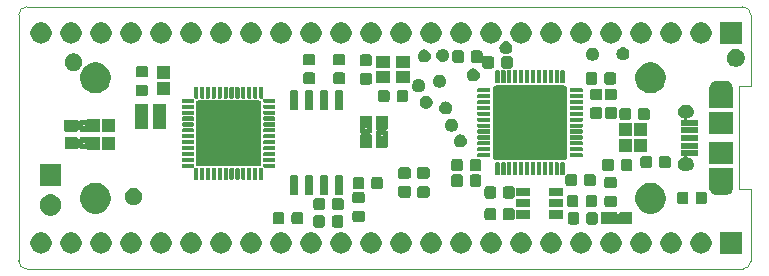
<source format=gts>
%TF.GenerationSoftware,KiCad,Pcbnew,(5.1.5)-3*%
%TF.CreationDate,2020-06-05T17:01:32-07:00*%
%TF.ProjectId,UPduino_v3.0,55506475-696e-46f5-9f76-332e302e6b69,3.0*%
%TF.SameCoordinates,Original*%
%TF.FileFunction,Soldermask,Top*%
%TF.FilePolarity,Negative*%
%FSLAX46Y46*%
G04 Gerber Fmt 4.6, Leading zero omitted, Abs format (unit mm)*
G04 Created by KiCad (PCBNEW (5.1.5)-3) date 2020-06-05 17:01:32*
%MOMM*%
%LPD*%
G04 APERTURE LIST*
%ADD10C,0.050000*%
%ADD11C,0.100000*%
G04 APERTURE END LIST*
D10*
X100000000Y-78480000D02*
G75*
G02X100700000Y-77780000I700000J0D01*
G01*
X161300000Y-77780000D02*
G75*
G02X162000000Y-78480000I0J-700000D01*
G01*
X162000000Y-99300000D02*
G75*
G02X161300000Y-100000000I-700000J0D01*
G01*
X100700000Y-100000000D02*
G75*
G02X100000000Y-99300000I0J700000D01*
G01*
X162000000Y-93200000D02*
X161000000Y-93200000D01*
X162000000Y-84500000D02*
X161000000Y-84500000D01*
X161000000Y-93200000D02*
X161000000Y-84500000D01*
X162000000Y-99300000D02*
X162000000Y-93200000D01*
X100000000Y-78480000D02*
X100000000Y-99300000D01*
X161300000Y-77780000D02*
X100700000Y-77780000D01*
X162000000Y-84500000D02*
X162000000Y-78480000D01*
X100700000Y-100000000D02*
X161300000Y-100000000D01*
D11*
G36*
X102010426Y-96883313D02*
G01*
X102162812Y-96913624D01*
X102326784Y-96981544D01*
X102474354Y-97080147D01*
X102599853Y-97205646D01*
X102698456Y-97353216D01*
X102766376Y-97517188D01*
X102801000Y-97691259D01*
X102801000Y-97868741D01*
X102766376Y-98042812D01*
X102698456Y-98206784D01*
X102599853Y-98354354D01*
X102474354Y-98479853D01*
X102326784Y-98578456D01*
X102162812Y-98646376D01*
X102010426Y-98676687D01*
X101988742Y-98681000D01*
X101811258Y-98681000D01*
X101789574Y-98676687D01*
X101637188Y-98646376D01*
X101473216Y-98578456D01*
X101325646Y-98479853D01*
X101200147Y-98354354D01*
X101101544Y-98206784D01*
X101033624Y-98042812D01*
X100999000Y-97868741D01*
X100999000Y-97691259D01*
X101033624Y-97517188D01*
X101101544Y-97353216D01*
X101200147Y-97205646D01*
X101325646Y-97080147D01*
X101473216Y-96981544D01*
X101637188Y-96913624D01*
X101789574Y-96883313D01*
X101811258Y-96879000D01*
X101988742Y-96879000D01*
X102010426Y-96883313D01*
G37*
G36*
X132490426Y-96883313D02*
G01*
X132642812Y-96913624D01*
X132806784Y-96981544D01*
X132954354Y-97080147D01*
X133079853Y-97205646D01*
X133178456Y-97353216D01*
X133246376Y-97517188D01*
X133281000Y-97691259D01*
X133281000Y-97868741D01*
X133246376Y-98042812D01*
X133178456Y-98206784D01*
X133079853Y-98354354D01*
X132954354Y-98479853D01*
X132806784Y-98578456D01*
X132642812Y-98646376D01*
X132490426Y-98676687D01*
X132468742Y-98681000D01*
X132291258Y-98681000D01*
X132269574Y-98676687D01*
X132117188Y-98646376D01*
X131953216Y-98578456D01*
X131805646Y-98479853D01*
X131680147Y-98354354D01*
X131581544Y-98206784D01*
X131513624Y-98042812D01*
X131479000Y-97868741D01*
X131479000Y-97691259D01*
X131513624Y-97517188D01*
X131581544Y-97353216D01*
X131680147Y-97205646D01*
X131805646Y-97080147D01*
X131953216Y-96981544D01*
X132117188Y-96913624D01*
X132269574Y-96883313D01*
X132291258Y-96879000D01*
X132468742Y-96879000D01*
X132490426Y-96883313D01*
G37*
G36*
X161221000Y-98681000D02*
G01*
X159419000Y-98681000D01*
X159419000Y-96879000D01*
X161221000Y-96879000D01*
X161221000Y-98681000D01*
G37*
G36*
X155350426Y-96883313D02*
G01*
X155502812Y-96913624D01*
X155666784Y-96981544D01*
X155814354Y-97080147D01*
X155939853Y-97205646D01*
X156038456Y-97353216D01*
X156106376Y-97517188D01*
X156141000Y-97691259D01*
X156141000Y-97868741D01*
X156106376Y-98042812D01*
X156038456Y-98206784D01*
X155939853Y-98354354D01*
X155814354Y-98479853D01*
X155666784Y-98578456D01*
X155502812Y-98646376D01*
X155350426Y-98676687D01*
X155328742Y-98681000D01*
X155151258Y-98681000D01*
X155129574Y-98676687D01*
X154977188Y-98646376D01*
X154813216Y-98578456D01*
X154665646Y-98479853D01*
X154540147Y-98354354D01*
X154441544Y-98206784D01*
X154373624Y-98042812D01*
X154339000Y-97868741D01*
X154339000Y-97691259D01*
X154373624Y-97517188D01*
X154441544Y-97353216D01*
X154540147Y-97205646D01*
X154665646Y-97080147D01*
X154813216Y-96981544D01*
X154977188Y-96913624D01*
X155129574Y-96883313D01*
X155151258Y-96879000D01*
X155328742Y-96879000D01*
X155350426Y-96883313D01*
G37*
G36*
X152810426Y-96883313D02*
G01*
X152962812Y-96913624D01*
X153126784Y-96981544D01*
X153274354Y-97080147D01*
X153399853Y-97205646D01*
X153498456Y-97353216D01*
X153566376Y-97517188D01*
X153601000Y-97691259D01*
X153601000Y-97868741D01*
X153566376Y-98042812D01*
X153498456Y-98206784D01*
X153399853Y-98354354D01*
X153274354Y-98479853D01*
X153126784Y-98578456D01*
X152962812Y-98646376D01*
X152810426Y-98676687D01*
X152788742Y-98681000D01*
X152611258Y-98681000D01*
X152589574Y-98676687D01*
X152437188Y-98646376D01*
X152273216Y-98578456D01*
X152125646Y-98479853D01*
X152000147Y-98354354D01*
X151901544Y-98206784D01*
X151833624Y-98042812D01*
X151799000Y-97868741D01*
X151799000Y-97691259D01*
X151833624Y-97517188D01*
X151901544Y-97353216D01*
X152000147Y-97205646D01*
X152125646Y-97080147D01*
X152273216Y-96981544D01*
X152437188Y-96913624D01*
X152589574Y-96883313D01*
X152611258Y-96879000D01*
X152788742Y-96879000D01*
X152810426Y-96883313D01*
G37*
G36*
X150270426Y-96883313D02*
G01*
X150422812Y-96913624D01*
X150586784Y-96981544D01*
X150734354Y-97080147D01*
X150859853Y-97205646D01*
X150958456Y-97353216D01*
X151026376Y-97517188D01*
X151061000Y-97691259D01*
X151061000Y-97868741D01*
X151026376Y-98042812D01*
X150958456Y-98206784D01*
X150859853Y-98354354D01*
X150734354Y-98479853D01*
X150586784Y-98578456D01*
X150422812Y-98646376D01*
X150270426Y-98676687D01*
X150248742Y-98681000D01*
X150071258Y-98681000D01*
X150049574Y-98676687D01*
X149897188Y-98646376D01*
X149733216Y-98578456D01*
X149585646Y-98479853D01*
X149460147Y-98354354D01*
X149361544Y-98206784D01*
X149293624Y-98042812D01*
X149259000Y-97868741D01*
X149259000Y-97691259D01*
X149293624Y-97517188D01*
X149361544Y-97353216D01*
X149460147Y-97205646D01*
X149585646Y-97080147D01*
X149733216Y-96981544D01*
X149897188Y-96913624D01*
X150049574Y-96883313D01*
X150071258Y-96879000D01*
X150248742Y-96879000D01*
X150270426Y-96883313D01*
G37*
G36*
X147730426Y-96883313D02*
G01*
X147882812Y-96913624D01*
X148046784Y-96981544D01*
X148194354Y-97080147D01*
X148319853Y-97205646D01*
X148418456Y-97353216D01*
X148486376Y-97517188D01*
X148521000Y-97691259D01*
X148521000Y-97868741D01*
X148486376Y-98042812D01*
X148418456Y-98206784D01*
X148319853Y-98354354D01*
X148194354Y-98479853D01*
X148046784Y-98578456D01*
X147882812Y-98646376D01*
X147730426Y-98676687D01*
X147708742Y-98681000D01*
X147531258Y-98681000D01*
X147509574Y-98676687D01*
X147357188Y-98646376D01*
X147193216Y-98578456D01*
X147045646Y-98479853D01*
X146920147Y-98354354D01*
X146821544Y-98206784D01*
X146753624Y-98042812D01*
X146719000Y-97868741D01*
X146719000Y-97691259D01*
X146753624Y-97517188D01*
X146821544Y-97353216D01*
X146920147Y-97205646D01*
X147045646Y-97080147D01*
X147193216Y-96981544D01*
X147357188Y-96913624D01*
X147509574Y-96883313D01*
X147531258Y-96879000D01*
X147708742Y-96879000D01*
X147730426Y-96883313D01*
G37*
G36*
X145190426Y-96883313D02*
G01*
X145342812Y-96913624D01*
X145506784Y-96981544D01*
X145654354Y-97080147D01*
X145779853Y-97205646D01*
X145878456Y-97353216D01*
X145946376Y-97517188D01*
X145981000Y-97691259D01*
X145981000Y-97868741D01*
X145946376Y-98042812D01*
X145878456Y-98206784D01*
X145779853Y-98354354D01*
X145654354Y-98479853D01*
X145506784Y-98578456D01*
X145342812Y-98646376D01*
X145190426Y-98676687D01*
X145168742Y-98681000D01*
X144991258Y-98681000D01*
X144969574Y-98676687D01*
X144817188Y-98646376D01*
X144653216Y-98578456D01*
X144505646Y-98479853D01*
X144380147Y-98354354D01*
X144281544Y-98206784D01*
X144213624Y-98042812D01*
X144179000Y-97868741D01*
X144179000Y-97691259D01*
X144213624Y-97517188D01*
X144281544Y-97353216D01*
X144380147Y-97205646D01*
X144505646Y-97080147D01*
X144653216Y-96981544D01*
X144817188Y-96913624D01*
X144969574Y-96883313D01*
X144991258Y-96879000D01*
X145168742Y-96879000D01*
X145190426Y-96883313D01*
G37*
G36*
X142650426Y-96883313D02*
G01*
X142802812Y-96913624D01*
X142966784Y-96981544D01*
X143114354Y-97080147D01*
X143239853Y-97205646D01*
X143338456Y-97353216D01*
X143406376Y-97517188D01*
X143441000Y-97691259D01*
X143441000Y-97868741D01*
X143406376Y-98042812D01*
X143338456Y-98206784D01*
X143239853Y-98354354D01*
X143114354Y-98479853D01*
X142966784Y-98578456D01*
X142802812Y-98646376D01*
X142650426Y-98676687D01*
X142628742Y-98681000D01*
X142451258Y-98681000D01*
X142429574Y-98676687D01*
X142277188Y-98646376D01*
X142113216Y-98578456D01*
X141965646Y-98479853D01*
X141840147Y-98354354D01*
X141741544Y-98206784D01*
X141673624Y-98042812D01*
X141639000Y-97868741D01*
X141639000Y-97691259D01*
X141673624Y-97517188D01*
X141741544Y-97353216D01*
X141840147Y-97205646D01*
X141965646Y-97080147D01*
X142113216Y-96981544D01*
X142277188Y-96913624D01*
X142429574Y-96883313D01*
X142451258Y-96879000D01*
X142628742Y-96879000D01*
X142650426Y-96883313D01*
G37*
G36*
X140110426Y-96883313D02*
G01*
X140262812Y-96913624D01*
X140426784Y-96981544D01*
X140574354Y-97080147D01*
X140699853Y-97205646D01*
X140798456Y-97353216D01*
X140866376Y-97517188D01*
X140901000Y-97691259D01*
X140901000Y-97868741D01*
X140866376Y-98042812D01*
X140798456Y-98206784D01*
X140699853Y-98354354D01*
X140574354Y-98479853D01*
X140426784Y-98578456D01*
X140262812Y-98646376D01*
X140110426Y-98676687D01*
X140088742Y-98681000D01*
X139911258Y-98681000D01*
X139889574Y-98676687D01*
X139737188Y-98646376D01*
X139573216Y-98578456D01*
X139425646Y-98479853D01*
X139300147Y-98354354D01*
X139201544Y-98206784D01*
X139133624Y-98042812D01*
X139099000Y-97868741D01*
X139099000Y-97691259D01*
X139133624Y-97517188D01*
X139201544Y-97353216D01*
X139300147Y-97205646D01*
X139425646Y-97080147D01*
X139573216Y-96981544D01*
X139737188Y-96913624D01*
X139889574Y-96883313D01*
X139911258Y-96879000D01*
X140088742Y-96879000D01*
X140110426Y-96883313D01*
G37*
G36*
X137570426Y-96883313D02*
G01*
X137722812Y-96913624D01*
X137886784Y-96981544D01*
X138034354Y-97080147D01*
X138159853Y-97205646D01*
X138258456Y-97353216D01*
X138326376Y-97517188D01*
X138361000Y-97691259D01*
X138361000Y-97868741D01*
X138326376Y-98042812D01*
X138258456Y-98206784D01*
X138159853Y-98354354D01*
X138034354Y-98479853D01*
X137886784Y-98578456D01*
X137722812Y-98646376D01*
X137570426Y-98676687D01*
X137548742Y-98681000D01*
X137371258Y-98681000D01*
X137349574Y-98676687D01*
X137197188Y-98646376D01*
X137033216Y-98578456D01*
X136885646Y-98479853D01*
X136760147Y-98354354D01*
X136661544Y-98206784D01*
X136593624Y-98042812D01*
X136559000Y-97868741D01*
X136559000Y-97691259D01*
X136593624Y-97517188D01*
X136661544Y-97353216D01*
X136760147Y-97205646D01*
X136885646Y-97080147D01*
X137033216Y-96981544D01*
X137197188Y-96913624D01*
X137349574Y-96883313D01*
X137371258Y-96879000D01*
X137548742Y-96879000D01*
X137570426Y-96883313D01*
G37*
G36*
X135030426Y-96883313D02*
G01*
X135182812Y-96913624D01*
X135346784Y-96981544D01*
X135494354Y-97080147D01*
X135619853Y-97205646D01*
X135718456Y-97353216D01*
X135786376Y-97517188D01*
X135821000Y-97691259D01*
X135821000Y-97868741D01*
X135786376Y-98042812D01*
X135718456Y-98206784D01*
X135619853Y-98354354D01*
X135494354Y-98479853D01*
X135346784Y-98578456D01*
X135182812Y-98646376D01*
X135030426Y-98676687D01*
X135008742Y-98681000D01*
X134831258Y-98681000D01*
X134809574Y-98676687D01*
X134657188Y-98646376D01*
X134493216Y-98578456D01*
X134345646Y-98479853D01*
X134220147Y-98354354D01*
X134121544Y-98206784D01*
X134053624Y-98042812D01*
X134019000Y-97868741D01*
X134019000Y-97691259D01*
X134053624Y-97517188D01*
X134121544Y-97353216D01*
X134220147Y-97205646D01*
X134345646Y-97080147D01*
X134493216Y-96981544D01*
X134657188Y-96913624D01*
X134809574Y-96883313D01*
X134831258Y-96879000D01*
X135008742Y-96879000D01*
X135030426Y-96883313D01*
G37*
G36*
X157890426Y-96883313D02*
G01*
X158042812Y-96913624D01*
X158206784Y-96981544D01*
X158354354Y-97080147D01*
X158479853Y-97205646D01*
X158578456Y-97353216D01*
X158646376Y-97517188D01*
X158681000Y-97691259D01*
X158681000Y-97868741D01*
X158646376Y-98042812D01*
X158578456Y-98206784D01*
X158479853Y-98354354D01*
X158354354Y-98479853D01*
X158206784Y-98578456D01*
X158042812Y-98646376D01*
X157890426Y-98676687D01*
X157868742Y-98681000D01*
X157691258Y-98681000D01*
X157669574Y-98676687D01*
X157517188Y-98646376D01*
X157353216Y-98578456D01*
X157205646Y-98479853D01*
X157080147Y-98354354D01*
X156981544Y-98206784D01*
X156913624Y-98042812D01*
X156879000Y-97868741D01*
X156879000Y-97691259D01*
X156913624Y-97517188D01*
X156981544Y-97353216D01*
X157080147Y-97205646D01*
X157205646Y-97080147D01*
X157353216Y-96981544D01*
X157517188Y-96913624D01*
X157669574Y-96883313D01*
X157691258Y-96879000D01*
X157868742Y-96879000D01*
X157890426Y-96883313D01*
G37*
G36*
X127410426Y-96883313D02*
G01*
X127562812Y-96913624D01*
X127726784Y-96981544D01*
X127874354Y-97080147D01*
X127999853Y-97205646D01*
X128098456Y-97353216D01*
X128166376Y-97517188D01*
X128201000Y-97691259D01*
X128201000Y-97868741D01*
X128166376Y-98042812D01*
X128098456Y-98206784D01*
X127999853Y-98354354D01*
X127874354Y-98479853D01*
X127726784Y-98578456D01*
X127562812Y-98646376D01*
X127410426Y-98676687D01*
X127388742Y-98681000D01*
X127211258Y-98681000D01*
X127189574Y-98676687D01*
X127037188Y-98646376D01*
X126873216Y-98578456D01*
X126725646Y-98479853D01*
X126600147Y-98354354D01*
X126501544Y-98206784D01*
X126433624Y-98042812D01*
X126399000Y-97868741D01*
X126399000Y-97691259D01*
X126433624Y-97517188D01*
X126501544Y-97353216D01*
X126600147Y-97205646D01*
X126725646Y-97080147D01*
X126873216Y-96981544D01*
X127037188Y-96913624D01*
X127189574Y-96883313D01*
X127211258Y-96879000D01*
X127388742Y-96879000D01*
X127410426Y-96883313D01*
G37*
G36*
X129950426Y-96883313D02*
G01*
X130102812Y-96913624D01*
X130266784Y-96981544D01*
X130414354Y-97080147D01*
X130539853Y-97205646D01*
X130638456Y-97353216D01*
X130706376Y-97517188D01*
X130741000Y-97691259D01*
X130741000Y-97868741D01*
X130706376Y-98042812D01*
X130638456Y-98206784D01*
X130539853Y-98354354D01*
X130414354Y-98479853D01*
X130266784Y-98578456D01*
X130102812Y-98646376D01*
X129950426Y-98676687D01*
X129928742Y-98681000D01*
X129751258Y-98681000D01*
X129729574Y-98676687D01*
X129577188Y-98646376D01*
X129413216Y-98578456D01*
X129265646Y-98479853D01*
X129140147Y-98354354D01*
X129041544Y-98206784D01*
X128973624Y-98042812D01*
X128939000Y-97868741D01*
X128939000Y-97691259D01*
X128973624Y-97517188D01*
X129041544Y-97353216D01*
X129140147Y-97205646D01*
X129265646Y-97080147D01*
X129413216Y-96981544D01*
X129577188Y-96913624D01*
X129729574Y-96883313D01*
X129751258Y-96879000D01*
X129928742Y-96879000D01*
X129950426Y-96883313D01*
G37*
G36*
X104550426Y-96883313D02*
G01*
X104702812Y-96913624D01*
X104866784Y-96981544D01*
X105014354Y-97080147D01*
X105139853Y-97205646D01*
X105238456Y-97353216D01*
X105306376Y-97517188D01*
X105341000Y-97691259D01*
X105341000Y-97868741D01*
X105306376Y-98042812D01*
X105238456Y-98206784D01*
X105139853Y-98354354D01*
X105014354Y-98479853D01*
X104866784Y-98578456D01*
X104702812Y-98646376D01*
X104550426Y-98676687D01*
X104528742Y-98681000D01*
X104351258Y-98681000D01*
X104329574Y-98676687D01*
X104177188Y-98646376D01*
X104013216Y-98578456D01*
X103865646Y-98479853D01*
X103740147Y-98354354D01*
X103641544Y-98206784D01*
X103573624Y-98042812D01*
X103539000Y-97868741D01*
X103539000Y-97691259D01*
X103573624Y-97517188D01*
X103641544Y-97353216D01*
X103740147Y-97205646D01*
X103865646Y-97080147D01*
X104013216Y-96981544D01*
X104177188Y-96913624D01*
X104329574Y-96883313D01*
X104351258Y-96879000D01*
X104528742Y-96879000D01*
X104550426Y-96883313D01*
G37*
G36*
X107090426Y-96883313D02*
G01*
X107242812Y-96913624D01*
X107406784Y-96981544D01*
X107554354Y-97080147D01*
X107679853Y-97205646D01*
X107778456Y-97353216D01*
X107846376Y-97517188D01*
X107881000Y-97691259D01*
X107881000Y-97868741D01*
X107846376Y-98042812D01*
X107778456Y-98206784D01*
X107679853Y-98354354D01*
X107554354Y-98479853D01*
X107406784Y-98578456D01*
X107242812Y-98646376D01*
X107090426Y-98676687D01*
X107068742Y-98681000D01*
X106891258Y-98681000D01*
X106869574Y-98676687D01*
X106717188Y-98646376D01*
X106553216Y-98578456D01*
X106405646Y-98479853D01*
X106280147Y-98354354D01*
X106181544Y-98206784D01*
X106113624Y-98042812D01*
X106079000Y-97868741D01*
X106079000Y-97691259D01*
X106113624Y-97517188D01*
X106181544Y-97353216D01*
X106280147Y-97205646D01*
X106405646Y-97080147D01*
X106553216Y-96981544D01*
X106717188Y-96913624D01*
X106869574Y-96883313D01*
X106891258Y-96879000D01*
X107068742Y-96879000D01*
X107090426Y-96883313D01*
G37*
G36*
X109630426Y-96883313D02*
G01*
X109782812Y-96913624D01*
X109946784Y-96981544D01*
X110094354Y-97080147D01*
X110219853Y-97205646D01*
X110318456Y-97353216D01*
X110386376Y-97517188D01*
X110421000Y-97691259D01*
X110421000Y-97868741D01*
X110386376Y-98042812D01*
X110318456Y-98206784D01*
X110219853Y-98354354D01*
X110094354Y-98479853D01*
X109946784Y-98578456D01*
X109782812Y-98646376D01*
X109630426Y-98676687D01*
X109608742Y-98681000D01*
X109431258Y-98681000D01*
X109409574Y-98676687D01*
X109257188Y-98646376D01*
X109093216Y-98578456D01*
X108945646Y-98479853D01*
X108820147Y-98354354D01*
X108721544Y-98206784D01*
X108653624Y-98042812D01*
X108619000Y-97868741D01*
X108619000Y-97691259D01*
X108653624Y-97517188D01*
X108721544Y-97353216D01*
X108820147Y-97205646D01*
X108945646Y-97080147D01*
X109093216Y-96981544D01*
X109257188Y-96913624D01*
X109409574Y-96883313D01*
X109431258Y-96879000D01*
X109608742Y-96879000D01*
X109630426Y-96883313D01*
G37*
G36*
X112170426Y-96883313D02*
G01*
X112322812Y-96913624D01*
X112486784Y-96981544D01*
X112634354Y-97080147D01*
X112759853Y-97205646D01*
X112858456Y-97353216D01*
X112926376Y-97517188D01*
X112961000Y-97691259D01*
X112961000Y-97868741D01*
X112926376Y-98042812D01*
X112858456Y-98206784D01*
X112759853Y-98354354D01*
X112634354Y-98479853D01*
X112486784Y-98578456D01*
X112322812Y-98646376D01*
X112170426Y-98676687D01*
X112148742Y-98681000D01*
X111971258Y-98681000D01*
X111949574Y-98676687D01*
X111797188Y-98646376D01*
X111633216Y-98578456D01*
X111485646Y-98479853D01*
X111360147Y-98354354D01*
X111261544Y-98206784D01*
X111193624Y-98042812D01*
X111159000Y-97868741D01*
X111159000Y-97691259D01*
X111193624Y-97517188D01*
X111261544Y-97353216D01*
X111360147Y-97205646D01*
X111485646Y-97080147D01*
X111633216Y-96981544D01*
X111797188Y-96913624D01*
X111949574Y-96883313D01*
X111971258Y-96879000D01*
X112148742Y-96879000D01*
X112170426Y-96883313D01*
G37*
G36*
X117250426Y-96883313D02*
G01*
X117402812Y-96913624D01*
X117566784Y-96981544D01*
X117714354Y-97080147D01*
X117839853Y-97205646D01*
X117938456Y-97353216D01*
X118006376Y-97517188D01*
X118041000Y-97691259D01*
X118041000Y-97868741D01*
X118006376Y-98042812D01*
X117938456Y-98206784D01*
X117839853Y-98354354D01*
X117714354Y-98479853D01*
X117566784Y-98578456D01*
X117402812Y-98646376D01*
X117250426Y-98676687D01*
X117228742Y-98681000D01*
X117051258Y-98681000D01*
X117029574Y-98676687D01*
X116877188Y-98646376D01*
X116713216Y-98578456D01*
X116565646Y-98479853D01*
X116440147Y-98354354D01*
X116341544Y-98206784D01*
X116273624Y-98042812D01*
X116239000Y-97868741D01*
X116239000Y-97691259D01*
X116273624Y-97517188D01*
X116341544Y-97353216D01*
X116440147Y-97205646D01*
X116565646Y-97080147D01*
X116713216Y-96981544D01*
X116877188Y-96913624D01*
X117029574Y-96883313D01*
X117051258Y-96879000D01*
X117228742Y-96879000D01*
X117250426Y-96883313D01*
G37*
G36*
X119790426Y-96883313D02*
G01*
X119942812Y-96913624D01*
X120106784Y-96981544D01*
X120254354Y-97080147D01*
X120379853Y-97205646D01*
X120478456Y-97353216D01*
X120546376Y-97517188D01*
X120581000Y-97691259D01*
X120581000Y-97868741D01*
X120546376Y-98042812D01*
X120478456Y-98206784D01*
X120379853Y-98354354D01*
X120254354Y-98479853D01*
X120106784Y-98578456D01*
X119942812Y-98646376D01*
X119790426Y-98676687D01*
X119768742Y-98681000D01*
X119591258Y-98681000D01*
X119569574Y-98676687D01*
X119417188Y-98646376D01*
X119253216Y-98578456D01*
X119105646Y-98479853D01*
X118980147Y-98354354D01*
X118881544Y-98206784D01*
X118813624Y-98042812D01*
X118779000Y-97868741D01*
X118779000Y-97691259D01*
X118813624Y-97517188D01*
X118881544Y-97353216D01*
X118980147Y-97205646D01*
X119105646Y-97080147D01*
X119253216Y-96981544D01*
X119417188Y-96913624D01*
X119569574Y-96883313D01*
X119591258Y-96879000D01*
X119768742Y-96879000D01*
X119790426Y-96883313D01*
G37*
G36*
X122330426Y-96883313D02*
G01*
X122482812Y-96913624D01*
X122646784Y-96981544D01*
X122794354Y-97080147D01*
X122919853Y-97205646D01*
X123018456Y-97353216D01*
X123086376Y-97517188D01*
X123121000Y-97691259D01*
X123121000Y-97868741D01*
X123086376Y-98042812D01*
X123018456Y-98206784D01*
X122919853Y-98354354D01*
X122794354Y-98479853D01*
X122646784Y-98578456D01*
X122482812Y-98646376D01*
X122330426Y-98676687D01*
X122308742Y-98681000D01*
X122131258Y-98681000D01*
X122109574Y-98676687D01*
X121957188Y-98646376D01*
X121793216Y-98578456D01*
X121645646Y-98479853D01*
X121520147Y-98354354D01*
X121421544Y-98206784D01*
X121353624Y-98042812D01*
X121319000Y-97868741D01*
X121319000Y-97691259D01*
X121353624Y-97517188D01*
X121421544Y-97353216D01*
X121520147Y-97205646D01*
X121645646Y-97080147D01*
X121793216Y-96981544D01*
X121957188Y-96913624D01*
X122109574Y-96883313D01*
X122131258Y-96879000D01*
X122308742Y-96879000D01*
X122330426Y-96883313D01*
G37*
G36*
X124870426Y-96883313D02*
G01*
X125022812Y-96913624D01*
X125186784Y-96981544D01*
X125334354Y-97080147D01*
X125459853Y-97205646D01*
X125558456Y-97353216D01*
X125626376Y-97517188D01*
X125661000Y-97691259D01*
X125661000Y-97868741D01*
X125626376Y-98042812D01*
X125558456Y-98206784D01*
X125459853Y-98354354D01*
X125334354Y-98479853D01*
X125186784Y-98578456D01*
X125022812Y-98646376D01*
X124870426Y-98676687D01*
X124848742Y-98681000D01*
X124671258Y-98681000D01*
X124649574Y-98676687D01*
X124497188Y-98646376D01*
X124333216Y-98578456D01*
X124185646Y-98479853D01*
X124060147Y-98354354D01*
X123961544Y-98206784D01*
X123893624Y-98042812D01*
X123859000Y-97868741D01*
X123859000Y-97691259D01*
X123893624Y-97517188D01*
X123961544Y-97353216D01*
X124060147Y-97205646D01*
X124185646Y-97080147D01*
X124333216Y-96981544D01*
X124497188Y-96913624D01*
X124649574Y-96883313D01*
X124671258Y-96879000D01*
X124848742Y-96879000D01*
X124870426Y-96883313D01*
G37*
G36*
X114710426Y-96883313D02*
G01*
X114862812Y-96913624D01*
X115026784Y-96981544D01*
X115174354Y-97080147D01*
X115299853Y-97205646D01*
X115398456Y-97353216D01*
X115466376Y-97517188D01*
X115501000Y-97691259D01*
X115501000Y-97868741D01*
X115466376Y-98042812D01*
X115398456Y-98206784D01*
X115299853Y-98354354D01*
X115174354Y-98479853D01*
X115026784Y-98578456D01*
X114862812Y-98646376D01*
X114710426Y-98676687D01*
X114688742Y-98681000D01*
X114511258Y-98681000D01*
X114489574Y-98676687D01*
X114337188Y-98646376D01*
X114173216Y-98578456D01*
X114025646Y-98479853D01*
X113900147Y-98354354D01*
X113801544Y-98206784D01*
X113733624Y-98042812D01*
X113699000Y-97868741D01*
X113699000Y-97691259D01*
X113733624Y-97517188D01*
X113801544Y-97353216D01*
X113900147Y-97205646D01*
X114025646Y-97080147D01*
X114173216Y-96981544D01*
X114337188Y-96913624D01*
X114489574Y-96883313D01*
X114511258Y-96879000D01*
X114688742Y-96879000D01*
X114710426Y-96883313D01*
G37*
G36*
X127324777Y-95439650D02*
G01*
X127365859Y-95452112D01*
X127403724Y-95472352D01*
X127436912Y-95499588D01*
X127464148Y-95532776D01*
X127484388Y-95570641D01*
X127496850Y-95611723D01*
X127501300Y-95656904D01*
X127501300Y-96265496D01*
X127496850Y-96310677D01*
X127484388Y-96351759D01*
X127464148Y-96389624D01*
X127436912Y-96422812D01*
X127403724Y-96450048D01*
X127365859Y-96470288D01*
X127324777Y-96482750D01*
X127279596Y-96487200D01*
X126746004Y-96487200D01*
X126700823Y-96482750D01*
X126659741Y-96470288D01*
X126621876Y-96450048D01*
X126588688Y-96422812D01*
X126561452Y-96389624D01*
X126541212Y-96351759D01*
X126528750Y-96310677D01*
X126524300Y-96265496D01*
X126524300Y-95656904D01*
X126528750Y-95611723D01*
X126541212Y-95570641D01*
X126561452Y-95532776D01*
X126588688Y-95499588D01*
X126621876Y-95472352D01*
X126659741Y-95452112D01*
X126700823Y-95439650D01*
X126746004Y-95435200D01*
X127279596Y-95435200D01*
X127324777Y-95439650D01*
G37*
G36*
X125749777Y-95439650D02*
G01*
X125790859Y-95452112D01*
X125828724Y-95472352D01*
X125861912Y-95499588D01*
X125889148Y-95532776D01*
X125909388Y-95570641D01*
X125921850Y-95611723D01*
X125926300Y-95656904D01*
X125926300Y-96265496D01*
X125921850Y-96310677D01*
X125909388Y-96351759D01*
X125889148Y-96389624D01*
X125861912Y-96422812D01*
X125828724Y-96450048D01*
X125790859Y-96470288D01*
X125749777Y-96482750D01*
X125704596Y-96487200D01*
X125171004Y-96487200D01*
X125125823Y-96482750D01*
X125084741Y-96470288D01*
X125046876Y-96450048D01*
X125013688Y-96422812D01*
X124986452Y-96389624D01*
X124966212Y-96351759D01*
X124953750Y-96310677D01*
X124949300Y-96265496D01*
X124949300Y-95656904D01*
X124953750Y-95611723D01*
X124966212Y-95570641D01*
X124986452Y-95532776D01*
X125013688Y-95499588D01*
X125046876Y-95472352D01*
X125084741Y-95452112D01*
X125125823Y-95439650D01*
X125171004Y-95435200D01*
X125704596Y-95435200D01*
X125749777Y-95439650D01*
G37*
G36*
X148863977Y-95178450D02*
G01*
X148905059Y-95190912D01*
X148942924Y-95211152D01*
X148976112Y-95238388D01*
X149003348Y-95271576D01*
X149023588Y-95309441D01*
X149036050Y-95350523D01*
X149040500Y-95395704D01*
X149040500Y-96004296D01*
X149036050Y-96049477D01*
X149023588Y-96090559D01*
X149003348Y-96128424D01*
X148976112Y-96161612D01*
X148942924Y-96188848D01*
X148905059Y-96209088D01*
X148863977Y-96221550D01*
X148818796Y-96226000D01*
X148285204Y-96226000D01*
X148240023Y-96221550D01*
X148198941Y-96209088D01*
X148161076Y-96188848D01*
X148127888Y-96161612D01*
X148100652Y-96128424D01*
X148080412Y-96090559D01*
X148067950Y-96049477D01*
X148063500Y-96004296D01*
X148063500Y-95395704D01*
X148067950Y-95350523D01*
X148080412Y-95309441D01*
X148100652Y-95271576D01*
X148127888Y-95238388D01*
X148161076Y-95211152D01*
X148198941Y-95190912D01*
X148240023Y-95178450D01*
X148285204Y-95174000D01*
X148818796Y-95174000D01*
X148863977Y-95178450D01*
G37*
G36*
X147288977Y-95178450D02*
G01*
X147330059Y-95190912D01*
X147367924Y-95211152D01*
X147401112Y-95238388D01*
X147428348Y-95271576D01*
X147448588Y-95309441D01*
X147461050Y-95350523D01*
X147465500Y-95395704D01*
X147465500Y-96004296D01*
X147461050Y-96049477D01*
X147448588Y-96090559D01*
X147428348Y-96128424D01*
X147401112Y-96161612D01*
X147367924Y-96188848D01*
X147330059Y-96209088D01*
X147288977Y-96221550D01*
X147243796Y-96226000D01*
X146710204Y-96226000D01*
X146665023Y-96221550D01*
X146623941Y-96209088D01*
X146586076Y-96188848D01*
X146552888Y-96161612D01*
X146525652Y-96128424D01*
X146505412Y-96090559D01*
X146492950Y-96049477D01*
X146488500Y-96004296D01*
X146488500Y-95395704D01*
X146492950Y-95350523D01*
X146505412Y-95309441D01*
X146525652Y-95271576D01*
X146552888Y-95238388D01*
X146586076Y-95211152D01*
X146623941Y-95190912D01*
X146665023Y-95178450D01*
X146710204Y-95174000D01*
X147243796Y-95174000D01*
X147288977Y-95178450D01*
G37*
G36*
X150644499Y-95194737D02*
G01*
X150654109Y-95197653D01*
X150662971Y-95202390D01*
X150670737Y-95208763D01*
X150677110Y-95216529D01*
X150681847Y-95225391D01*
X150684763Y-95235001D01*
X150685747Y-95245000D01*
X150684656Y-95256085D01*
X150683169Y-95263563D01*
X150683169Y-95273365D01*
X150685082Y-95282978D01*
X150688833Y-95292033D01*
X150694279Y-95300183D01*
X150701210Y-95307113D01*
X150709359Y-95312558D01*
X150718415Y-95316309D01*
X150728028Y-95318220D01*
X150737830Y-95318220D01*
X150747443Y-95316307D01*
X150756498Y-95312556D01*
X150766578Y-95305442D01*
X150873027Y-95208573D01*
X150883067Y-95201096D01*
X150892139Y-95196783D01*
X150902455Y-95194177D01*
X150911367Y-95193511D01*
X151907046Y-95193511D01*
X151919499Y-95194737D01*
X151929109Y-95197653D01*
X151937971Y-95202390D01*
X151945737Y-95208763D01*
X151952110Y-95216529D01*
X151956847Y-95225391D01*
X151959763Y-95235001D01*
X151960989Y-95247454D01*
X151960989Y-96152546D01*
X151959763Y-96164999D01*
X151956847Y-96174609D01*
X151952110Y-96183471D01*
X151945737Y-96191237D01*
X151937971Y-96197610D01*
X151929109Y-96202347D01*
X151919499Y-96205263D01*
X151907046Y-96206489D01*
X150911954Y-96206489D01*
X150899501Y-96205263D01*
X150889891Y-96202347D01*
X150880504Y-96197330D01*
X150873466Y-96191826D01*
X150766826Y-96094784D01*
X150758965Y-96088930D01*
X150750113Y-96084722D01*
X150740610Y-96082321D01*
X150730822Y-96081820D01*
X150721123Y-96083239D01*
X150711888Y-96086523D01*
X150703471Y-96091545D01*
X150696195Y-96098113D01*
X150690341Y-96105974D01*
X150686133Y-96114826D01*
X150683732Y-96124329D01*
X150683231Y-96134117D01*
X150683703Y-96139003D01*
X150685691Y-96152586D01*
X150685177Y-96162621D01*
X150682717Y-96172361D01*
X150678404Y-96181433D01*
X150678403Y-96181434D01*
X150672403Y-96189491D01*
X150672401Y-96189492D01*
X150672401Y-96189493D01*
X150664946Y-96196223D01*
X150662621Y-96197610D01*
X150656318Y-96201371D01*
X150646852Y-96204736D01*
X150634500Y-96206247D01*
X150633433Y-96206247D01*
X150631455Y-96206489D01*
X149336954Y-96206489D01*
X149324501Y-96205263D01*
X149314891Y-96202347D01*
X149306029Y-96197610D01*
X149298263Y-96191237D01*
X149291890Y-96183471D01*
X149287153Y-96174609D01*
X149284237Y-96164999D01*
X149283011Y-96152546D01*
X149283011Y-95697646D01*
X150235347Y-95697646D01*
X150235848Y-95707435D01*
X150238248Y-95716938D01*
X150242457Y-95725790D01*
X150251640Y-95736979D01*
X150277174Y-95760215D01*
X150285035Y-95766070D01*
X150293887Y-95770278D01*
X150303390Y-95772679D01*
X150313178Y-95773180D01*
X150322877Y-95771761D01*
X150332112Y-95768477D01*
X150340529Y-95763455D01*
X150347804Y-95756887D01*
X150353659Y-95749026D01*
X150357867Y-95740174D01*
X150360268Y-95730671D01*
X150360769Y-95720883D01*
X150360297Y-95715997D01*
X150358309Y-95702414D01*
X150358823Y-95692378D01*
X150359784Y-95688573D01*
X150361243Y-95678880D01*
X150360782Y-95669090D01*
X150358420Y-95659577D01*
X150354247Y-95650708D01*
X150348425Y-95642823D01*
X150341176Y-95636226D01*
X150332779Y-95631170D01*
X150323558Y-95627849D01*
X150313865Y-95626390D01*
X150304075Y-95626851D01*
X150294562Y-95629213D01*
X150285693Y-95633386D01*
X150277658Y-95639344D01*
X150251640Y-95663020D01*
X150245072Y-95670296D01*
X150240050Y-95678713D01*
X150236766Y-95687948D01*
X150235347Y-95697646D01*
X149283011Y-95697646D01*
X149283011Y-95247454D01*
X149284237Y-95235001D01*
X149287153Y-95225391D01*
X149291890Y-95216529D01*
X149298263Y-95208763D01*
X149306029Y-95202390D01*
X149314891Y-95197653D01*
X149324501Y-95194737D01*
X149336954Y-95193511D01*
X150632046Y-95193511D01*
X150644499Y-95194737D01*
G37*
G36*
X122324477Y-95158450D02*
G01*
X122365559Y-95170912D01*
X122403424Y-95191152D01*
X122436612Y-95218388D01*
X122463848Y-95251576D01*
X122484088Y-95289441D01*
X122496550Y-95330523D01*
X122501000Y-95375704D01*
X122501000Y-95984296D01*
X122496550Y-96029477D01*
X122484088Y-96070559D01*
X122463848Y-96108424D01*
X122436612Y-96141612D01*
X122403424Y-96168848D01*
X122365559Y-96189088D01*
X122324477Y-96201550D01*
X122279296Y-96206000D01*
X121745704Y-96206000D01*
X121700523Y-96201550D01*
X121659441Y-96189088D01*
X121621576Y-96168848D01*
X121588388Y-96141612D01*
X121561152Y-96108424D01*
X121540912Y-96070559D01*
X121528450Y-96029477D01*
X121524000Y-95984296D01*
X121524000Y-95375704D01*
X121528450Y-95330523D01*
X121540912Y-95289441D01*
X121561152Y-95251576D01*
X121588388Y-95218388D01*
X121621576Y-95191152D01*
X121659441Y-95170912D01*
X121700523Y-95158450D01*
X121745704Y-95154000D01*
X122279296Y-95154000D01*
X122324477Y-95158450D01*
G37*
G36*
X123899477Y-95158450D02*
G01*
X123940559Y-95170912D01*
X123978424Y-95191152D01*
X124011612Y-95218388D01*
X124038848Y-95251576D01*
X124059088Y-95289441D01*
X124071550Y-95330523D01*
X124076000Y-95375704D01*
X124076000Y-95984296D01*
X124071550Y-96029477D01*
X124059088Y-96070559D01*
X124038848Y-96108424D01*
X124011612Y-96141612D01*
X123978424Y-96168848D01*
X123940559Y-96189088D01*
X123899477Y-96201550D01*
X123854296Y-96206000D01*
X123320704Y-96206000D01*
X123275523Y-96201550D01*
X123234441Y-96189088D01*
X123196576Y-96168848D01*
X123163388Y-96141612D01*
X123136152Y-96108424D01*
X123115912Y-96070559D01*
X123103450Y-96029477D01*
X123099000Y-95984296D01*
X123099000Y-95375704D01*
X123103450Y-95330523D01*
X123115912Y-95289441D01*
X123136152Y-95251576D01*
X123163388Y-95218388D01*
X123196576Y-95191152D01*
X123234441Y-95170912D01*
X123275523Y-95158450D01*
X123320704Y-95154000D01*
X123854296Y-95154000D01*
X123899477Y-95158450D01*
G37*
G36*
X129127477Y-95045450D02*
G01*
X129168559Y-95057912D01*
X129206424Y-95078152D01*
X129239612Y-95105388D01*
X129266848Y-95138576D01*
X129287088Y-95176441D01*
X129299550Y-95217523D01*
X129304000Y-95262704D01*
X129304000Y-95796296D01*
X129299550Y-95841477D01*
X129287088Y-95882559D01*
X129266848Y-95920424D01*
X129239612Y-95953612D01*
X129206424Y-95980848D01*
X129168559Y-96001088D01*
X129127477Y-96013550D01*
X129082296Y-96018000D01*
X128473704Y-96018000D01*
X128428523Y-96013550D01*
X128387441Y-96001088D01*
X128349576Y-95980848D01*
X128316388Y-95953612D01*
X128289152Y-95920424D01*
X128268912Y-95882559D01*
X128256450Y-95841477D01*
X128252000Y-95796296D01*
X128252000Y-95262704D01*
X128256450Y-95217523D01*
X128268912Y-95176441D01*
X128289152Y-95138576D01*
X128316388Y-95105388D01*
X128349576Y-95078152D01*
X128387441Y-95057912D01*
X128428523Y-95045450D01*
X128473704Y-95041000D01*
X129082296Y-95041000D01*
X129127477Y-95045450D01*
G37*
G36*
X141815477Y-94828450D02*
G01*
X141856559Y-94840912D01*
X141894424Y-94861152D01*
X141927612Y-94888388D01*
X141954848Y-94921576D01*
X141975088Y-94959441D01*
X141987550Y-95000523D01*
X141992000Y-95045704D01*
X141992000Y-95654296D01*
X141987550Y-95699477D01*
X141975088Y-95740559D01*
X141954848Y-95778424D01*
X141927612Y-95811612D01*
X141894424Y-95838848D01*
X141856559Y-95859088D01*
X141815477Y-95871550D01*
X141770296Y-95876000D01*
X141236704Y-95876000D01*
X141191523Y-95871550D01*
X141150441Y-95859088D01*
X141112576Y-95838848D01*
X141079388Y-95811612D01*
X141052152Y-95778424D01*
X141031912Y-95740559D01*
X141019450Y-95699477D01*
X141015000Y-95654296D01*
X141015000Y-95045704D01*
X141019450Y-95000523D01*
X141031912Y-94959441D01*
X141052152Y-94921576D01*
X141079388Y-94888388D01*
X141112576Y-94861152D01*
X141150441Y-94840912D01*
X141191523Y-94828450D01*
X141236704Y-94824000D01*
X141770296Y-94824000D01*
X141815477Y-94828450D01*
G37*
G36*
X140240477Y-94828450D02*
G01*
X140281559Y-94840912D01*
X140319424Y-94861152D01*
X140352612Y-94888388D01*
X140379848Y-94921576D01*
X140400088Y-94959441D01*
X140412550Y-95000523D01*
X140417000Y-95045704D01*
X140417000Y-95654296D01*
X140412550Y-95699477D01*
X140400088Y-95740559D01*
X140379848Y-95778424D01*
X140352612Y-95811612D01*
X140319424Y-95838848D01*
X140281559Y-95859088D01*
X140240477Y-95871550D01*
X140195296Y-95876000D01*
X139661704Y-95876000D01*
X139616523Y-95871550D01*
X139575441Y-95859088D01*
X139537576Y-95838848D01*
X139504388Y-95811612D01*
X139477152Y-95778424D01*
X139456912Y-95740559D01*
X139444450Y-95699477D01*
X139440000Y-95654296D01*
X139440000Y-95045704D01*
X139444450Y-95000523D01*
X139456912Y-94959441D01*
X139477152Y-94921576D01*
X139504388Y-94888388D01*
X139537576Y-94861152D01*
X139575441Y-94840912D01*
X139616523Y-94828450D01*
X139661704Y-94824000D01*
X140195296Y-94824000D01*
X140240477Y-94828450D01*
G37*
G36*
X146101000Y-95729000D02*
G01*
X144899000Y-95729000D01*
X144899000Y-95027000D01*
X146101000Y-95027000D01*
X146101000Y-95729000D01*
G37*
G36*
X143301000Y-95729000D02*
G01*
X142099000Y-95729000D01*
X142099000Y-95027000D01*
X143301000Y-95027000D01*
X143301000Y-95729000D01*
G37*
G36*
X102799691Y-93681178D02*
G01*
X102962812Y-93713624D01*
X103126784Y-93781544D01*
X103274354Y-93880147D01*
X103399853Y-94005646D01*
X103498456Y-94153216D01*
X103566376Y-94317188D01*
X103589922Y-94435564D01*
X103601000Y-94491258D01*
X103601000Y-94668742D01*
X103598042Y-94683612D01*
X103566376Y-94842812D01*
X103498456Y-95006784D01*
X103399853Y-95154354D01*
X103274354Y-95279853D01*
X103126784Y-95378456D01*
X102962812Y-95446376D01*
X102812048Y-95476364D01*
X102788742Y-95481000D01*
X102611258Y-95481000D01*
X102587952Y-95476364D01*
X102437188Y-95446376D01*
X102273216Y-95378456D01*
X102125646Y-95279853D01*
X102000147Y-95154354D01*
X101901544Y-95006784D01*
X101833624Y-94842812D01*
X101801958Y-94683612D01*
X101799000Y-94668742D01*
X101799000Y-94491258D01*
X101810078Y-94435564D01*
X101833624Y-94317188D01*
X101901544Y-94153216D01*
X102000147Y-94005646D01*
X102125646Y-93880147D01*
X102273216Y-93781544D01*
X102437188Y-93713624D01*
X102600309Y-93681178D01*
X102611258Y-93679000D01*
X102788742Y-93679000D01*
X102799691Y-93681178D01*
G37*
G36*
X153879486Y-92748996D02*
G01*
X154115024Y-92846559D01*
X154116255Y-92847069D01*
X154155734Y-92873448D01*
X154329338Y-92989446D01*
X154510554Y-93170662D01*
X154564439Y-93251307D01*
X154647024Y-93374904D01*
X154652932Y-93383747D01*
X154751004Y-93620514D01*
X154801000Y-93871861D01*
X154801000Y-94128139D01*
X154751004Y-94379486D01*
X154655845Y-94609220D01*
X154652931Y-94616255D01*
X154599906Y-94695612D01*
X154510554Y-94829338D01*
X154329338Y-95010554D01*
X154283772Y-95041000D01*
X154116255Y-95152931D01*
X154116254Y-95152932D01*
X154116253Y-95152932D01*
X153879486Y-95251004D01*
X153628139Y-95301000D01*
X153371861Y-95301000D01*
X153120514Y-95251004D01*
X152883747Y-95152932D01*
X152883746Y-95152932D01*
X152883745Y-95152931D01*
X152716228Y-95041000D01*
X152670662Y-95010554D01*
X152489446Y-94829338D01*
X152400094Y-94695612D01*
X152347069Y-94616255D01*
X152344155Y-94609220D01*
X152248996Y-94379486D01*
X152199000Y-94128139D01*
X152199000Y-93871861D01*
X152248996Y-93620514D01*
X152347068Y-93383747D01*
X152352977Y-93374904D01*
X152435561Y-93251307D01*
X152489446Y-93170662D01*
X152670662Y-92989446D01*
X152844266Y-92873448D01*
X152883745Y-92847069D01*
X152884976Y-92846559D01*
X153120514Y-92748996D01*
X153371861Y-92699000D01*
X153628139Y-92699000D01*
X153879486Y-92748996D01*
G37*
G36*
X106879486Y-92748996D02*
G01*
X107115024Y-92846559D01*
X107116255Y-92847069D01*
X107155734Y-92873448D01*
X107329338Y-92989446D01*
X107510554Y-93170662D01*
X107564439Y-93251307D01*
X107647024Y-93374904D01*
X107652932Y-93383747D01*
X107751004Y-93620514D01*
X107801000Y-93871861D01*
X107801000Y-94128139D01*
X107751004Y-94379486D01*
X107655845Y-94609220D01*
X107652931Y-94616255D01*
X107599906Y-94695612D01*
X107510554Y-94829338D01*
X107329338Y-95010554D01*
X107283772Y-95041000D01*
X107116255Y-95152931D01*
X107116254Y-95152932D01*
X107116253Y-95152932D01*
X106879486Y-95251004D01*
X106628139Y-95301000D01*
X106371861Y-95301000D01*
X106120514Y-95251004D01*
X105883747Y-95152932D01*
X105883746Y-95152932D01*
X105883745Y-95152931D01*
X105716228Y-95041000D01*
X105670662Y-95010554D01*
X105489446Y-94829338D01*
X105400094Y-94695612D01*
X105347069Y-94616255D01*
X105344155Y-94609220D01*
X105248996Y-94379486D01*
X105199000Y-94128139D01*
X105199000Y-93871861D01*
X105248996Y-93620514D01*
X105347068Y-93383747D01*
X105352977Y-93374904D01*
X105435561Y-93251307D01*
X105489446Y-93170662D01*
X105670662Y-92989446D01*
X105844266Y-92873448D01*
X105883745Y-92847069D01*
X105884976Y-92846559D01*
X106120514Y-92748996D01*
X106371861Y-92699000D01*
X106628139Y-92699000D01*
X106879486Y-92748996D01*
G37*
G36*
X127337477Y-93966450D02*
G01*
X127378559Y-93978912D01*
X127416424Y-93999152D01*
X127449612Y-94026388D01*
X127476848Y-94059576D01*
X127497088Y-94097441D01*
X127509550Y-94138523D01*
X127514000Y-94183704D01*
X127514000Y-94792296D01*
X127509550Y-94837477D01*
X127497088Y-94878559D01*
X127476848Y-94916424D01*
X127449612Y-94949612D01*
X127416424Y-94976848D01*
X127378559Y-94997088D01*
X127337477Y-95009550D01*
X127292296Y-95014000D01*
X126758704Y-95014000D01*
X126713523Y-95009550D01*
X126672441Y-94997088D01*
X126634576Y-94976848D01*
X126601388Y-94949612D01*
X126574152Y-94916424D01*
X126553912Y-94878559D01*
X126541450Y-94837477D01*
X126537000Y-94792296D01*
X126537000Y-94183704D01*
X126541450Y-94138523D01*
X126553912Y-94097441D01*
X126574152Y-94059576D01*
X126601388Y-94026388D01*
X126634576Y-93999152D01*
X126672441Y-93978912D01*
X126713523Y-93966450D01*
X126758704Y-93962000D01*
X127292296Y-93962000D01*
X127337477Y-93966450D01*
G37*
G36*
X125762477Y-93966450D02*
G01*
X125803559Y-93978912D01*
X125841424Y-93999152D01*
X125874612Y-94026388D01*
X125901848Y-94059576D01*
X125922088Y-94097441D01*
X125934550Y-94138523D01*
X125939000Y-94183704D01*
X125939000Y-94792296D01*
X125934550Y-94837477D01*
X125922088Y-94878559D01*
X125901848Y-94916424D01*
X125874612Y-94949612D01*
X125841424Y-94976848D01*
X125803559Y-94997088D01*
X125762477Y-95009550D01*
X125717296Y-95014000D01*
X125183704Y-95014000D01*
X125138523Y-95009550D01*
X125097441Y-94997088D01*
X125059576Y-94976848D01*
X125026388Y-94949612D01*
X124999152Y-94916424D01*
X124978912Y-94878559D01*
X124966450Y-94837477D01*
X124962000Y-94792296D01*
X124962000Y-94183704D01*
X124966450Y-94138523D01*
X124978912Y-94097441D01*
X124999152Y-94059576D01*
X125026388Y-94026388D01*
X125059576Y-93999152D01*
X125097441Y-93978912D01*
X125138523Y-93966450D01*
X125183704Y-93962000D01*
X125717296Y-93962000D01*
X125762477Y-93966450D01*
G37*
G36*
X146101000Y-94779000D02*
G01*
X144899000Y-94779000D01*
X144899000Y-94077000D01*
X146101000Y-94077000D01*
X146101000Y-94779000D01*
G37*
G36*
X143301000Y-94779000D02*
G01*
X142099000Y-94779000D01*
X142099000Y-94077000D01*
X143301000Y-94077000D01*
X143301000Y-94779000D01*
G37*
G36*
X147225477Y-93712450D02*
G01*
X147266559Y-93724912D01*
X147304424Y-93745152D01*
X147337612Y-93772388D01*
X147364848Y-93805576D01*
X147385088Y-93843441D01*
X147397550Y-93884523D01*
X147402000Y-93929704D01*
X147402000Y-94538296D01*
X147397550Y-94583477D01*
X147385088Y-94624559D01*
X147364848Y-94662424D01*
X147337612Y-94695612D01*
X147304424Y-94722848D01*
X147266559Y-94743088D01*
X147225477Y-94755550D01*
X147180296Y-94760000D01*
X146646704Y-94760000D01*
X146601523Y-94755550D01*
X146560441Y-94743088D01*
X146522576Y-94722848D01*
X146489388Y-94695612D01*
X146462152Y-94662424D01*
X146441912Y-94624559D01*
X146429450Y-94583477D01*
X146425000Y-94538296D01*
X146425000Y-93929704D01*
X146429450Y-93884523D01*
X146441912Y-93843441D01*
X146462152Y-93805576D01*
X146489388Y-93772388D01*
X146522576Y-93745152D01*
X146560441Y-93724912D01*
X146601523Y-93712450D01*
X146646704Y-93708000D01*
X147180296Y-93708000D01*
X147225477Y-93712450D01*
G37*
G36*
X148800477Y-93712450D02*
G01*
X148841559Y-93724912D01*
X148879424Y-93745152D01*
X148912612Y-93772388D01*
X148939848Y-93805576D01*
X148960088Y-93843441D01*
X148972550Y-93884523D01*
X148977000Y-93929704D01*
X148977000Y-94538296D01*
X148972550Y-94583477D01*
X148960088Y-94624559D01*
X148939848Y-94662424D01*
X148912612Y-94695612D01*
X148879424Y-94722848D01*
X148841559Y-94743088D01*
X148800477Y-94755550D01*
X148755296Y-94760000D01*
X148221704Y-94760000D01*
X148176523Y-94755550D01*
X148135441Y-94743088D01*
X148097576Y-94722848D01*
X148064388Y-94695612D01*
X148037152Y-94662424D01*
X148016912Y-94624559D01*
X148004450Y-94583477D01*
X148000000Y-94538296D01*
X148000000Y-93929704D01*
X148004450Y-93884523D01*
X148016912Y-93843441D01*
X148037152Y-93805576D01*
X148064388Y-93772388D01*
X148097576Y-93745152D01*
X148135441Y-93724912D01*
X148176523Y-93712450D01*
X148221704Y-93708000D01*
X148755296Y-93708000D01*
X148800477Y-93712450D01*
G37*
G36*
X150463477Y-93775450D02*
G01*
X150504559Y-93787912D01*
X150542424Y-93808152D01*
X150575612Y-93835388D01*
X150602848Y-93868576D01*
X150623088Y-93906441D01*
X150635550Y-93947523D01*
X150640000Y-93992704D01*
X150640000Y-94526296D01*
X150635550Y-94571477D01*
X150623088Y-94612559D01*
X150602848Y-94650424D01*
X150575612Y-94683612D01*
X150542424Y-94710848D01*
X150504559Y-94731088D01*
X150463477Y-94743550D01*
X150418296Y-94748000D01*
X149809704Y-94748000D01*
X149764523Y-94743550D01*
X149723441Y-94731088D01*
X149685576Y-94710848D01*
X149652388Y-94683612D01*
X149625152Y-94650424D01*
X149604912Y-94612559D01*
X149592450Y-94571477D01*
X149588000Y-94526296D01*
X149588000Y-93992704D01*
X149592450Y-93947523D01*
X149604912Y-93906441D01*
X149625152Y-93868576D01*
X149652388Y-93835388D01*
X149685576Y-93808152D01*
X149723441Y-93787912D01*
X149764523Y-93775450D01*
X149809704Y-93771000D01*
X150418296Y-93771000D01*
X150463477Y-93775450D01*
G37*
G36*
X109946765Y-93131821D02*
G01*
X110083257Y-93188358D01*
X110206096Y-93270436D01*
X110310564Y-93374904D01*
X110392642Y-93497743D01*
X110449179Y-93634235D01*
X110478000Y-93779130D01*
X110478000Y-93926870D01*
X110449179Y-94071765D01*
X110392642Y-94208257D01*
X110310564Y-94331096D01*
X110206096Y-94435564D01*
X110083257Y-94517642D01*
X109946765Y-94574179D01*
X109801870Y-94603000D01*
X109654130Y-94603000D01*
X109509235Y-94574179D01*
X109372743Y-94517642D01*
X109249904Y-94435564D01*
X109145436Y-94331096D01*
X109063358Y-94208257D01*
X109006821Y-94071765D01*
X108978000Y-93926870D01*
X108978000Y-93779130D01*
X109006821Y-93634235D01*
X109063358Y-93497743D01*
X109145436Y-93374904D01*
X109249904Y-93270436D01*
X109372743Y-93188358D01*
X109509235Y-93131821D01*
X109654130Y-93103000D01*
X109801870Y-93103000D01*
X109946765Y-93131821D01*
G37*
G36*
X158109477Y-93448450D02*
G01*
X158150559Y-93460912D01*
X158188424Y-93481152D01*
X158221612Y-93508388D01*
X158248848Y-93541576D01*
X158269088Y-93579441D01*
X158281550Y-93620523D01*
X158286000Y-93665704D01*
X158286000Y-94274296D01*
X158281550Y-94319477D01*
X158269088Y-94360559D01*
X158248848Y-94398424D01*
X158221612Y-94431612D01*
X158188424Y-94458848D01*
X158150559Y-94479088D01*
X158109477Y-94491550D01*
X158064296Y-94496000D01*
X157530704Y-94496000D01*
X157485523Y-94491550D01*
X157444441Y-94479088D01*
X157406576Y-94458848D01*
X157373388Y-94431612D01*
X157346152Y-94398424D01*
X157325912Y-94360559D01*
X157313450Y-94319477D01*
X157309000Y-94274296D01*
X157309000Y-93665704D01*
X157313450Y-93620523D01*
X157325912Y-93579441D01*
X157346152Y-93541576D01*
X157373388Y-93508388D01*
X157406576Y-93481152D01*
X157444441Y-93460912D01*
X157485523Y-93448450D01*
X157530704Y-93444000D01*
X158064296Y-93444000D01*
X158109477Y-93448450D01*
G37*
G36*
X156534477Y-93448450D02*
G01*
X156575559Y-93460912D01*
X156613424Y-93481152D01*
X156646612Y-93508388D01*
X156673848Y-93541576D01*
X156694088Y-93579441D01*
X156706550Y-93620523D01*
X156711000Y-93665704D01*
X156711000Y-94274296D01*
X156706550Y-94319477D01*
X156694088Y-94360559D01*
X156673848Y-94398424D01*
X156646612Y-94431612D01*
X156613424Y-94458848D01*
X156575559Y-94479088D01*
X156534477Y-94491550D01*
X156489296Y-94496000D01*
X155955704Y-94496000D01*
X155910523Y-94491550D01*
X155869441Y-94479088D01*
X155831576Y-94458848D01*
X155798388Y-94431612D01*
X155771152Y-94398424D01*
X155750912Y-94360559D01*
X155738450Y-94319477D01*
X155734000Y-94274296D01*
X155734000Y-93665704D01*
X155738450Y-93620523D01*
X155750912Y-93579441D01*
X155771152Y-93541576D01*
X155798388Y-93508388D01*
X155831576Y-93481152D01*
X155869441Y-93460912D01*
X155910523Y-93448450D01*
X155955704Y-93444000D01*
X156489296Y-93444000D01*
X156534477Y-93448450D01*
G37*
G36*
X129127477Y-93470450D02*
G01*
X129168559Y-93482912D01*
X129206424Y-93503152D01*
X129239612Y-93530388D01*
X129266848Y-93563576D01*
X129287088Y-93601441D01*
X129299550Y-93642523D01*
X129304000Y-93687704D01*
X129304000Y-94221296D01*
X129299550Y-94266477D01*
X129287088Y-94307559D01*
X129266848Y-94345424D01*
X129239612Y-94378612D01*
X129206424Y-94405848D01*
X129168559Y-94426088D01*
X129127477Y-94438550D01*
X129082296Y-94443000D01*
X128473704Y-94443000D01*
X128428523Y-94438550D01*
X128387441Y-94426088D01*
X128349576Y-94405848D01*
X128316388Y-94378612D01*
X128289152Y-94345424D01*
X128268912Y-94307559D01*
X128256450Y-94266477D01*
X128252000Y-94221296D01*
X128252000Y-93687704D01*
X128256450Y-93642523D01*
X128268912Y-93601441D01*
X128289152Y-93563576D01*
X128316388Y-93530388D01*
X128349576Y-93503152D01*
X128387441Y-93482912D01*
X128428523Y-93470450D01*
X128473704Y-93466000D01*
X129082296Y-93466000D01*
X129127477Y-93470450D01*
G37*
G36*
X140240477Y-92978450D02*
G01*
X140281559Y-92990912D01*
X140319424Y-93011152D01*
X140352612Y-93038388D01*
X140379848Y-93071576D01*
X140400088Y-93109441D01*
X140412550Y-93150523D01*
X140417000Y-93195704D01*
X140417000Y-93804296D01*
X140412550Y-93849477D01*
X140400088Y-93890559D01*
X140379848Y-93928424D01*
X140352612Y-93961612D01*
X140319424Y-93988848D01*
X140281559Y-94009088D01*
X140240477Y-94021550D01*
X140195296Y-94026000D01*
X139661704Y-94026000D01*
X139616523Y-94021550D01*
X139575441Y-94009088D01*
X139537576Y-93988848D01*
X139504388Y-93961612D01*
X139477152Y-93928424D01*
X139456912Y-93890559D01*
X139444450Y-93849477D01*
X139440000Y-93804296D01*
X139440000Y-93195704D01*
X139444450Y-93150523D01*
X139456912Y-93109441D01*
X139477152Y-93071576D01*
X139504388Y-93038388D01*
X139537576Y-93011152D01*
X139575441Y-92990912D01*
X139616523Y-92978450D01*
X139661704Y-92974000D01*
X140195296Y-92974000D01*
X140240477Y-92978450D01*
G37*
G36*
X141815477Y-92978450D02*
G01*
X141856559Y-92990912D01*
X141894424Y-93011152D01*
X141927612Y-93038388D01*
X141954848Y-93071576D01*
X141975088Y-93109441D01*
X141987550Y-93150523D01*
X141992000Y-93195704D01*
X141992000Y-93804296D01*
X141987550Y-93849477D01*
X141975088Y-93890559D01*
X141954848Y-93928424D01*
X141927612Y-93961612D01*
X141894424Y-93988848D01*
X141856559Y-94009088D01*
X141815477Y-94021550D01*
X141770296Y-94026000D01*
X141236704Y-94026000D01*
X141191523Y-94021550D01*
X141150441Y-94009088D01*
X141112576Y-93988848D01*
X141079388Y-93961612D01*
X141052152Y-93928424D01*
X141031912Y-93890559D01*
X141019450Y-93849477D01*
X141015000Y-93804296D01*
X141015000Y-93195704D01*
X141019450Y-93150523D01*
X141031912Y-93109441D01*
X141052152Y-93071576D01*
X141079388Y-93038388D01*
X141112576Y-93011152D01*
X141150441Y-92990912D01*
X141191523Y-92978450D01*
X141236704Y-92974000D01*
X141770296Y-92974000D01*
X141815477Y-92978450D01*
G37*
G36*
X132984476Y-92948450D02*
G01*
X132987343Y-92949320D01*
X132996956Y-92951232D01*
X133019477Y-92953450D01*
X133060559Y-92965912D01*
X133098424Y-92986152D01*
X133131612Y-93013388D01*
X133158848Y-93046576D01*
X133179088Y-93084441D01*
X133191550Y-93125523D01*
X133196000Y-93170704D01*
X133196000Y-93704296D01*
X133191550Y-93749477D01*
X133179088Y-93790559D01*
X133158848Y-93828424D01*
X133157207Y-93830424D01*
X133151761Y-93838573D01*
X133148008Y-93847633D01*
X133144087Y-93860562D01*
X133123848Y-93898424D01*
X133096612Y-93931612D01*
X133063424Y-93958848D01*
X133025559Y-93979088D01*
X132984477Y-93991550D01*
X132939296Y-93996000D01*
X132405704Y-93996000D01*
X132360523Y-93991550D01*
X132319441Y-93979088D01*
X132281576Y-93958848D01*
X132248388Y-93931612D01*
X132221152Y-93898424D01*
X132200913Y-93860560D01*
X132199922Y-93857295D01*
X132196171Y-93848240D01*
X132190726Y-93840092D01*
X132181153Y-93828427D01*
X132160912Y-93790559D01*
X132148450Y-93749477D01*
X132144000Y-93704296D01*
X132144000Y-93170704D01*
X132148450Y-93125523D01*
X132160912Y-93084441D01*
X132181152Y-93046576D01*
X132208388Y-93013388D01*
X132241576Y-92986152D01*
X132279441Y-92965912D01*
X132320523Y-92953450D01*
X132350448Y-92950503D01*
X132360062Y-92948591D01*
X132360527Y-92948450D01*
X132405704Y-92944000D01*
X132939296Y-92944000D01*
X132984476Y-92948450D01*
G37*
G36*
X134559477Y-92948450D02*
G01*
X134599143Y-92960482D01*
X134608754Y-92962394D01*
X134619477Y-92963450D01*
X134660559Y-92975912D01*
X134698424Y-92996152D01*
X134731612Y-93023388D01*
X134758848Y-93056576D01*
X134779088Y-93094441D01*
X134791550Y-93135523D01*
X134796000Y-93180704D01*
X134796000Y-93714296D01*
X134791550Y-93759477D01*
X134779088Y-93800559D01*
X134758848Y-93838424D01*
X134731612Y-93871612D01*
X134702464Y-93895533D01*
X134695533Y-93902464D01*
X134671612Y-93931612D01*
X134638424Y-93958848D01*
X134600559Y-93979088D01*
X134559477Y-93991550D01*
X134514296Y-93996000D01*
X133980704Y-93996000D01*
X133935523Y-93991550D01*
X133894441Y-93979088D01*
X133856576Y-93958848D01*
X133823388Y-93931612D01*
X133796152Y-93898424D01*
X133775912Y-93860559D01*
X133763450Y-93819477D01*
X133762394Y-93808754D01*
X133760482Y-93799143D01*
X133748450Y-93759477D01*
X133744000Y-93714296D01*
X133744000Y-93180704D01*
X133748450Y-93135523D01*
X133760912Y-93094441D01*
X133781152Y-93056576D01*
X133808389Y-93023387D01*
X133812818Y-93019752D01*
X133819752Y-93012818D01*
X133823387Y-93008389D01*
X133856576Y-92981152D01*
X133894441Y-92960912D01*
X133935523Y-92948450D01*
X133980704Y-92944000D01*
X134514296Y-92944000D01*
X134559477Y-92948450D01*
G37*
G36*
X143301000Y-93829000D02*
G01*
X142099000Y-93829000D01*
X142099000Y-93127000D01*
X143301000Y-93127000D01*
X143301000Y-93829000D01*
G37*
G36*
X146101000Y-93829000D02*
G01*
X144899000Y-93829000D01*
X144899000Y-93127000D01*
X146101000Y-93127000D01*
X146101000Y-93829000D01*
G37*
G36*
X126072614Y-92049329D02*
G01*
X126100800Y-92057879D01*
X126126778Y-92071765D01*
X126149548Y-92090452D01*
X126168235Y-92113222D01*
X126182121Y-92139200D01*
X126190671Y-92167386D01*
X126193800Y-92199154D01*
X126193800Y-93595246D01*
X126190671Y-93627014D01*
X126182121Y-93655200D01*
X126168235Y-93681178D01*
X126149548Y-93703948D01*
X126126778Y-93722635D01*
X126100800Y-93736521D01*
X126072614Y-93745071D01*
X126040846Y-93748200D01*
X125644754Y-93748200D01*
X125612986Y-93745071D01*
X125584800Y-93736521D01*
X125558822Y-93722635D01*
X125536052Y-93703948D01*
X125517365Y-93681178D01*
X125503479Y-93655200D01*
X125494929Y-93627014D01*
X125491800Y-93595246D01*
X125491800Y-92199154D01*
X125494929Y-92167386D01*
X125503479Y-92139200D01*
X125517365Y-92113222D01*
X125536052Y-92090452D01*
X125558822Y-92071765D01*
X125584800Y-92057879D01*
X125612986Y-92049329D01*
X125644754Y-92046200D01*
X126040846Y-92046200D01*
X126072614Y-92049329D01*
G37*
G36*
X124802614Y-92049329D02*
G01*
X124830800Y-92057879D01*
X124856778Y-92071765D01*
X124879548Y-92090452D01*
X124898235Y-92113222D01*
X124912121Y-92139200D01*
X124920671Y-92167386D01*
X124923800Y-92199154D01*
X124923800Y-93595246D01*
X124920671Y-93627014D01*
X124912121Y-93655200D01*
X124898235Y-93681178D01*
X124879548Y-93703948D01*
X124856778Y-93722635D01*
X124830800Y-93736521D01*
X124802614Y-93745071D01*
X124770846Y-93748200D01*
X124374754Y-93748200D01*
X124342986Y-93745071D01*
X124314800Y-93736521D01*
X124288822Y-93722635D01*
X124266052Y-93703948D01*
X124247365Y-93681178D01*
X124233479Y-93655200D01*
X124224929Y-93627014D01*
X124221800Y-93595246D01*
X124221800Y-92199154D01*
X124224929Y-92167386D01*
X124233479Y-92139200D01*
X124247365Y-92113222D01*
X124266052Y-92090452D01*
X124288822Y-92071765D01*
X124314800Y-92057879D01*
X124342986Y-92049329D01*
X124374754Y-92046200D01*
X124770846Y-92046200D01*
X124802614Y-92049329D01*
G37*
G36*
X123532614Y-92049329D02*
G01*
X123560800Y-92057879D01*
X123586778Y-92071765D01*
X123609548Y-92090452D01*
X123628235Y-92113222D01*
X123642121Y-92139200D01*
X123650671Y-92167386D01*
X123653800Y-92199154D01*
X123653800Y-93595246D01*
X123650671Y-93627014D01*
X123642121Y-93655200D01*
X123628235Y-93681178D01*
X123609548Y-93703948D01*
X123586778Y-93722635D01*
X123560800Y-93736521D01*
X123532614Y-93745071D01*
X123500846Y-93748200D01*
X123104754Y-93748200D01*
X123072986Y-93745071D01*
X123044800Y-93736521D01*
X123018822Y-93722635D01*
X122996052Y-93703948D01*
X122977365Y-93681178D01*
X122963479Y-93655200D01*
X122954929Y-93627014D01*
X122951800Y-93595246D01*
X122951800Y-92199154D01*
X122954929Y-92167386D01*
X122963479Y-92139200D01*
X122977365Y-92113222D01*
X122996052Y-92090452D01*
X123018822Y-92071765D01*
X123044800Y-92057879D01*
X123072986Y-92049329D01*
X123104754Y-92046200D01*
X123500846Y-92046200D01*
X123532614Y-92049329D01*
G37*
G36*
X127342614Y-92049329D02*
G01*
X127370800Y-92057879D01*
X127396778Y-92071765D01*
X127419548Y-92090452D01*
X127438235Y-92113222D01*
X127452121Y-92139200D01*
X127460671Y-92167386D01*
X127463800Y-92199154D01*
X127463800Y-93595246D01*
X127460671Y-93627014D01*
X127452121Y-93655200D01*
X127438235Y-93681178D01*
X127419548Y-93703948D01*
X127396778Y-93722635D01*
X127370800Y-93736521D01*
X127342614Y-93745071D01*
X127310846Y-93748200D01*
X126914754Y-93748200D01*
X126882986Y-93745071D01*
X126854800Y-93736521D01*
X126828822Y-93722635D01*
X126806052Y-93703948D01*
X126787365Y-93681178D01*
X126773479Y-93655200D01*
X126764929Y-93627014D01*
X126761800Y-93595246D01*
X126761800Y-92199154D01*
X126764929Y-92167386D01*
X126773479Y-92139200D01*
X126787365Y-92113222D01*
X126806052Y-92090452D01*
X126828822Y-92071765D01*
X126854800Y-92057879D01*
X126882986Y-92049329D01*
X126914754Y-92046200D01*
X127310846Y-92046200D01*
X127342614Y-92049329D01*
G37*
G36*
X160476000Y-93030571D02*
G01*
X160476241Y-93035472D01*
X160479149Y-93065000D01*
X160476241Y-93094528D01*
X160476000Y-93099429D01*
X160476000Y-93114648D01*
X160473132Y-93126098D01*
X160466580Y-93192618D01*
X160429355Y-93315333D01*
X160368907Y-93428424D01*
X160287553Y-93527553D01*
X160188424Y-93608907D01*
X160075333Y-93669355D01*
X159952618Y-93706580D01*
X159856975Y-93716000D01*
X159093025Y-93716000D01*
X158997382Y-93706580D01*
X158874667Y-93669355D01*
X158761576Y-93608907D01*
X158662447Y-93527553D01*
X158581093Y-93428424D01*
X158520645Y-93315333D01*
X158483420Y-93192618D01*
X158476868Y-93126098D01*
X158474956Y-93116485D01*
X158474000Y-93114177D01*
X158474000Y-93099429D01*
X158473759Y-93094528D01*
X158470851Y-93065000D01*
X158473759Y-93035472D01*
X158474000Y-93030571D01*
X158474000Y-91449000D01*
X160476000Y-91449000D01*
X160476000Y-93030571D01*
G37*
G36*
X129084477Y-92208450D02*
G01*
X129125559Y-92220912D01*
X129163424Y-92241152D01*
X129196612Y-92268388D01*
X129223848Y-92301576D01*
X129244088Y-92339441D01*
X129256550Y-92380523D01*
X129261000Y-92425704D01*
X129261000Y-93034296D01*
X129256550Y-93079477D01*
X129244088Y-93120559D01*
X129223848Y-93158424D01*
X129196612Y-93191612D01*
X129163424Y-93218848D01*
X129125559Y-93239088D01*
X129084477Y-93251550D01*
X129039296Y-93256000D01*
X128505704Y-93256000D01*
X128460523Y-93251550D01*
X128419441Y-93239088D01*
X128381576Y-93218848D01*
X128348388Y-93191612D01*
X128321152Y-93158424D01*
X128300912Y-93120559D01*
X128288450Y-93079477D01*
X128284000Y-93034296D01*
X128284000Y-92425704D01*
X128288450Y-92380523D01*
X128300912Y-92339441D01*
X128321152Y-92301576D01*
X128348388Y-92268388D01*
X128381576Y-92241152D01*
X128419441Y-92220912D01*
X128460523Y-92208450D01*
X128505704Y-92204000D01*
X129039296Y-92204000D01*
X129084477Y-92208450D01*
G37*
G36*
X130659477Y-92208450D02*
G01*
X130700559Y-92220912D01*
X130738424Y-92241152D01*
X130771612Y-92268388D01*
X130798848Y-92301576D01*
X130819088Y-92339441D01*
X130831550Y-92380523D01*
X130836000Y-92425704D01*
X130836000Y-93034296D01*
X130831550Y-93079477D01*
X130819088Y-93120559D01*
X130798848Y-93158424D01*
X130771612Y-93191612D01*
X130738424Y-93218848D01*
X130700559Y-93239088D01*
X130659477Y-93251550D01*
X130614296Y-93256000D01*
X130080704Y-93256000D01*
X130035523Y-93251550D01*
X129994441Y-93239088D01*
X129956576Y-93218848D01*
X129923388Y-93191612D01*
X129896152Y-93158424D01*
X129875912Y-93120559D01*
X129863450Y-93079477D01*
X129859000Y-93034296D01*
X129859000Y-92425704D01*
X129863450Y-92380523D01*
X129875912Y-92339441D01*
X129896152Y-92301576D01*
X129923388Y-92268388D01*
X129956576Y-92241152D01*
X129994441Y-92220912D01*
X130035523Y-92208450D01*
X130080704Y-92204000D01*
X130614296Y-92204000D01*
X130659477Y-92208450D01*
G37*
G36*
X150463477Y-92200450D02*
G01*
X150504559Y-92212912D01*
X150542424Y-92233152D01*
X150575612Y-92260388D01*
X150602848Y-92293576D01*
X150623088Y-92331441D01*
X150635550Y-92372523D01*
X150640000Y-92417704D01*
X150640000Y-92951296D01*
X150635550Y-92996477D01*
X150623088Y-93037559D01*
X150602848Y-93075424D01*
X150575612Y-93108612D01*
X150542424Y-93135848D01*
X150504559Y-93156088D01*
X150463477Y-93168550D01*
X150418296Y-93173000D01*
X149809704Y-93173000D01*
X149764523Y-93168550D01*
X149723441Y-93156088D01*
X149685576Y-93135848D01*
X149652388Y-93108612D01*
X149625152Y-93075424D01*
X149604912Y-93037559D01*
X149592450Y-92996477D01*
X149588000Y-92951296D01*
X149588000Y-92417704D01*
X149592450Y-92372523D01*
X149604912Y-92331441D01*
X149625152Y-92293576D01*
X149652388Y-92260388D01*
X149685576Y-92233152D01*
X149723441Y-92212912D01*
X149764523Y-92200450D01*
X149809704Y-92196000D01*
X150418296Y-92196000D01*
X150463477Y-92200450D01*
G37*
G36*
X138999477Y-91978450D02*
G01*
X139040559Y-91990912D01*
X139078424Y-92011152D01*
X139111612Y-92038388D01*
X139138848Y-92071576D01*
X139159088Y-92109441D01*
X139171550Y-92150523D01*
X139176000Y-92195704D01*
X139176000Y-92804296D01*
X139171550Y-92849477D01*
X139159088Y-92890559D01*
X139138848Y-92928424D01*
X139111612Y-92961612D01*
X139078424Y-92988848D01*
X139040559Y-93009088D01*
X138999477Y-93021550D01*
X138954296Y-93026000D01*
X138420704Y-93026000D01*
X138375523Y-93021550D01*
X138334441Y-93009088D01*
X138296576Y-92988848D01*
X138263388Y-92961612D01*
X138236152Y-92928424D01*
X138215912Y-92890559D01*
X138203450Y-92849477D01*
X138199000Y-92804296D01*
X138199000Y-92195704D01*
X138203450Y-92150523D01*
X138215912Y-92109441D01*
X138236152Y-92071576D01*
X138263388Y-92038388D01*
X138296576Y-92011152D01*
X138334441Y-91990912D01*
X138375523Y-91978450D01*
X138420704Y-91974000D01*
X138954296Y-91974000D01*
X138999477Y-91978450D01*
G37*
G36*
X137424477Y-91978450D02*
G01*
X137465559Y-91990912D01*
X137503424Y-92011152D01*
X137536612Y-92038388D01*
X137563848Y-92071576D01*
X137584088Y-92109441D01*
X137596550Y-92150523D01*
X137601000Y-92195704D01*
X137601000Y-92804296D01*
X137596550Y-92849477D01*
X137584088Y-92890559D01*
X137563848Y-92928424D01*
X137536612Y-92961612D01*
X137503424Y-92988848D01*
X137465559Y-93009088D01*
X137424477Y-93021550D01*
X137379296Y-93026000D01*
X136845704Y-93026000D01*
X136800523Y-93021550D01*
X136759441Y-93009088D01*
X136721576Y-92988848D01*
X136688388Y-92961612D01*
X136661152Y-92928424D01*
X136640912Y-92890559D01*
X136628450Y-92849477D01*
X136624000Y-92804296D01*
X136624000Y-92195704D01*
X136628450Y-92150523D01*
X136640912Y-92109441D01*
X136661152Y-92071576D01*
X136688388Y-92038388D01*
X136721576Y-92011152D01*
X136759441Y-91990912D01*
X136800523Y-91978450D01*
X136845704Y-91974000D01*
X137379296Y-91974000D01*
X137424477Y-91978450D01*
G37*
G36*
X147098477Y-91934450D02*
G01*
X147139559Y-91946912D01*
X147177424Y-91967152D01*
X147210612Y-91994388D01*
X147237848Y-92027576D01*
X147258088Y-92065441D01*
X147270550Y-92106523D01*
X147275000Y-92151704D01*
X147275000Y-92760296D01*
X147270550Y-92805477D01*
X147258088Y-92846559D01*
X147237848Y-92884424D01*
X147210612Y-92917612D01*
X147177424Y-92944848D01*
X147139559Y-92965088D01*
X147098477Y-92977550D01*
X147053296Y-92982000D01*
X146519704Y-92982000D01*
X146474523Y-92977550D01*
X146433441Y-92965088D01*
X146395576Y-92944848D01*
X146362388Y-92917612D01*
X146335152Y-92884424D01*
X146314912Y-92846559D01*
X146302450Y-92805477D01*
X146298000Y-92760296D01*
X146298000Y-92151704D01*
X146302450Y-92106523D01*
X146314912Y-92065441D01*
X146335152Y-92027576D01*
X146362388Y-91994388D01*
X146395576Y-91967152D01*
X146433441Y-91946912D01*
X146474523Y-91934450D01*
X146519704Y-91930000D01*
X147053296Y-91930000D01*
X147098477Y-91934450D01*
G37*
G36*
X148673477Y-91934450D02*
G01*
X148714559Y-91946912D01*
X148752424Y-91967152D01*
X148785612Y-91994388D01*
X148812848Y-92027576D01*
X148833088Y-92065441D01*
X148845550Y-92106523D01*
X148850000Y-92151704D01*
X148850000Y-92760296D01*
X148845550Y-92805477D01*
X148833088Y-92846559D01*
X148812848Y-92884424D01*
X148785612Y-92917612D01*
X148752424Y-92944848D01*
X148714559Y-92965088D01*
X148673477Y-92977550D01*
X148628296Y-92982000D01*
X148094704Y-92982000D01*
X148049523Y-92977550D01*
X148008441Y-92965088D01*
X147970576Y-92944848D01*
X147937388Y-92917612D01*
X147910152Y-92884424D01*
X147889912Y-92846559D01*
X147877450Y-92805477D01*
X147873000Y-92760296D01*
X147873000Y-92151704D01*
X147877450Y-92106523D01*
X147889912Y-92065441D01*
X147910152Y-92027576D01*
X147937388Y-91994388D01*
X147970576Y-91967152D01*
X148008441Y-91946912D01*
X148049523Y-91934450D01*
X148094704Y-91930000D01*
X148628296Y-91930000D01*
X148673477Y-91934450D01*
G37*
G36*
X103601000Y-92941000D02*
G01*
X101799000Y-92941000D01*
X101799000Y-91139000D01*
X103601000Y-91139000D01*
X103601000Y-92941000D01*
G37*
G36*
X119155040Y-91453847D02*
G01*
X119166819Y-91457420D01*
X119177665Y-91463218D01*
X119187176Y-91471024D01*
X119194982Y-91480535D01*
X119200780Y-91491381D01*
X119204353Y-91503160D01*
X119205800Y-91517853D01*
X119205800Y-92363947D01*
X119204353Y-92378640D01*
X119200780Y-92390419D01*
X119194982Y-92401265D01*
X119187176Y-92410776D01*
X119177665Y-92418582D01*
X119166819Y-92424380D01*
X119155040Y-92427953D01*
X119140347Y-92429400D01*
X118919253Y-92429400D01*
X118904560Y-92427953D01*
X118892781Y-92424380D01*
X118881935Y-92418582D01*
X118872424Y-92410776D01*
X118864618Y-92401265D01*
X118858820Y-92390419D01*
X118855247Y-92378640D01*
X118853800Y-92363947D01*
X118853800Y-91517853D01*
X118855247Y-91503160D01*
X118858820Y-91491381D01*
X118864618Y-91480535D01*
X118872424Y-91471024D01*
X118881935Y-91463218D01*
X118892781Y-91457420D01*
X118904560Y-91453847D01*
X118919253Y-91452400D01*
X119140347Y-91452400D01*
X119155040Y-91453847D01*
G37*
G36*
X118655040Y-91453847D02*
G01*
X118666819Y-91457420D01*
X118677665Y-91463218D01*
X118687176Y-91471024D01*
X118694982Y-91480535D01*
X118700780Y-91491381D01*
X118704353Y-91503160D01*
X118705800Y-91517853D01*
X118705800Y-92363947D01*
X118704353Y-92378640D01*
X118700780Y-92390419D01*
X118694982Y-92401265D01*
X118687176Y-92410776D01*
X118677665Y-92418582D01*
X118666819Y-92424380D01*
X118655040Y-92427953D01*
X118640347Y-92429400D01*
X118419253Y-92429400D01*
X118404560Y-92427953D01*
X118392781Y-92424380D01*
X118381935Y-92418582D01*
X118372424Y-92410776D01*
X118364618Y-92401265D01*
X118358820Y-92390419D01*
X118355247Y-92378640D01*
X118353800Y-92363947D01*
X118353800Y-91517853D01*
X118355247Y-91503160D01*
X118358820Y-91491381D01*
X118364618Y-91480535D01*
X118372424Y-91471024D01*
X118381935Y-91463218D01*
X118392781Y-91457420D01*
X118404560Y-91453847D01*
X118419253Y-91452400D01*
X118640347Y-91452400D01*
X118655040Y-91453847D01*
G37*
G36*
X118155040Y-91453847D02*
G01*
X118166819Y-91457420D01*
X118177665Y-91463218D01*
X118187176Y-91471024D01*
X118194982Y-91480535D01*
X118200780Y-91491381D01*
X118204353Y-91503160D01*
X118205800Y-91517853D01*
X118205800Y-92363947D01*
X118204353Y-92378640D01*
X118200780Y-92390419D01*
X118194982Y-92401265D01*
X118187176Y-92410776D01*
X118177665Y-92418582D01*
X118166819Y-92424380D01*
X118155040Y-92427953D01*
X118140347Y-92429400D01*
X117919253Y-92429400D01*
X117904560Y-92427953D01*
X117892781Y-92424380D01*
X117881935Y-92418582D01*
X117872424Y-92410776D01*
X117864618Y-92401265D01*
X117858820Y-92390419D01*
X117855247Y-92378640D01*
X117853800Y-92363947D01*
X117853800Y-91517853D01*
X117855247Y-91503160D01*
X117858820Y-91491381D01*
X117864618Y-91480535D01*
X117872424Y-91471024D01*
X117881935Y-91463218D01*
X117892781Y-91457420D01*
X117904560Y-91453847D01*
X117919253Y-91452400D01*
X118140347Y-91452400D01*
X118155040Y-91453847D01*
G37*
G36*
X117655040Y-91453847D02*
G01*
X117666819Y-91457420D01*
X117677665Y-91463218D01*
X117687176Y-91471024D01*
X117694982Y-91480535D01*
X117700780Y-91491381D01*
X117704353Y-91503160D01*
X117705800Y-91517853D01*
X117705800Y-92363947D01*
X117704353Y-92378640D01*
X117700780Y-92390419D01*
X117694982Y-92401265D01*
X117687176Y-92410776D01*
X117677665Y-92418582D01*
X117666819Y-92424380D01*
X117655040Y-92427953D01*
X117640347Y-92429400D01*
X117419253Y-92429400D01*
X117404560Y-92427953D01*
X117392781Y-92424380D01*
X117381935Y-92418582D01*
X117372424Y-92410776D01*
X117364618Y-92401265D01*
X117358820Y-92390419D01*
X117355247Y-92378640D01*
X117353800Y-92363947D01*
X117353800Y-91517853D01*
X117355247Y-91503160D01*
X117358820Y-91491381D01*
X117364618Y-91480535D01*
X117372424Y-91471024D01*
X117381935Y-91463218D01*
X117392781Y-91457420D01*
X117404560Y-91453847D01*
X117419253Y-91452400D01*
X117640347Y-91452400D01*
X117655040Y-91453847D01*
G37*
G36*
X117155040Y-91453847D02*
G01*
X117166819Y-91457420D01*
X117177665Y-91463218D01*
X117187176Y-91471024D01*
X117194982Y-91480535D01*
X117200780Y-91491381D01*
X117204353Y-91503160D01*
X117205800Y-91517853D01*
X117205800Y-92363947D01*
X117204353Y-92378640D01*
X117200780Y-92390419D01*
X117194982Y-92401265D01*
X117187176Y-92410776D01*
X117177665Y-92418582D01*
X117166819Y-92424380D01*
X117155040Y-92427953D01*
X117140347Y-92429400D01*
X116919253Y-92429400D01*
X116904560Y-92427953D01*
X116892781Y-92424380D01*
X116881935Y-92418582D01*
X116872424Y-92410776D01*
X116864618Y-92401265D01*
X116858820Y-92390419D01*
X116855247Y-92378640D01*
X116853800Y-92363947D01*
X116853800Y-91517853D01*
X116855247Y-91503160D01*
X116858820Y-91491381D01*
X116864618Y-91480535D01*
X116872424Y-91471024D01*
X116881935Y-91463218D01*
X116892781Y-91457420D01*
X116904560Y-91453847D01*
X116919253Y-91452400D01*
X117140347Y-91452400D01*
X117155040Y-91453847D01*
G37*
G36*
X116655040Y-91453847D02*
G01*
X116666819Y-91457420D01*
X116677665Y-91463218D01*
X116687176Y-91471024D01*
X116694982Y-91480535D01*
X116700780Y-91491381D01*
X116704353Y-91503160D01*
X116705800Y-91517853D01*
X116705800Y-92363947D01*
X116704353Y-92378640D01*
X116700780Y-92390419D01*
X116694982Y-92401265D01*
X116687176Y-92410776D01*
X116677665Y-92418582D01*
X116666819Y-92424380D01*
X116655040Y-92427953D01*
X116640347Y-92429400D01*
X116419253Y-92429400D01*
X116404560Y-92427953D01*
X116392781Y-92424380D01*
X116381935Y-92418582D01*
X116372424Y-92410776D01*
X116364618Y-92401265D01*
X116358820Y-92390419D01*
X116355247Y-92378640D01*
X116353800Y-92363947D01*
X116353800Y-91517853D01*
X116355247Y-91503160D01*
X116358820Y-91491381D01*
X116364618Y-91480535D01*
X116372424Y-91471024D01*
X116381935Y-91463218D01*
X116392781Y-91457420D01*
X116404560Y-91453847D01*
X116419253Y-91452400D01*
X116640347Y-91452400D01*
X116655040Y-91453847D01*
G37*
G36*
X116155040Y-91453847D02*
G01*
X116166819Y-91457420D01*
X116177665Y-91463218D01*
X116187176Y-91471024D01*
X116194982Y-91480535D01*
X116200780Y-91491381D01*
X116204353Y-91503160D01*
X116205800Y-91517853D01*
X116205800Y-92363947D01*
X116204353Y-92378640D01*
X116200780Y-92390419D01*
X116194982Y-92401265D01*
X116187176Y-92410776D01*
X116177665Y-92418582D01*
X116166819Y-92424380D01*
X116155040Y-92427953D01*
X116140347Y-92429400D01*
X115919253Y-92429400D01*
X115904560Y-92427953D01*
X115892781Y-92424380D01*
X115881935Y-92418582D01*
X115872424Y-92410776D01*
X115864618Y-92401265D01*
X115858820Y-92390419D01*
X115855247Y-92378640D01*
X115853800Y-92363947D01*
X115853800Y-91517853D01*
X115855247Y-91503160D01*
X115858820Y-91491381D01*
X115864618Y-91480535D01*
X115872424Y-91471024D01*
X115881935Y-91463218D01*
X115892781Y-91457420D01*
X115904560Y-91453847D01*
X115919253Y-91452400D01*
X116140347Y-91452400D01*
X116155040Y-91453847D01*
G37*
G36*
X115155040Y-91453847D02*
G01*
X115166819Y-91457420D01*
X115177665Y-91463218D01*
X115187176Y-91471024D01*
X115194982Y-91480535D01*
X115200780Y-91491381D01*
X115204353Y-91503160D01*
X115205800Y-91517853D01*
X115205800Y-92363947D01*
X115204353Y-92378640D01*
X115200780Y-92390419D01*
X115194982Y-92401265D01*
X115187176Y-92410776D01*
X115177665Y-92418582D01*
X115166819Y-92424380D01*
X115155040Y-92427953D01*
X115140347Y-92429400D01*
X114919253Y-92429400D01*
X114904560Y-92427953D01*
X114892781Y-92424380D01*
X114881935Y-92418582D01*
X114872424Y-92410776D01*
X114864618Y-92401265D01*
X114858820Y-92390419D01*
X114855247Y-92378640D01*
X114853800Y-92363947D01*
X114853800Y-91517853D01*
X114855247Y-91503160D01*
X114859289Y-91489838D01*
X114861810Y-91483751D01*
X114863723Y-91474138D01*
X114863723Y-91464336D01*
X114863224Y-91461824D01*
X114865732Y-91462323D01*
X114875534Y-91462323D01*
X114885147Y-91460412D01*
X114891239Y-91457888D01*
X114904560Y-91453847D01*
X114919253Y-91452400D01*
X115140347Y-91452400D01*
X115155040Y-91453847D01*
G37*
G36*
X120155040Y-91453847D02*
G01*
X120166819Y-91457420D01*
X120177665Y-91463218D01*
X120187176Y-91471024D01*
X120194982Y-91480535D01*
X120200780Y-91491381D01*
X120204353Y-91503160D01*
X120205800Y-91517853D01*
X120205800Y-92363947D01*
X120204353Y-92378640D01*
X120200780Y-92390419D01*
X120194982Y-92401265D01*
X120187176Y-92410776D01*
X120177665Y-92418582D01*
X120166819Y-92424380D01*
X120155040Y-92427953D01*
X120140347Y-92429400D01*
X119919253Y-92429400D01*
X119904560Y-92427953D01*
X119892781Y-92424380D01*
X119881935Y-92418582D01*
X119872424Y-92410776D01*
X119864618Y-92401265D01*
X119858820Y-92390419D01*
X119855247Y-92378640D01*
X119853800Y-92363947D01*
X119853800Y-91517853D01*
X119855247Y-91503160D01*
X119858820Y-91491381D01*
X119864618Y-91480535D01*
X119872424Y-91471024D01*
X119881935Y-91463218D01*
X119892781Y-91457420D01*
X119904560Y-91453847D01*
X119919253Y-91452400D01*
X120140347Y-91452400D01*
X120155040Y-91453847D01*
G37*
G36*
X120655040Y-91453847D02*
G01*
X120668362Y-91457889D01*
X120674449Y-91460410D01*
X120684062Y-91462323D01*
X120693864Y-91462323D01*
X120696376Y-91461824D01*
X120695877Y-91464332D01*
X120695877Y-91474134D01*
X120697788Y-91483747D01*
X120700312Y-91489839D01*
X120704353Y-91503160D01*
X120705800Y-91517853D01*
X120705800Y-92363947D01*
X120704353Y-92378640D01*
X120700780Y-92390419D01*
X120694982Y-92401265D01*
X120687176Y-92410776D01*
X120677665Y-92418582D01*
X120666819Y-92424380D01*
X120655040Y-92427953D01*
X120640347Y-92429400D01*
X120419253Y-92429400D01*
X120404560Y-92427953D01*
X120392781Y-92424380D01*
X120381935Y-92418582D01*
X120372424Y-92410776D01*
X120364618Y-92401265D01*
X120358820Y-92390419D01*
X120355247Y-92378640D01*
X120353800Y-92363947D01*
X120353800Y-91517853D01*
X120355247Y-91503160D01*
X120358820Y-91491381D01*
X120364618Y-91480535D01*
X120372424Y-91471024D01*
X120381935Y-91463218D01*
X120392781Y-91457420D01*
X120404560Y-91453847D01*
X120419253Y-91452400D01*
X120640347Y-91452400D01*
X120655040Y-91453847D01*
G37*
G36*
X119655040Y-91453847D02*
G01*
X119666819Y-91457420D01*
X119677665Y-91463218D01*
X119687176Y-91471024D01*
X119694982Y-91480535D01*
X119700780Y-91491381D01*
X119704353Y-91503160D01*
X119705800Y-91517853D01*
X119705800Y-92363947D01*
X119704353Y-92378640D01*
X119700780Y-92390419D01*
X119694982Y-92401265D01*
X119687176Y-92410776D01*
X119677665Y-92418582D01*
X119666819Y-92424380D01*
X119655040Y-92427953D01*
X119640347Y-92429400D01*
X119419253Y-92429400D01*
X119404560Y-92427953D01*
X119392781Y-92424380D01*
X119381935Y-92418582D01*
X119372424Y-92410776D01*
X119364618Y-92401265D01*
X119358820Y-92390419D01*
X119355247Y-92378640D01*
X119353800Y-92363947D01*
X119353800Y-91517853D01*
X119355247Y-91503160D01*
X119358820Y-91491381D01*
X119364618Y-91480535D01*
X119372424Y-91471024D01*
X119381935Y-91463218D01*
X119392781Y-91457420D01*
X119404560Y-91453847D01*
X119419253Y-91452400D01*
X119640347Y-91452400D01*
X119655040Y-91453847D01*
G37*
G36*
X115655040Y-91453847D02*
G01*
X115666819Y-91457420D01*
X115677665Y-91463218D01*
X115687176Y-91471024D01*
X115694982Y-91480535D01*
X115700780Y-91491381D01*
X115704353Y-91503160D01*
X115705800Y-91517853D01*
X115705800Y-92363947D01*
X115704353Y-92378640D01*
X115700780Y-92390419D01*
X115694982Y-92401265D01*
X115687176Y-92410776D01*
X115677665Y-92418582D01*
X115666819Y-92424380D01*
X115655040Y-92427953D01*
X115640347Y-92429400D01*
X115419253Y-92429400D01*
X115404560Y-92427953D01*
X115392781Y-92424380D01*
X115381935Y-92418582D01*
X115372424Y-92410776D01*
X115364618Y-92401265D01*
X115358820Y-92390419D01*
X115355247Y-92378640D01*
X115353800Y-92363947D01*
X115353800Y-91517853D01*
X115355247Y-91503160D01*
X115358820Y-91491381D01*
X115364618Y-91480535D01*
X115372424Y-91471024D01*
X115381935Y-91463218D01*
X115392781Y-91457420D01*
X115404560Y-91453847D01*
X115419253Y-91452400D01*
X115640347Y-91452400D01*
X115655040Y-91453847D01*
G37*
G36*
X134549477Y-91338450D02*
G01*
X134590559Y-91350912D01*
X134628424Y-91371152D01*
X134663805Y-91400188D01*
X134666749Y-91403131D01*
X134674896Y-91408575D01*
X134698424Y-91421152D01*
X134731612Y-91448388D01*
X134758848Y-91481576D01*
X134779088Y-91519441D01*
X134791550Y-91560523D01*
X134796000Y-91605704D01*
X134796000Y-92139296D01*
X134791550Y-92184477D01*
X134779088Y-92225559D01*
X134758848Y-92263424D01*
X134731612Y-92296612D01*
X134698424Y-92323848D01*
X134660559Y-92344088D01*
X134616396Y-92357484D01*
X134613069Y-92358146D01*
X134604012Y-92361897D01*
X134590558Y-92369088D01*
X134549477Y-92381550D01*
X134504296Y-92386000D01*
X133970704Y-92386000D01*
X133925523Y-92381550D01*
X133884441Y-92369088D01*
X133846576Y-92348848D01*
X133813388Y-92321612D01*
X133786152Y-92288424D01*
X133765912Y-92250559D01*
X133753450Y-92209477D01*
X133752691Y-92201766D01*
X133750779Y-92192152D01*
X133748450Y-92184475D01*
X133744000Y-92139296D01*
X133744000Y-91605704D01*
X133748895Y-91556004D01*
X133749044Y-91555257D01*
X133753450Y-91510523D01*
X133765912Y-91469441D01*
X133786152Y-91431576D01*
X133813388Y-91398388D01*
X133846576Y-91371152D01*
X133884441Y-91350912D01*
X133925523Y-91338450D01*
X133970704Y-91334000D01*
X134504296Y-91334000D01*
X134549477Y-91338450D01*
G37*
G36*
X132974477Y-91338450D02*
G01*
X133015559Y-91350912D01*
X133053424Y-91371152D01*
X133086613Y-91398389D01*
X133091203Y-91403982D01*
X133098136Y-91410915D01*
X133131610Y-91438386D01*
X133158848Y-91471576D01*
X133179088Y-91509441D01*
X133191550Y-91550523D01*
X133196000Y-91595704D01*
X133196000Y-92129296D01*
X133191550Y-92174477D01*
X133179088Y-92215559D01*
X133158848Y-92253424D01*
X133131612Y-92286612D01*
X133098425Y-92313848D01*
X133096024Y-92315131D01*
X133087873Y-92320577D01*
X133053424Y-92348848D01*
X133015559Y-92369088D01*
X132974477Y-92381550D01*
X132929296Y-92386000D01*
X132395704Y-92386000D01*
X132350523Y-92381550D01*
X132309441Y-92369088D01*
X132271576Y-92348848D01*
X132238388Y-92321612D01*
X132215422Y-92293628D01*
X132208492Y-92286698D01*
X132208389Y-92286613D01*
X132181152Y-92253424D01*
X132160912Y-92215559D01*
X132148450Y-92174477D01*
X132144000Y-92129296D01*
X132144000Y-91595704D01*
X132148450Y-91550523D01*
X132160912Y-91509441D01*
X132181152Y-91471576D01*
X132202748Y-91445260D01*
X132208193Y-91437111D01*
X132211152Y-91431576D01*
X132238388Y-91398388D01*
X132271576Y-91371152D01*
X132309441Y-91350912D01*
X132350523Y-91338450D01*
X132395704Y-91334000D01*
X132929296Y-91334000D01*
X132974477Y-91338450D01*
G37*
G36*
X146173640Y-90951647D02*
G01*
X146185419Y-90955220D01*
X146196265Y-90961018D01*
X146205776Y-90968824D01*
X146213582Y-90978335D01*
X146219380Y-90989181D01*
X146222953Y-91000960D01*
X146224400Y-91015653D01*
X146224400Y-91986747D01*
X146222953Y-92001440D01*
X146219380Y-92013219D01*
X146213582Y-92024065D01*
X146205776Y-92033576D01*
X146196265Y-92041382D01*
X146185419Y-92047180D01*
X146173640Y-92050753D01*
X146158947Y-92052200D01*
X145937853Y-92052200D01*
X145923160Y-92050753D01*
X145911381Y-92047180D01*
X145900535Y-92041382D01*
X145891024Y-92033576D01*
X145883218Y-92024065D01*
X145877420Y-92013219D01*
X145873847Y-92001440D01*
X145872400Y-91986747D01*
X145872400Y-91015653D01*
X145873847Y-91000960D01*
X145877420Y-90989181D01*
X145883218Y-90978335D01*
X145891024Y-90968824D01*
X145900535Y-90961018D01*
X145911381Y-90955220D01*
X145923160Y-90951647D01*
X145937853Y-90950200D01*
X146158947Y-90950200D01*
X146173640Y-90951647D01*
G37*
G36*
X142173640Y-90951647D02*
G01*
X142185419Y-90955220D01*
X142196265Y-90961018D01*
X142205776Y-90968824D01*
X142213582Y-90978335D01*
X142219380Y-90989181D01*
X142222953Y-91000960D01*
X142224400Y-91015653D01*
X142224400Y-91986747D01*
X142222953Y-92001440D01*
X142219380Y-92013219D01*
X142213582Y-92024065D01*
X142205776Y-92033576D01*
X142196265Y-92041382D01*
X142185419Y-92047180D01*
X142173640Y-92050753D01*
X142158947Y-92052200D01*
X141937853Y-92052200D01*
X141923160Y-92050753D01*
X141911381Y-92047180D01*
X141900535Y-92041382D01*
X141891024Y-92033576D01*
X141883218Y-92024065D01*
X141877420Y-92013219D01*
X141873847Y-92001440D01*
X141872400Y-91986747D01*
X141872400Y-91015653D01*
X141873847Y-91000960D01*
X141877420Y-90989181D01*
X141883218Y-90978335D01*
X141891024Y-90968824D01*
X141900535Y-90961018D01*
X141911381Y-90955220D01*
X141923160Y-90951647D01*
X141937853Y-90950200D01*
X142158947Y-90950200D01*
X142173640Y-90951647D01*
G37*
G36*
X141673640Y-90951647D02*
G01*
X141685419Y-90955220D01*
X141696265Y-90961018D01*
X141705776Y-90968824D01*
X141713582Y-90978335D01*
X141719380Y-90989181D01*
X141722953Y-91000960D01*
X141724400Y-91015653D01*
X141724400Y-91986747D01*
X141722953Y-92001440D01*
X141719380Y-92013219D01*
X141713582Y-92024065D01*
X141705776Y-92033576D01*
X141696265Y-92041382D01*
X141685419Y-92047180D01*
X141673640Y-92050753D01*
X141658947Y-92052200D01*
X141437853Y-92052200D01*
X141423160Y-92050753D01*
X141411381Y-92047180D01*
X141400535Y-92041382D01*
X141391024Y-92033576D01*
X141383218Y-92024065D01*
X141377420Y-92013219D01*
X141373847Y-92001440D01*
X141372400Y-91986747D01*
X141372400Y-91015653D01*
X141373847Y-91000960D01*
X141377420Y-90989181D01*
X141383218Y-90978335D01*
X141391024Y-90968824D01*
X141400535Y-90961018D01*
X141411381Y-90955220D01*
X141423160Y-90951647D01*
X141437853Y-90950200D01*
X141658947Y-90950200D01*
X141673640Y-90951647D01*
G37*
G36*
X141173640Y-90951647D02*
G01*
X141185419Y-90955220D01*
X141196265Y-90961018D01*
X141205776Y-90968824D01*
X141213582Y-90978335D01*
X141219380Y-90989181D01*
X141222953Y-91000960D01*
X141224400Y-91015653D01*
X141224400Y-91986747D01*
X141222953Y-92001440D01*
X141219380Y-92013219D01*
X141213582Y-92024065D01*
X141205776Y-92033576D01*
X141196265Y-92041382D01*
X141185419Y-92047180D01*
X141173640Y-92050753D01*
X141158947Y-92052200D01*
X140937853Y-92052200D01*
X140923160Y-92050753D01*
X140911381Y-92047180D01*
X140900535Y-92041382D01*
X140891024Y-92033576D01*
X140883218Y-92024065D01*
X140877420Y-92013219D01*
X140873847Y-92001440D01*
X140872400Y-91986747D01*
X140872400Y-91015653D01*
X140873847Y-91000960D01*
X140877420Y-90989181D01*
X140883218Y-90978335D01*
X140891024Y-90968824D01*
X140900535Y-90961018D01*
X140911381Y-90955220D01*
X140923160Y-90951647D01*
X140937853Y-90950200D01*
X141158947Y-90950200D01*
X141173640Y-90951647D01*
G37*
G36*
X140673640Y-90951647D02*
G01*
X140685419Y-90955220D01*
X140696265Y-90961018D01*
X140705776Y-90968824D01*
X140713582Y-90978335D01*
X140719380Y-90989181D01*
X140722953Y-91000960D01*
X140724400Y-91015653D01*
X140724400Y-91986747D01*
X140722953Y-92001440D01*
X140719380Y-92013219D01*
X140713582Y-92024065D01*
X140705776Y-92033576D01*
X140696265Y-92041382D01*
X140685419Y-92047180D01*
X140673640Y-92050753D01*
X140658947Y-92052200D01*
X140437853Y-92052200D01*
X140423160Y-92050753D01*
X140411381Y-92047180D01*
X140400535Y-92041382D01*
X140391024Y-92033576D01*
X140383218Y-92024065D01*
X140377420Y-92013219D01*
X140373847Y-92001440D01*
X140372400Y-91986747D01*
X140372400Y-91015653D01*
X140373847Y-91000960D01*
X140377420Y-90989181D01*
X140383218Y-90978335D01*
X140391024Y-90968824D01*
X140400535Y-90961018D01*
X140411381Y-90955220D01*
X140423160Y-90951647D01*
X140437853Y-90950200D01*
X140658947Y-90950200D01*
X140673640Y-90951647D01*
G37*
G36*
X143173640Y-90951647D02*
G01*
X143185419Y-90955220D01*
X143196265Y-90961018D01*
X143205776Y-90968824D01*
X143213582Y-90978335D01*
X143219380Y-90989181D01*
X143222953Y-91000960D01*
X143224400Y-91015653D01*
X143224400Y-91986747D01*
X143222953Y-92001440D01*
X143219380Y-92013219D01*
X143213582Y-92024065D01*
X143205776Y-92033576D01*
X143196265Y-92041382D01*
X143185419Y-92047180D01*
X143173640Y-92050753D01*
X143158947Y-92052200D01*
X142937853Y-92052200D01*
X142923160Y-92050753D01*
X142911381Y-92047180D01*
X142900535Y-92041382D01*
X142891024Y-92033576D01*
X142883218Y-92024065D01*
X142877420Y-92013219D01*
X142873847Y-92001440D01*
X142872400Y-91986747D01*
X142872400Y-91015653D01*
X142873847Y-91000960D01*
X142877420Y-90989181D01*
X142883218Y-90978335D01*
X142891024Y-90968824D01*
X142900535Y-90961018D01*
X142911381Y-90955220D01*
X142923160Y-90951647D01*
X142937853Y-90950200D01*
X143158947Y-90950200D01*
X143173640Y-90951647D01*
G37*
G36*
X144673640Y-90951647D02*
G01*
X144685419Y-90955220D01*
X144696265Y-90961018D01*
X144705776Y-90968824D01*
X144713582Y-90978335D01*
X144719380Y-90989181D01*
X144722953Y-91000960D01*
X144724400Y-91015653D01*
X144724400Y-91986747D01*
X144722953Y-92001440D01*
X144719380Y-92013219D01*
X144713582Y-92024065D01*
X144705776Y-92033576D01*
X144696265Y-92041382D01*
X144685419Y-92047180D01*
X144673640Y-92050753D01*
X144658947Y-92052200D01*
X144437853Y-92052200D01*
X144423160Y-92050753D01*
X144411381Y-92047180D01*
X144400535Y-92041382D01*
X144391024Y-92033576D01*
X144383218Y-92024065D01*
X144377420Y-92013219D01*
X144373847Y-92001440D01*
X144372400Y-91986747D01*
X144372400Y-91015653D01*
X144373847Y-91000960D01*
X144377420Y-90989181D01*
X144383218Y-90978335D01*
X144391024Y-90968824D01*
X144400535Y-90961018D01*
X144411381Y-90955220D01*
X144423160Y-90951647D01*
X144437853Y-90950200D01*
X144658947Y-90950200D01*
X144673640Y-90951647D01*
G37*
G36*
X144173640Y-90951647D02*
G01*
X144185419Y-90955220D01*
X144196265Y-90961018D01*
X144205776Y-90968824D01*
X144213582Y-90978335D01*
X144219380Y-90989181D01*
X144222953Y-91000960D01*
X144224400Y-91015653D01*
X144224400Y-91986747D01*
X144222953Y-92001440D01*
X144219380Y-92013219D01*
X144213582Y-92024065D01*
X144205776Y-92033576D01*
X144196265Y-92041382D01*
X144185419Y-92047180D01*
X144173640Y-92050753D01*
X144158947Y-92052200D01*
X143937853Y-92052200D01*
X143923160Y-92050753D01*
X143911381Y-92047180D01*
X143900535Y-92041382D01*
X143891024Y-92033576D01*
X143883218Y-92024065D01*
X143877420Y-92013219D01*
X143873847Y-92001440D01*
X143872400Y-91986747D01*
X143872400Y-91015653D01*
X143873847Y-91000960D01*
X143877420Y-90989181D01*
X143883218Y-90978335D01*
X143891024Y-90968824D01*
X143900535Y-90961018D01*
X143911381Y-90955220D01*
X143923160Y-90951647D01*
X143937853Y-90950200D01*
X144158947Y-90950200D01*
X144173640Y-90951647D01*
G37*
G36*
X143673640Y-90951647D02*
G01*
X143685419Y-90955220D01*
X143696265Y-90961018D01*
X143705776Y-90968824D01*
X143713582Y-90978335D01*
X143719380Y-90989181D01*
X143722953Y-91000960D01*
X143724400Y-91015653D01*
X143724400Y-91986747D01*
X143722953Y-92001440D01*
X143719380Y-92013219D01*
X143713582Y-92024065D01*
X143705776Y-92033576D01*
X143696265Y-92041382D01*
X143685419Y-92047180D01*
X143673640Y-92050753D01*
X143658947Y-92052200D01*
X143437853Y-92052200D01*
X143423160Y-92050753D01*
X143411381Y-92047180D01*
X143400535Y-92041382D01*
X143391024Y-92033576D01*
X143383218Y-92024065D01*
X143377420Y-92013219D01*
X143373847Y-92001440D01*
X143372400Y-91986747D01*
X143372400Y-91015653D01*
X143373847Y-91000960D01*
X143377420Y-90989181D01*
X143383218Y-90978335D01*
X143391024Y-90968824D01*
X143400535Y-90961018D01*
X143411381Y-90955220D01*
X143423160Y-90951647D01*
X143437853Y-90950200D01*
X143658947Y-90950200D01*
X143673640Y-90951647D01*
G37*
G36*
X142673640Y-90951647D02*
G01*
X142685419Y-90955220D01*
X142696265Y-90961018D01*
X142705776Y-90968824D01*
X142713582Y-90978335D01*
X142719380Y-90989181D01*
X142722953Y-91000960D01*
X142724400Y-91015653D01*
X142724400Y-91986747D01*
X142722953Y-92001440D01*
X142719380Y-92013219D01*
X142713582Y-92024065D01*
X142705776Y-92033576D01*
X142696265Y-92041382D01*
X142685419Y-92047180D01*
X142673640Y-92050753D01*
X142658947Y-92052200D01*
X142437853Y-92052200D01*
X142423160Y-92050753D01*
X142411381Y-92047180D01*
X142400535Y-92041382D01*
X142391024Y-92033576D01*
X142383218Y-92024065D01*
X142377420Y-92013219D01*
X142373847Y-92001440D01*
X142372400Y-91986747D01*
X142372400Y-91015653D01*
X142373847Y-91000960D01*
X142377420Y-90989181D01*
X142383218Y-90978335D01*
X142391024Y-90968824D01*
X142400535Y-90961018D01*
X142411381Y-90955220D01*
X142423160Y-90951647D01*
X142437853Y-90950200D01*
X142658947Y-90950200D01*
X142673640Y-90951647D01*
G37*
G36*
X145673640Y-90951647D02*
G01*
X145685419Y-90955220D01*
X145696265Y-90961018D01*
X145705776Y-90968824D01*
X145713582Y-90978335D01*
X145719380Y-90989181D01*
X145722953Y-91000960D01*
X145724400Y-91015653D01*
X145724400Y-91986747D01*
X145722953Y-92001440D01*
X145719380Y-92013219D01*
X145713582Y-92024065D01*
X145705776Y-92033576D01*
X145696265Y-92041382D01*
X145685419Y-92047180D01*
X145673640Y-92050753D01*
X145658947Y-92052200D01*
X145437853Y-92052200D01*
X145423160Y-92050753D01*
X145411381Y-92047180D01*
X145400535Y-92041382D01*
X145391024Y-92033576D01*
X145383218Y-92024065D01*
X145377420Y-92013219D01*
X145373847Y-92001440D01*
X145372400Y-91986747D01*
X145372400Y-91015653D01*
X145373847Y-91000960D01*
X145377420Y-90989181D01*
X145383218Y-90978335D01*
X145391024Y-90968824D01*
X145400535Y-90961018D01*
X145411381Y-90955220D01*
X145423160Y-90951647D01*
X145437853Y-90950200D01*
X145658947Y-90950200D01*
X145673640Y-90951647D01*
G37*
G36*
X145173640Y-90951647D02*
G01*
X145185419Y-90955220D01*
X145196265Y-90961018D01*
X145205776Y-90968824D01*
X145213582Y-90978335D01*
X145219380Y-90989181D01*
X145222953Y-91000960D01*
X145224400Y-91015653D01*
X145224400Y-91986747D01*
X145222953Y-92001440D01*
X145219380Y-92013219D01*
X145213582Y-92024065D01*
X145205776Y-92033576D01*
X145196265Y-92041382D01*
X145185419Y-92047180D01*
X145173640Y-92050753D01*
X145158947Y-92052200D01*
X144937853Y-92052200D01*
X144923160Y-92050753D01*
X144911381Y-92047180D01*
X144900535Y-92041382D01*
X144891024Y-92033576D01*
X144883218Y-92024065D01*
X144877420Y-92013219D01*
X144873847Y-92001440D01*
X144872400Y-91986747D01*
X144872400Y-91015653D01*
X144873847Y-91000960D01*
X144877420Y-90989181D01*
X144883218Y-90978335D01*
X144891024Y-90968824D01*
X144900535Y-90961018D01*
X144911381Y-90955220D01*
X144923160Y-90951647D01*
X144937853Y-90950200D01*
X145158947Y-90950200D01*
X145173640Y-90951647D01*
G37*
G36*
X138999477Y-90678450D02*
G01*
X139040559Y-90690912D01*
X139078424Y-90711152D01*
X139111612Y-90738388D01*
X139138848Y-90771576D01*
X139159088Y-90809441D01*
X139171550Y-90850523D01*
X139176000Y-90895704D01*
X139176000Y-91504296D01*
X139171550Y-91549477D01*
X139159088Y-91590559D01*
X139138848Y-91628424D01*
X139111612Y-91661612D01*
X139078424Y-91688848D01*
X139040559Y-91709088D01*
X138999477Y-91721550D01*
X138954296Y-91726000D01*
X138420704Y-91726000D01*
X138375523Y-91721550D01*
X138334441Y-91709088D01*
X138296576Y-91688848D01*
X138263388Y-91661612D01*
X138236152Y-91628424D01*
X138215912Y-91590559D01*
X138203450Y-91549477D01*
X138199000Y-91504296D01*
X138199000Y-90895704D01*
X138203450Y-90850523D01*
X138215912Y-90809441D01*
X138236152Y-90771576D01*
X138263388Y-90738388D01*
X138296576Y-90711152D01*
X138334441Y-90690912D01*
X138375523Y-90678450D01*
X138420704Y-90674000D01*
X138954296Y-90674000D01*
X138999477Y-90678450D01*
G37*
G36*
X137424477Y-90678450D02*
G01*
X137465559Y-90690912D01*
X137503424Y-90711152D01*
X137536612Y-90738388D01*
X137563848Y-90771576D01*
X137584088Y-90809441D01*
X137596550Y-90850523D01*
X137601000Y-90895704D01*
X137601000Y-91504296D01*
X137596550Y-91549477D01*
X137584088Y-91590559D01*
X137563848Y-91628424D01*
X137536612Y-91661612D01*
X137503424Y-91688848D01*
X137465559Y-91709088D01*
X137424477Y-91721550D01*
X137379296Y-91726000D01*
X136845704Y-91726000D01*
X136800523Y-91721550D01*
X136759441Y-91709088D01*
X136721576Y-91688848D01*
X136688388Y-91661612D01*
X136661152Y-91628424D01*
X136640912Y-91590559D01*
X136628450Y-91549477D01*
X136624000Y-91504296D01*
X136624000Y-90895704D01*
X136628450Y-90850523D01*
X136640912Y-90809441D01*
X136661152Y-90771576D01*
X136688388Y-90738388D01*
X136721576Y-90711152D01*
X136759441Y-90690912D01*
X136800523Y-90678450D01*
X136845704Y-90674000D01*
X137379296Y-90674000D01*
X137424477Y-90678450D01*
G37*
G36*
X150209977Y-90664450D02*
G01*
X150251059Y-90676912D01*
X150288924Y-90697152D01*
X150322112Y-90724388D01*
X150349348Y-90757576D01*
X150369588Y-90795441D01*
X150382050Y-90836523D01*
X150386500Y-90881704D01*
X150386500Y-91490296D01*
X150382050Y-91535477D01*
X150369588Y-91576559D01*
X150349348Y-91614424D01*
X150322112Y-91647612D01*
X150288924Y-91674848D01*
X150251059Y-91695088D01*
X150209977Y-91707550D01*
X150164796Y-91712000D01*
X149631204Y-91712000D01*
X149586023Y-91707550D01*
X149544941Y-91695088D01*
X149507076Y-91674848D01*
X149473888Y-91647612D01*
X149446652Y-91614424D01*
X149426412Y-91576559D01*
X149413950Y-91535477D01*
X149409500Y-91490296D01*
X149409500Y-90881704D01*
X149413950Y-90836523D01*
X149426412Y-90795441D01*
X149446652Y-90757576D01*
X149473888Y-90724388D01*
X149507076Y-90697152D01*
X149544941Y-90676912D01*
X149586023Y-90664450D01*
X149631204Y-90660000D01*
X150164796Y-90660000D01*
X150209977Y-90664450D01*
G37*
G36*
X151784977Y-90664450D02*
G01*
X151826059Y-90676912D01*
X151863924Y-90697152D01*
X151897112Y-90724388D01*
X151924348Y-90757576D01*
X151944588Y-90795441D01*
X151957050Y-90836523D01*
X151961500Y-90881704D01*
X151961500Y-91490296D01*
X151957050Y-91535477D01*
X151944588Y-91576559D01*
X151924348Y-91614424D01*
X151897112Y-91647612D01*
X151863924Y-91674848D01*
X151826059Y-91695088D01*
X151784977Y-91707550D01*
X151739796Y-91712000D01*
X151206204Y-91712000D01*
X151161023Y-91707550D01*
X151119941Y-91695088D01*
X151082076Y-91674848D01*
X151048888Y-91647612D01*
X151021652Y-91614424D01*
X151001412Y-91576559D01*
X150988950Y-91535477D01*
X150984500Y-91490296D01*
X150984500Y-90881704D01*
X150988950Y-90836523D01*
X151001412Y-90795441D01*
X151021652Y-90757576D01*
X151048888Y-90724388D01*
X151082076Y-90697152D01*
X151119941Y-90676912D01*
X151161023Y-90664450D01*
X151206204Y-90660000D01*
X151739796Y-90660000D01*
X151784977Y-90664450D01*
G37*
G36*
X157526000Y-90441000D02*
G01*
X156626028Y-90441000D01*
X156616274Y-90441961D01*
X156606894Y-90444806D01*
X156598250Y-90449426D01*
X156590673Y-90455644D01*
X156584455Y-90463221D01*
X156579835Y-90471865D01*
X156576990Y-90481245D01*
X156576029Y-90490999D01*
X156576990Y-90500753D01*
X156579835Y-90510133D01*
X156584455Y-90518777D01*
X156590673Y-90526354D01*
X156598250Y-90532572D01*
X156606894Y-90537192D01*
X156621120Y-90540755D01*
X156687916Y-90547334D01*
X156796492Y-90580271D01*
X156896557Y-90633756D01*
X156984264Y-90705736D01*
X157056244Y-90793443D01*
X157109729Y-90893508D01*
X157142666Y-91002084D01*
X157153787Y-91115000D01*
X157142666Y-91227916D01*
X157109729Y-91336492D01*
X157056244Y-91436557D01*
X156984264Y-91524264D01*
X156896557Y-91596244D01*
X156796492Y-91649729D01*
X156687916Y-91682666D01*
X156603298Y-91691000D01*
X156346702Y-91691000D01*
X156262084Y-91682666D01*
X156153508Y-91649729D01*
X156053443Y-91596244D01*
X155965736Y-91524264D01*
X155893756Y-91436557D01*
X155840271Y-91336492D01*
X155807334Y-91227916D01*
X155796213Y-91115000D01*
X155807334Y-91002084D01*
X155840271Y-90893508D01*
X155893756Y-90793443D01*
X155965736Y-90705736D01*
X156053443Y-90633756D01*
X156153508Y-90580271D01*
X156262084Y-90547334D01*
X156328883Y-90540755D01*
X156338486Y-90538845D01*
X156347542Y-90535094D01*
X156355691Y-90529649D01*
X156362622Y-90522718D01*
X156368067Y-90514568D01*
X156371818Y-90505513D01*
X156373730Y-90495900D01*
X156373730Y-90486098D01*
X156371818Y-90476485D01*
X156368067Y-90467429D01*
X156362622Y-90459280D01*
X156355691Y-90452349D01*
X156347541Y-90446904D01*
X156338486Y-90443153D01*
X156323972Y-90441000D01*
X156074000Y-90441000D01*
X156074000Y-89939000D01*
X157526000Y-89939000D01*
X157526000Y-90441000D01*
G37*
G36*
X155023477Y-90410450D02*
G01*
X155064559Y-90422912D01*
X155102424Y-90443152D01*
X155135612Y-90470388D01*
X155162848Y-90503576D01*
X155183088Y-90541441D01*
X155195550Y-90582523D01*
X155200000Y-90627704D01*
X155200000Y-91236296D01*
X155195550Y-91281477D01*
X155183088Y-91322559D01*
X155162848Y-91360424D01*
X155135612Y-91393612D01*
X155102424Y-91420848D01*
X155064559Y-91441088D01*
X155023477Y-91453550D01*
X154978296Y-91458000D01*
X154444704Y-91458000D01*
X154399523Y-91453550D01*
X154358441Y-91441088D01*
X154320576Y-91420848D01*
X154287388Y-91393612D01*
X154260152Y-91360424D01*
X154239912Y-91322559D01*
X154227450Y-91281477D01*
X154223000Y-91236296D01*
X154223000Y-90627704D01*
X154227450Y-90582523D01*
X154239912Y-90541441D01*
X154260152Y-90503576D01*
X154287388Y-90470388D01*
X154320576Y-90443152D01*
X154358441Y-90422912D01*
X154399523Y-90410450D01*
X154444704Y-90406000D01*
X154978296Y-90406000D01*
X155023477Y-90410450D01*
G37*
G36*
X153448477Y-90410450D02*
G01*
X153489559Y-90422912D01*
X153527424Y-90443152D01*
X153560612Y-90470388D01*
X153587848Y-90503576D01*
X153608088Y-90541441D01*
X153620550Y-90582523D01*
X153625000Y-90627704D01*
X153625000Y-91236296D01*
X153620550Y-91281477D01*
X153608088Y-91322559D01*
X153587848Y-91360424D01*
X153560612Y-91393612D01*
X153527424Y-91420848D01*
X153489559Y-91441088D01*
X153448477Y-91453550D01*
X153403296Y-91458000D01*
X152869704Y-91458000D01*
X152824523Y-91453550D01*
X152783441Y-91441088D01*
X152745576Y-91420848D01*
X152712388Y-91393612D01*
X152685152Y-91360424D01*
X152664912Y-91322559D01*
X152652450Y-91281477D01*
X152648000Y-91236296D01*
X152648000Y-90627704D01*
X152652450Y-90582523D01*
X152664912Y-90541441D01*
X152685152Y-90503576D01*
X152712388Y-90470388D01*
X152745576Y-90443152D01*
X152783441Y-90422912D01*
X152824523Y-90410450D01*
X152869704Y-90406000D01*
X153403296Y-90406000D01*
X153448477Y-90410450D01*
G37*
G36*
X114780040Y-91078847D02*
G01*
X114791819Y-91082420D01*
X114802665Y-91088218D01*
X114812176Y-91096024D01*
X114819982Y-91105535D01*
X114825780Y-91116381D01*
X114829353Y-91128160D01*
X114830800Y-91142853D01*
X114830800Y-91363947D01*
X114829353Y-91378640D01*
X114825311Y-91391962D01*
X114822790Y-91398049D01*
X114820877Y-91407662D01*
X114820877Y-91417464D01*
X114821376Y-91419976D01*
X114818868Y-91419477D01*
X114809066Y-91419477D01*
X114799453Y-91421388D01*
X114793361Y-91423912D01*
X114780040Y-91427953D01*
X114765347Y-91429400D01*
X113919253Y-91429400D01*
X113904560Y-91427953D01*
X113892781Y-91424380D01*
X113881935Y-91418582D01*
X113872424Y-91410776D01*
X113864618Y-91401265D01*
X113858820Y-91390419D01*
X113855247Y-91378640D01*
X113853800Y-91363947D01*
X113853800Y-91142853D01*
X113855247Y-91128160D01*
X113858820Y-91116381D01*
X113864618Y-91105535D01*
X113872424Y-91096024D01*
X113881935Y-91088218D01*
X113892781Y-91082420D01*
X113904560Y-91078847D01*
X113919253Y-91077400D01*
X114765347Y-91077400D01*
X114780040Y-91078847D01*
G37*
G36*
X121655040Y-91078847D02*
G01*
X121666819Y-91082420D01*
X121677665Y-91088218D01*
X121687176Y-91096024D01*
X121694982Y-91105535D01*
X121700780Y-91116381D01*
X121704353Y-91128160D01*
X121705800Y-91142853D01*
X121705800Y-91363947D01*
X121704353Y-91378640D01*
X121700780Y-91390419D01*
X121694982Y-91401265D01*
X121687176Y-91410776D01*
X121677665Y-91418582D01*
X121666819Y-91424380D01*
X121655040Y-91427953D01*
X121640347Y-91429400D01*
X120794253Y-91429400D01*
X120779560Y-91427953D01*
X120766238Y-91423911D01*
X120760151Y-91421390D01*
X120750538Y-91419477D01*
X120740736Y-91419477D01*
X120738224Y-91419976D01*
X120738723Y-91417468D01*
X120738723Y-91407666D01*
X120736812Y-91398053D01*
X120734288Y-91391961D01*
X120730247Y-91378640D01*
X120728800Y-91363947D01*
X120728800Y-91142853D01*
X120730247Y-91128160D01*
X120733820Y-91116381D01*
X120739618Y-91105535D01*
X120747424Y-91096024D01*
X120756935Y-91088218D01*
X120767781Y-91082420D01*
X120779560Y-91078847D01*
X120794253Y-91077400D01*
X121640347Y-91077400D01*
X121655040Y-91078847D01*
G37*
G36*
X120395915Y-85726572D02*
G01*
X120434287Y-85738212D01*
X120469650Y-85757115D01*
X120500647Y-85782553D01*
X120526085Y-85813550D01*
X120544988Y-85848913D01*
X120556628Y-85887285D01*
X120560800Y-85929641D01*
X120560800Y-91077156D01*
X120556628Y-91119515D01*
X120544988Y-91157887D01*
X120526085Y-91193250D01*
X120500647Y-91224247D01*
X120469650Y-91249685D01*
X120434287Y-91268588D01*
X120395915Y-91280228D01*
X120353556Y-91284400D01*
X115206044Y-91284400D01*
X115163685Y-91280228D01*
X115125313Y-91268588D01*
X115089950Y-91249685D01*
X115058953Y-91224247D01*
X115033515Y-91193250D01*
X115014612Y-91157887D01*
X115002972Y-91119515D01*
X114998800Y-91077156D01*
X114998800Y-85929641D01*
X115002972Y-85887285D01*
X115014612Y-85848913D01*
X115033515Y-85813550D01*
X115058953Y-85782553D01*
X115089950Y-85757115D01*
X115125313Y-85738212D01*
X115163685Y-85726572D01*
X115206044Y-85722400D01*
X120353556Y-85722400D01*
X120395915Y-85726572D01*
G37*
G36*
X160476000Y-91116000D02*
G01*
X158474000Y-91116000D01*
X158474000Y-89214000D01*
X160476000Y-89214000D01*
X160476000Y-91116000D01*
G37*
G36*
X114780040Y-90578847D02*
G01*
X114791819Y-90582420D01*
X114802665Y-90588218D01*
X114812176Y-90596024D01*
X114819982Y-90605535D01*
X114825780Y-90616381D01*
X114829353Y-90628160D01*
X114830800Y-90642853D01*
X114830800Y-90863947D01*
X114829353Y-90878640D01*
X114825780Y-90890419D01*
X114819982Y-90901265D01*
X114812176Y-90910776D01*
X114802665Y-90918582D01*
X114791819Y-90924380D01*
X114780040Y-90927953D01*
X114765347Y-90929400D01*
X113919253Y-90929400D01*
X113904560Y-90927953D01*
X113892781Y-90924380D01*
X113881935Y-90918582D01*
X113872424Y-90910776D01*
X113864618Y-90901265D01*
X113858820Y-90890419D01*
X113855247Y-90878640D01*
X113853800Y-90863947D01*
X113853800Y-90642853D01*
X113855247Y-90628160D01*
X113858820Y-90616381D01*
X113864618Y-90605535D01*
X113872424Y-90596024D01*
X113881935Y-90588218D01*
X113892781Y-90582420D01*
X113904560Y-90578847D01*
X113919253Y-90577400D01*
X114765347Y-90577400D01*
X114780040Y-90578847D01*
G37*
G36*
X121655040Y-90578847D02*
G01*
X121666819Y-90582420D01*
X121677665Y-90588218D01*
X121687176Y-90596024D01*
X121694982Y-90605535D01*
X121700780Y-90616381D01*
X121704353Y-90628160D01*
X121705800Y-90642853D01*
X121705800Y-90863947D01*
X121704353Y-90878640D01*
X121700780Y-90890419D01*
X121694982Y-90901265D01*
X121687176Y-90910776D01*
X121677665Y-90918582D01*
X121666819Y-90924380D01*
X121655040Y-90927953D01*
X121640347Y-90929400D01*
X120794253Y-90929400D01*
X120779560Y-90927953D01*
X120767781Y-90924380D01*
X120756935Y-90918582D01*
X120747424Y-90910776D01*
X120739618Y-90901265D01*
X120733820Y-90890419D01*
X120730247Y-90878640D01*
X120728800Y-90863947D01*
X120728800Y-90642853D01*
X120730247Y-90628160D01*
X120733820Y-90616381D01*
X120739618Y-90605535D01*
X120747424Y-90596024D01*
X120756935Y-90588218D01*
X120767781Y-90582420D01*
X120779560Y-90578847D01*
X120794253Y-90577400D01*
X121640347Y-90577400D01*
X121655040Y-90578847D01*
G37*
G36*
X146252558Y-84455135D02*
G01*
X146298378Y-84469034D01*
X146340609Y-84491607D01*
X146377620Y-84521980D01*
X146407993Y-84558991D01*
X146430566Y-84601222D01*
X146444465Y-84647042D01*
X146449400Y-84697146D01*
X146449400Y-90505254D01*
X146444465Y-90555358D01*
X146430566Y-90601178D01*
X146407993Y-90643409D01*
X146377620Y-90680420D01*
X146340609Y-90710793D01*
X146298378Y-90733366D01*
X146252558Y-90747265D01*
X146202454Y-90752200D01*
X140394346Y-90752200D01*
X140344242Y-90747265D01*
X140298422Y-90733366D01*
X140256191Y-90710793D01*
X140219180Y-90680420D01*
X140188807Y-90643409D01*
X140166234Y-90601178D01*
X140152335Y-90555358D01*
X140147400Y-90505254D01*
X140147400Y-84697146D01*
X140152335Y-84647042D01*
X140166234Y-84601222D01*
X140188807Y-84558991D01*
X140219180Y-84521980D01*
X140256191Y-84491607D01*
X140298422Y-84469034D01*
X140344242Y-84455135D01*
X140394346Y-84450200D01*
X146202454Y-84450200D01*
X146252558Y-84455135D01*
G37*
G36*
X147698640Y-90176647D02*
G01*
X147710419Y-90180220D01*
X147721265Y-90186018D01*
X147730776Y-90193824D01*
X147738582Y-90203335D01*
X147744380Y-90214181D01*
X147747953Y-90225960D01*
X147749400Y-90240653D01*
X147749400Y-90461747D01*
X147747953Y-90476440D01*
X147744380Y-90488219D01*
X147738582Y-90499065D01*
X147730776Y-90508576D01*
X147721265Y-90516382D01*
X147710419Y-90522180D01*
X147698640Y-90525753D01*
X147683947Y-90527200D01*
X146712853Y-90527200D01*
X146698160Y-90525753D01*
X146686381Y-90522180D01*
X146675535Y-90516382D01*
X146666024Y-90508576D01*
X146658218Y-90499065D01*
X146652420Y-90488219D01*
X146648847Y-90476440D01*
X146647400Y-90461747D01*
X146647400Y-90240653D01*
X146648847Y-90225960D01*
X146652420Y-90214181D01*
X146658218Y-90203335D01*
X146666024Y-90193824D01*
X146675535Y-90186018D01*
X146686381Y-90180220D01*
X146698160Y-90176647D01*
X146712853Y-90175200D01*
X147683947Y-90175200D01*
X147698640Y-90176647D01*
G37*
G36*
X139898640Y-90176647D02*
G01*
X139910419Y-90180220D01*
X139921265Y-90186018D01*
X139930776Y-90193824D01*
X139938582Y-90203335D01*
X139944380Y-90214181D01*
X139947953Y-90225960D01*
X139949400Y-90240653D01*
X139949400Y-90461747D01*
X139947953Y-90476440D01*
X139944380Y-90488219D01*
X139938582Y-90499065D01*
X139930776Y-90508576D01*
X139921265Y-90516382D01*
X139910419Y-90522180D01*
X139898640Y-90525753D01*
X139883947Y-90527200D01*
X138912853Y-90527200D01*
X138898160Y-90525753D01*
X138886381Y-90522180D01*
X138875535Y-90516382D01*
X138866024Y-90508576D01*
X138858218Y-90499065D01*
X138852420Y-90488219D01*
X138848847Y-90476440D01*
X138847400Y-90461747D01*
X138847400Y-90240653D01*
X138848847Y-90225960D01*
X138852420Y-90214181D01*
X138858218Y-90203335D01*
X138866024Y-90193824D01*
X138875535Y-90186018D01*
X138886381Y-90180220D01*
X138898160Y-90176647D01*
X138912853Y-90175200D01*
X139883947Y-90175200D01*
X139898640Y-90176647D01*
G37*
G36*
X114780040Y-90078847D02*
G01*
X114791819Y-90082420D01*
X114802665Y-90088218D01*
X114812176Y-90096024D01*
X114819982Y-90105535D01*
X114825780Y-90116381D01*
X114829353Y-90128160D01*
X114830800Y-90142853D01*
X114830800Y-90363947D01*
X114829353Y-90378640D01*
X114825780Y-90390419D01*
X114819982Y-90401265D01*
X114812176Y-90410776D01*
X114802665Y-90418582D01*
X114791819Y-90424380D01*
X114780040Y-90427953D01*
X114765347Y-90429400D01*
X113919253Y-90429400D01*
X113904560Y-90427953D01*
X113892781Y-90424380D01*
X113881935Y-90418582D01*
X113872424Y-90410776D01*
X113864618Y-90401265D01*
X113858820Y-90390419D01*
X113855247Y-90378640D01*
X113853800Y-90363947D01*
X113853800Y-90142853D01*
X113855247Y-90128160D01*
X113858820Y-90116381D01*
X113864618Y-90105535D01*
X113872424Y-90096024D01*
X113881935Y-90088218D01*
X113892781Y-90082420D01*
X113904560Y-90078847D01*
X113919253Y-90077400D01*
X114765347Y-90077400D01*
X114780040Y-90078847D01*
G37*
G36*
X121655040Y-90078847D02*
G01*
X121666819Y-90082420D01*
X121677665Y-90088218D01*
X121687176Y-90096024D01*
X121694982Y-90105535D01*
X121700780Y-90116381D01*
X121704353Y-90128160D01*
X121705800Y-90142853D01*
X121705800Y-90363947D01*
X121704353Y-90378640D01*
X121700780Y-90390419D01*
X121694982Y-90401265D01*
X121687176Y-90410776D01*
X121677665Y-90418582D01*
X121666819Y-90424380D01*
X121655040Y-90427953D01*
X121640347Y-90429400D01*
X120794253Y-90429400D01*
X120779560Y-90427953D01*
X120767781Y-90424380D01*
X120756935Y-90418582D01*
X120747424Y-90410776D01*
X120739618Y-90401265D01*
X120733820Y-90390419D01*
X120730247Y-90378640D01*
X120728800Y-90363947D01*
X120728800Y-90142853D01*
X120730247Y-90128160D01*
X120733820Y-90116381D01*
X120739618Y-90105535D01*
X120747424Y-90096024D01*
X120756935Y-90088218D01*
X120767781Y-90082420D01*
X120779560Y-90078847D01*
X120794253Y-90077400D01*
X121640347Y-90077400D01*
X121655040Y-90078847D01*
G37*
G36*
X151901000Y-90051000D02*
G01*
X150799000Y-90051000D01*
X150799000Y-88949000D01*
X151901000Y-88949000D01*
X151901000Y-90051000D01*
G37*
G36*
X153201000Y-90051000D02*
G01*
X152099000Y-90051000D01*
X152099000Y-88949000D01*
X153201000Y-88949000D01*
X153201000Y-90051000D01*
G37*
G36*
X139898640Y-89676647D02*
G01*
X139910419Y-89680220D01*
X139921265Y-89686018D01*
X139930776Y-89693824D01*
X139938582Y-89703335D01*
X139944380Y-89714181D01*
X139947953Y-89725960D01*
X139949400Y-89740653D01*
X139949400Y-89961747D01*
X139947953Y-89976440D01*
X139944380Y-89988219D01*
X139938582Y-89999065D01*
X139930776Y-90008576D01*
X139921265Y-90016382D01*
X139910419Y-90022180D01*
X139898640Y-90025753D01*
X139883947Y-90027200D01*
X138912853Y-90027200D01*
X138898160Y-90025753D01*
X138886381Y-90022180D01*
X138875535Y-90016382D01*
X138866024Y-90008576D01*
X138858218Y-89999065D01*
X138852420Y-89988219D01*
X138848847Y-89976440D01*
X138847400Y-89961747D01*
X138847400Y-89740653D01*
X138848847Y-89725960D01*
X138852420Y-89714181D01*
X138858218Y-89703335D01*
X138866024Y-89693824D01*
X138875535Y-89686018D01*
X138886381Y-89680220D01*
X138898160Y-89676647D01*
X138912853Y-89675200D01*
X139883947Y-89675200D01*
X139898640Y-89676647D01*
G37*
G36*
X147698640Y-89676647D02*
G01*
X147710419Y-89680220D01*
X147721265Y-89686018D01*
X147730776Y-89693824D01*
X147738582Y-89703335D01*
X147744380Y-89714181D01*
X147747953Y-89725960D01*
X147749400Y-89740653D01*
X147749400Y-89961747D01*
X147747953Y-89976440D01*
X147744380Y-89988219D01*
X147738582Y-89999065D01*
X147730776Y-90008576D01*
X147721265Y-90016382D01*
X147710419Y-90022180D01*
X147698640Y-90025753D01*
X147683947Y-90027200D01*
X146712853Y-90027200D01*
X146698160Y-90025753D01*
X146686381Y-90022180D01*
X146675535Y-90016382D01*
X146666024Y-90008576D01*
X146658218Y-89999065D01*
X146652420Y-89988219D01*
X146648847Y-89976440D01*
X146647400Y-89961747D01*
X146647400Y-89740653D01*
X146648847Y-89725960D01*
X146652420Y-89714181D01*
X146658218Y-89703335D01*
X146666024Y-89693824D01*
X146675535Y-89686018D01*
X146686381Y-89680220D01*
X146698160Y-89676647D01*
X146712853Y-89675200D01*
X147683947Y-89675200D01*
X147698640Y-89676647D01*
G37*
G36*
X114780040Y-89578847D02*
G01*
X114791819Y-89582420D01*
X114802665Y-89588218D01*
X114812176Y-89596024D01*
X114819982Y-89605535D01*
X114825780Y-89616381D01*
X114829353Y-89628160D01*
X114830800Y-89642853D01*
X114830800Y-89863947D01*
X114829353Y-89878640D01*
X114825780Y-89890419D01*
X114819982Y-89901265D01*
X114812176Y-89910776D01*
X114802665Y-89918582D01*
X114791819Y-89924380D01*
X114780040Y-89927953D01*
X114765347Y-89929400D01*
X113919253Y-89929400D01*
X113904560Y-89927953D01*
X113892781Y-89924380D01*
X113881935Y-89918582D01*
X113872424Y-89910776D01*
X113864618Y-89901265D01*
X113858820Y-89890419D01*
X113855247Y-89878640D01*
X113853800Y-89863947D01*
X113853800Y-89642853D01*
X113855247Y-89628160D01*
X113858820Y-89616381D01*
X113864618Y-89605535D01*
X113872424Y-89596024D01*
X113881935Y-89588218D01*
X113892781Y-89582420D01*
X113904560Y-89578847D01*
X113919253Y-89577400D01*
X114765347Y-89577400D01*
X114780040Y-89578847D01*
G37*
G36*
X121655040Y-89578847D02*
G01*
X121666819Y-89582420D01*
X121677665Y-89588218D01*
X121687176Y-89596024D01*
X121694982Y-89605535D01*
X121700780Y-89616381D01*
X121704353Y-89628160D01*
X121705800Y-89642853D01*
X121705800Y-89863947D01*
X121704353Y-89878640D01*
X121700780Y-89890419D01*
X121694982Y-89901265D01*
X121687176Y-89910776D01*
X121677665Y-89918582D01*
X121666819Y-89924380D01*
X121655040Y-89927953D01*
X121640347Y-89929400D01*
X120794253Y-89929400D01*
X120779560Y-89927953D01*
X120767781Y-89924380D01*
X120756935Y-89918582D01*
X120747424Y-89910776D01*
X120739618Y-89901265D01*
X120733820Y-89890419D01*
X120730247Y-89878640D01*
X120728800Y-89863947D01*
X120728800Y-89642853D01*
X120730247Y-89628160D01*
X120733820Y-89616381D01*
X120739618Y-89605535D01*
X120747424Y-89596024D01*
X120756935Y-89588218D01*
X120767781Y-89582420D01*
X120779560Y-89578847D01*
X120794253Y-89577400D01*
X121640347Y-89577400D01*
X121655040Y-89578847D01*
G37*
G36*
X108202100Y-89897000D02*
G01*
X107100100Y-89897000D01*
X107100100Y-88795000D01*
X108202100Y-88795000D01*
X108202100Y-89897000D01*
G37*
G36*
X106902100Y-89897000D02*
G01*
X105799559Y-89897000D01*
X105799139Y-89892734D01*
X105796294Y-89883354D01*
X105791674Y-89874710D01*
X105785456Y-89867133D01*
X105777879Y-89860915D01*
X105769235Y-89856295D01*
X105759855Y-89853450D01*
X105750101Y-89852489D01*
X105219954Y-89852489D01*
X105207501Y-89851263D01*
X105197891Y-89848347D01*
X105189029Y-89843610D01*
X105181263Y-89837237D01*
X105174890Y-89829471D01*
X105170153Y-89820609D01*
X105167237Y-89810999D01*
X105166253Y-89801000D01*
X105167344Y-89789915D01*
X105168831Y-89782437D01*
X105168831Y-89772635D01*
X105166918Y-89763022D01*
X105163167Y-89753967D01*
X105157721Y-89745817D01*
X105150790Y-89738887D01*
X105142641Y-89733442D01*
X105133585Y-89729691D01*
X105123972Y-89727780D01*
X105114170Y-89727780D01*
X105104557Y-89729693D01*
X105095502Y-89733444D01*
X105085422Y-89740558D01*
X104978973Y-89837427D01*
X104968933Y-89844904D01*
X104959861Y-89849217D01*
X104949545Y-89851823D01*
X104940633Y-89852489D01*
X103944954Y-89852489D01*
X103932501Y-89851263D01*
X103922891Y-89848347D01*
X103914029Y-89843610D01*
X103906263Y-89837237D01*
X103899890Y-89829471D01*
X103895153Y-89820609D01*
X103892237Y-89810999D01*
X103891011Y-89798546D01*
X103891011Y-89367120D01*
X105490757Y-89367120D01*
X105491218Y-89376910D01*
X105493580Y-89386423D01*
X105497753Y-89395292D01*
X105503575Y-89403177D01*
X105510824Y-89409774D01*
X105519221Y-89414830D01*
X105528442Y-89418151D01*
X105538135Y-89419610D01*
X105547925Y-89419149D01*
X105557438Y-89416787D01*
X105566307Y-89412614D01*
X105574342Y-89406656D01*
X105600360Y-89382980D01*
X105606928Y-89375704D01*
X105611950Y-89367287D01*
X105615234Y-89358052D01*
X105616653Y-89348354D01*
X105616152Y-89338565D01*
X105613752Y-89329062D01*
X105609543Y-89320210D01*
X105600360Y-89309021D01*
X105574826Y-89285785D01*
X105566965Y-89279930D01*
X105558113Y-89275722D01*
X105548610Y-89273321D01*
X105538822Y-89272820D01*
X105529123Y-89274239D01*
X105519888Y-89277523D01*
X105511471Y-89282545D01*
X105504196Y-89289113D01*
X105498341Y-89296974D01*
X105494133Y-89305826D01*
X105491732Y-89315329D01*
X105491231Y-89325117D01*
X105491703Y-89330003D01*
X105493691Y-89343586D01*
X105493177Y-89353622D01*
X105492216Y-89357427D01*
X105490757Y-89367120D01*
X103891011Y-89367120D01*
X103891011Y-88893454D01*
X103892237Y-88881001D01*
X103895153Y-88871391D01*
X103899890Y-88862529D01*
X103906263Y-88854763D01*
X103914029Y-88848390D01*
X103922891Y-88843653D01*
X103932501Y-88840737D01*
X103944954Y-88839511D01*
X104940046Y-88839511D01*
X104952499Y-88840737D01*
X104962109Y-88843653D01*
X104971496Y-88848670D01*
X104978534Y-88854174D01*
X105085174Y-88951216D01*
X105093035Y-88957070D01*
X105101887Y-88961278D01*
X105111390Y-88963679D01*
X105121178Y-88964180D01*
X105130877Y-88962761D01*
X105140112Y-88959477D01*
X105148529Y-88954455D01*
X105155805Y-88947887D01*
X105161659Y-88940026D01*
X105165867Y-88931174D01*
X105168268Y-88921671D01*
X105168769Y-88911883D01*
X105168297Y-88906997D01*
X105166309Y-88893414D01*
X105166823Y-88883379D01*
X105169283Y-88873639D01*
X105173596Y-88864567D01*
X105178064Y-88858568D01*
X105179597Y-88856509D01*
X105181531Y-88854763D01*
X105187054Y-88849777D01*
X105195682Y-88844629D01*
X105204588Y-88841463D01*
X105205148Y-88841264D01*
X105217500Y-88839753D01*
X105218567Y-88839753D01*
X105220545Y-88839511D01*
X105750101Y-88839511D01*
X105759855Y-88838550D01*
X105769235Y-88835705D01*
X105777879Y-88831085D01*
X105785456Y-88824867D01*
X105791674Y-88817290D01*
X105796294Y-88808646D01*
X105799139Y-88799266D01*
X105799559Y-88795000D01*
X106902100Y-88795000D01*
X106902100Y-89897000D01*
G37*
G36*
X157526000Y-89791000D02*
G01*
X156074000Y-89791000D01*
X156074000Y-89289000D01*
X157526000Y-89289000D01*
X157526000Y-89791000D01*
G37*
G36*
X129864999Y-87054237D02*
G01*
X129874609Y-87057153D01*
X129883471Y-87061890D01*
X129891237Y-87068263D01*
X129897610Y-87076029D01*
X129902347Y-87084891D01*
X129905263Y-87094501D01*
X129906489Y-87106954D01*
X129906489Y-88402046D01*
X129905263Y-88414499D01*
X129902347Y-88424109D01*
X129897610Y-88432971D01*
X129891237Y-88440737D01*
X129883471Y-88447110D01*
X129874609Y-88451847D01*
X129864999Y-88454763D01*
X129855000Y-88455747D01*
X129843915Y-88454656D01*
X129836437Y-88453169D01*
X129826635Y-88453169D01*
X129817022Y-88455082D01*
X129807967Y-88458833D01*
X129799817Y-88464279D01*
X129792887Y-88471210D01*
X129787442Y-88479359D01*
X129783691Y-88488415D01*
X129781780Y-88498028D01*
X129781780Y-88507830D01*
X129783693Y-88517443D01*
X129787444Y-88526498D01*
X129794558Y-88536578D01*
X129891427Y-88643027D01*
X129898904Y-88653067D01*
X129903217Y-88662139D01*
X129905823Y-88672455D01*
X129906489Y-88681367D01*
X129906489Y-89677046D01*
X129905263Y-89689499D01*
X129903105Y-89696610D01*
X129902346Y-89699111D01*
X129897610Y-89707971D01*
X129891237Y-89715737D01*
X129883471Y-89722110D01*
X129876269Y-89725960D01*
X129874609Y-89726847D01*
X129864999Y-89729763D01*
X129852546Y-89730989D01*
X128947454Y-89730989D01*
X128935001Y-89729763D01*
X128925391Y-89726847D01*
X128923732Y-89725960D01*
X128916529Y-89722110D01*
X128908763Y-89715737D01*
X128902390Y-89707971D01*
X128897654Y-89699111D01*
X128896895Y-89696610D01*
X128894737Y-89689499D01*
X128893511Y-89677046D01*
X128893511Y-88681954D01*
X128894737Y-88669501D01*
X128897653Y-88659891D01*
X128902670Y-88650504D01*
X128908174Y-88643466D01*
X129005216Y-88536826D01*
X129011070Y-88528965D01*
X129015278Y-88520113D01*
X129017679Y-88510610D01*
X129018180Y-88500822D01*
X129016761Y-88491123D01*
X129013477Y-88481888D01*
X129008455Y-88473471D01*
X129001887Y-88466195D01*
X128994026Y-88460341D01*
X128985174Y-88456133D01*
X128975671Y-88453732D01*
X128965883Y-88453231D01*
X128960997Y-88453703D01*
X128947414Y-88455691D01*
X128937379Y-88455177D01*
X128927639Y-88452717D01*
X128918567Y-88448404D01*
X128914967Y-88445723D01*
X128910509Y-88442403D01*
X128909005Y-88440737D01*
X128903777Y-88434946D01*
X128898629Y-88426318D01*
X128895463Y-88417412D01*
X128895264Y-88416852D01*
X128893753Y-88404500D01*
X128893753Y-88403433D01*
X128893511Y-88401455D01*
X128893511Y-88083178D01*
X129326820Y-88083178D01*
X129328239Y-88092877D01*
X129331523Y-88102112D01*
X129336545Y-88110529D01*
X129343113Y-88117804D01*
X129350974Y-88123659D01*
X129359826Y-88127867D01*
X129369329Y-88130268D01*
X129379117Y-88130769D01*
X129384003Y-88130297D01*
X129397586Y-88128309D01*
X129407622Y-88128823D01*
X129411427Y-88129784D01*
X129421120Y-88131243D01*
X129430910Y-88130782D01*
X129440423Y-88128420D01*
X129449292Y-88124247D01*
X129457177Y-88118425D01*
X129463774Y-88111176D01*
X129468830Y-88102779D01*
X129472151Y-88093558D01*
X129473610Y-88083865D01*
X129473149Y-88074075D01*
X129470787Y-88064562D01*
X129466614Y-88055693D01*
X129460656Y-88047658D01*
X129436980Y-88021640D01*
X129429704Y-88015072D01*
X129421287Y-88010050D01*
X129412052Y-88006766D01*
X129402354Y-88005347D01*
X129392565Y-88005848D01*
X129383062Y-88008248D01*
X129374210Y-88012457D01*
X129363021Y-88021640D01*
X129339785Y-88047174D01*
X129333930Y-88055035D01*
X129329722Y-88063887D01*
X129327321Y-88073390D01*
X129326820Y-88083178D01*
X128893511Y-88083178D01*
X128893511Y-87106954D01*
X128894737Y-87094501D01*
X128897653Y-87084891D01*
X128902390Y-87076029D01*
X128908763Y-87068263D01*
X128916529Y-87061890D01*
X128925391Y-87057153D01*
X128935001Y-87054237D01*
X128947454Y-87053011D01*
X129852546Y-87053011D01*
X129864999Y-87054237D01*
G37*
G36*
X131211499Y-87028737D02*
G01*
X131221109Y-87031653D01*
X131221111Y-87031654D01*
X131229971Y-87036390D01*
X131237737Y-87042763D01*
X131244110Y-87050529D01*
X131248847Y-87059391D01*
X131251763Y-87069001D01*
X131252989Y-87081454D01*
X131252989Y-88076546D01*
X131251763Y-88088999D01*
X131248847Y-88098609D01*
X131243830Y-88107996D01*
X131238326Y-88115034D01*
X131141284Y-88221674D01*
X131135430Y-88229535D01*
X131131222Y-88238387D01*
X131128821Y-88247890D01*
X131128320Y-88257678D01*
X131129739Y-88267377D01*
X131133023Y-88276612D01*
X131138045Y-88285029D01*
X131144613Y-88292305D01*
X131152474Y-88298159D01*
X131161326Y-88302367D01*
X131170829Y-88304768D01*
X131180617Y-88305269D01*
X131185503Y-88304797D01*
X131199086Y-88302809D01*
X131209121Y-88303323D01*
X131218861Y-88305783D01*
X131227933Y-88310096D01*
X131227935Y-88310097D01*
X131227934Y-88310097D01*
X131235991Y-88316097D01*
X131235992Y-88316099D01*
X131235993Y-88316099D01*
X131242723Y-88323554D01*
X131243901Y-88325529D01*
X131247871Y-88332182D01*
X131251236Y-88341648D01*
X131252747Y-88354000D01*
X131252747Y-88355067D01*
X131252989Y-88357045D01*
X131252989Y-89651546D01*
X131251763Y-89663999D01*
X131248847Y-89673609D01*
X131244110Y-89682471D01*
X131237737Y-89690237D01*
X131229971Y-89696610D01*
X131221109Y-89701347D01*
X131211499Y-89704263D01*
X131199046Y-89705489D01*
X130293954Y-89705489D01*
X130281501Y-89704263D01*
X130271891Y-89701347D01*
X130263029Y-89696610D01*
X130255263Y-89690237D01*
X130248890Y-89682471D01*
X130244153Y-89673609D01*
X130241237Y-89663999D01*
X130240011Y-89651546D01*
X130240011Y-88674635D01*
X130672890Y-88674635D01*
X130673351Y-88684425D01*
X130675713Y-88693938D01*
X130679886Y-88702807D01*
X130685844Y-88710842D01*
X130709520Y-88736860D01*
X130716796Y-88743428D01*
X130725213Y-88748450D01*
X130734448Y-88751734D01*
X130744146Y-88753153D01*
X130753935Y-88752652D01*
X130763438Y-88750252D01*
X130772290Y-88746043D01*
X130783479Y-88736860D01*
X130806715Y-88711326D01*
X130812570Y-88703465D01*
X130816778Y-88694613D01*
X130819179Y-88685110D01*
X130819680Y-88675322D01*
X130818261Y-88665623D01*
X130814977Y-88656388D01*
X130809955Y-88647971D01*
X130803387Y-88640696D01*
X130795526Y-88634841D01*
X130786674Y-88630633D01*
X130777171Y-88628232D01*
X130767383Y-88627731D01*
X130762497Y-88628203D01*
X130748914Y-88630191D01*
X130738878Y-88629677D01*
X130735073Y-88628716D01*
X130725380Y-88627257D01*
X130715590Y-88627718D01*
X130706077Y-88630080D01*
X130697208Y-88634253D01*
X130689323Y-88640075D01*
X130682726Y-88647324D01*
X130677670Y-88655721D01*
X130674349Y-88664942D01*
X130672890Y-88674635D01*
X130240011Y-88674635D01*
X130240011Y-88356454D01*
X130241237Y-88344001D01*
X130244153Y-88334391D01*
X130248890Y-88325529D01*
X130255263Y-88317763D01*
X130263029Y-88311390D01*
X130271891Y-88306653D01*
X130281501Y-88303737D01*
X130291500Y-88302753D01*
X130302585Y-88303844D01*
X130310063Y-88305331D01*
X130319865Y-88305331D01*
X130329478Y-88303418D01*
X130338533Y-88299667D01*
X130346683Y-88294221D01*
X130353613Y-88287290D01*
X130359058Y-88279141D01*
X130362809Y-88270085D01*
X130364720Y-88260472D01*
X130364720Y-88250670D01*
X130362807Y-88241057D01*
X130359056Y-88232002D01*
X130351942Y-88221922D01*
X130255073Y-88115473D01*
X130247596Y-88105433D01*
X130243283Y-88096361D01*
X130240677Y-88086045D01*
X130240011Y-88077133D01*
X130240011Y-87081454D01*
X130241237Y-87069001D01*
X130244153Y-87059391D01*
X130248890Y-87050529D01*
X130255263Y-87042763D01*
X130263029Y-87036390D01*
X130271889Y-87031654D01*
X130271891Y-87031653D01*
X130281501Y-87028737D01*
X130293954Y-87027511D01*
X131199046Y-87027511D01*
X131211499Y-87028737D01*
G37*
G36*
X137560719Y-88620174D02*
G01*
X137581341Y-88628716D01*
X137660996Y-88661710D01*
X137751242Y-88722010D01*
X137827990Y-88798758D01*
X137888290Y-88889004D01*
X137916193Y-88956368D01*
X137929826Y-88989281D01*
X137951000Y-89095730D01*
X137951000Y-89204270D01*
X137929826Y-89310719D01*
X137929825Y-89310721D01*
X137888290Y-89410996D01*
X137827990Y-89501242D01*
X137751242Y-89577990D01*
X137660996Y-89638290D01*
X137595546Y-89665400D01*
X137560719Y-89679826D01*
X137454270Y-89701000D01*
X137345730Y-89701000D01*
X137239281Y-89679826D01*
X137204454Y-89665400D01*
X137139004Y-89638290D01*
X137048758Y-89577990D01*
X136972010Y-89501242D01*
X136911710Y-89410996D01*
X136870175Y-89310721D01*
X136870174Y-89310719D01*
X136849000Y-89204270D01*
X136849000Y-89095730D01*
X136870174Y-88989281D01*
X136883807Y-88956368D01*
X136911710Y-88889004D01*
X136972010Y-88798758D01*
X137048758Y-88722010D01*
X137139004Y-88661710D01*
X137218659Y-88628716D01*
X137239281Y-88620174D01*
X137345730Y-88599000D01*
X137454270Y-88599000D01*
X137560719Y-88620174D01*
G37*
G36*
X147698640Y-89176647D02*
G01*
X147710419Y-89180220D01*
X147721265Y-89186018D01*
X147730776Y-89193824D01*
X147738582Y-89203335D01*
X147744380Y-89214181D01*
X147747953Y-89225960D01*
X147749400Y-89240653D01*
X147749400Y-89461747D01*
X147747953Y-89476440D01*
X147744380Y-89488219D01*
X147738582Y-89499065D01*
X147730776Y-89508576D01*
X147721265Y-89516382D01*
X147710419Y-89522180D01*
X147698640Y-89525753D01*
X147683947Y-89527200D01*
X146712853Y-89527200D01*
X146698160Y-89525753D01*
X146686381Y-89522180D01*
X146675535Y-89516382D01*
X146666024Y-89508576D01*
X146658218Y-89499065D01*
X146652420Y-89488219D01*
X146648847Y-89476440D01*
X146647400Y-89461747D01*
X146647400Y-89240653D01*
X146648847Y-89225960D01*
X146652420Y-89214181D01*
X146658218Y-89203335D01*
X146666024Y-89193824D01*
X146675535Y-89186018D01*
X146686381Y-89180220D01*
X146698160Y-89176647D01*
X146712853Y-89175200D01*
X147683947Y-89175200D01*
X147698640Y-89176647D01*
G37*
G36*
X139898640Y-89176647D02*
G01*
X139910419Y-89180220D01*
X139921265Y-89186018D01*
X139930776Y-89193824D01*
X139938582Y-89203335D01*
X139944380Y-89214181D01*
X139947953Y-89225960D01*
X139949400Y-89240653D01*
X139949400Y-89461747D01*
X139947953Y-89476440D01*
X139944380Y-89488219D01*
X139938582Y-89499065D01*
X139930776Y-89508576D01*
X139921265Y-89516382D01*
X139910419Y-89522180D01*
X139898640Y-89525753D01*
X139883947Y-89527200D01*
X138912853Y-89527200D01*
X138898160Y-89525753D01*
X138886381Y-89522180D01*
X138875535Y-89516382D01*
X138866024Y-89508576D01*
X138858218Y-89499065D01*
X138852420Y-89488219D01*
X138848847Y-89476440D01*
X138847400Y-89461747D01*
X138847400Y-89240653D01*
X138848847Y-89225960D01*
X138852420Y-89214181D01*
X138858218Y-89203335D01*
X138866024Y-89193824D01*
X138875535Y-89186018D01*
X138886381Y-89180220D01*
X138898160Y-89176647D01*
X138912853Y-89175200D01*
X139883947Y-89175200D01*
X139898640Y-89176647D01*
G37*
G36*
X114780040Y-89078847D02*
G01*
X114791819Y-89082420D01*
X114802665Y-89088218D01*
X114812176Y-89096024D01*
X114819982Y-89105535D01*
X114825780Y-89116381D01*
X114829353Y-89128160D01*
X114830800Y-89142853D01*
X114830800Y-89363947D01*
X114829353Y-89378640D01*
X114825780Y-89390419D01*
X114819982Y-89401265D01*
X114812176Y-89410776D01*
X114802665Y-89418582D01*
X114791819Y-89424380D01*
X114780040Y-89427953D01*
X114765347Y-89429400D01*
X113919253Y-89429400D01*
X113904560Y-89427953D01*
X113892781Y-89424380D01*
X113881935Y-89418582D01*
X113872424Y-89410776D01*
X113864618Y-89401265D01*
X113858820Y-89390419D01*
X113855247Y-89378640D01*
X113853800Y-89363947D01*
X113853800Y-89142853D01*
X113855247Y-89128160D01*
X113858820Y-89116381D01*
X113864618Y-89105535D01*
X113872424Y-89096024D01*
X113881935Y-89088218D01*
X113892781Y-89082420D01*
X113904560Y-89078847D01*
X113919253Y-89077400D01*
X114765347Y-89077400D01*
X114780040Y-89078847D01*
G37*
G36*
X121655040Y-89078847D02*
G01*
X121666819Y-89082420D01*
X121677665Y-89088218D01*
X121687176Y-89096024D01*
X121694982Y-89105535D01*
X121700780Y-89116381D01*
X121704353Y-89128160D01*
X121705800Y-89142853D01*
X121705800Y-89363947D01*
X121704353Y-89378640D01*
X121700780Y-89390419D01*
X121694982Y-89401265D01*
X121687176Y-89410776D01*
X121677665Y-89418582D01*
X121666819Y-89424380D01*
X121655040Y-89427953D01*
X121640347Y-89429400D01*
X120794253Y-89429400D01*
X120779560Y-89427953D01*
X120767781Y-89424380D01*
X120756935Y-89418582D01*
X120747424Y-89410776D01*
X120739618Y-89401265D01*
X120733820Y-89390419D01*
X120730247Y-89378640D01*
X120728800Y-89363947D01*
X120728800Y-89142853D01*
X120730247Y-89128160D01*
X120733820Y-89116381D01*
X120739618Y-89105535D01*
X120747424Y-89096024D01*
X120756935Y-89088218D01*
X120767781Y-89082420D01*
X120779560Y-89078847D01*
X120794253Y-89077400D01*
X121640347Y-89077400D01*
X121655040Y-89078847D01*
G37*
G36*
X157526000Y-89141000D02*
G01*
X156074000Y-89141000D01*
X156074000Y-88639000D01*
X157526000Y-88639000D01*
X157526000Y-89141000D01*
G37*
G36*
X139898640Y-88676647D02*
G01*
X139910419Y-88680220D01*
X139921265Y-88686018D01*
X139930776Y-88693824D01*
X139938582Y-88703335D01*
X139944380Y-88714181D01*
X139947953Y-88725960D01*
X139949400Y-88740653D01*
X139949400Y-88961747D01*
X139947953Y-88976440D01*
X139944380Y-88988219D01*
X139938582Y-88999065D01*
X139930776Y-89008576D01*
X139921265Y-89016382D01*
X139910419Y-89022180D01*
X139898640Y-89025753D01*
X139883947Y-89027200D01*
X138912853Y-89027200D01*
X138898160Y-89025753D01*
X138886381Y-89022180D01*
X138875535Y-89016382D01*
X138866024Y-89008576D01*
X138858218Y-88999065D01*
X138852420Y-88988219D01*
X138848847Y-88976440D01*
X138847400Y-88961747D01*
X138847400Y-88740653D01*
X138848847Y-88725960D01*
X138852420Y-88714181D01*
X138858218Y-88703335D01*
X138866024Y-88693824D01*
X138875535Y-88686018D01*
X138886381Y-88680220D01*
X138898160Y-88676647D01*
X138912853Y-88675200D01*
X139883947Y-88675200D01*
X139898640Y-88676647D01*
G37*
G36*
X147698640Y-88676647D02*
G01*
X147710419Y-88680220D01*
X147721265Y-88686018D01*
X147730776Y-88693824D01*
X147738582Y-88703335D01*
X147744380Y-88714181D01*
X147747953Y-88725960D01*
X147749400Y-88740653D01*
X147749400Y-88961747D01*
X147747953Y-88976440D01*
X147744380Y-88988219D01*
X147738582Y-88999065D01*
X147730776Y-89008576D01*
X147721265Y-89016382D01*
X147710419Y-89022180D01*
X147698640Y-89025753D01*
X147683947Y-89027200D01*
X146712853Y-89027200D01*
X146698160Y-89025753D01*
X146686381Y-89022180D01*
X146675535Y-89016382D01*
X146666024Y-89008576D01*
X146658218Y-88999065D01*
X146652420Y-88988219D01*
X146648847Y-88976440D01*
X146647400Y-88961747D01*
X146647400Y-88740653D01*
X146648847Y-88725960D01*
X146652420Y-88714181D01*
X146658218Y-88703335D01*
X146666024Y-88693824D01*
X146675535Y-88686018D01*
X146686381Y-88680220D01*
X146698160Y-88676647D01*
X146712853Y-88675200D01*
X147683947Y-88675200D01*
X147698640Y-88676647D01*
G37*
G36*
X114780040Y-88578847D02*
G01*
X114791819Y-88582420D01*
X114802665Y-88588218D01*
X114812176Y-88596024D01*
X114819982Y-88605535D01*
X114825780Y-88616381D01*
X114829353Y-88628160D01*
X114830800Y-88642853D01*
X114830800Y-88863947D01*
X114829353Y-88878640D01*
X114825780Y-88890419D01*
X114819982Y-88901265D01*
X114812176Y-88910776D01*
X114802665Y-88918582D01*
X114791819Y-88924380D01*
X114780040Y-88927953D01*
X114765347Y-88929400D01*
X113919253Y-88929400D01*
X113904560Y-88927953D01*
X113892781Y-88924380D01*
X113881935Y-88918582D01*
X113872424Y-88910776D01*
X113864618Y-88901265D01*
X113858820Y-88890419D01*
X113855247Y-88878640D01*
X113853800Y-88863947D01*
X113853800Y-88642853D01*
X113855247Y-88628160D01*
X113858820Y-88616381D01*
X113864618Y-88605535D01*
X113872424Y-88596024D01*
X113881935Y-88588218D01*
X113892781Y-88582420D01*
X113904560Y-88578847D01*
X113919253Y-88577400D01*
X114765347Y-88577400D01*
X114780040Y-88578847D01*
G37*
G36*
X121655040Y-88578847D02*
G01*
X121666819Y-88582420D01*
X121677665Y-88588218D01*
X121687176Y-88596024D01*
X121694982Y-88605535D01*
X121700780Y-88616381D01*
X121704353Y-88628160D01*
X121705800Y-88642853D01*
X121705800Y-88863947D01*
X121704353Y-88878640D01*
X121700780Y-88890419D01*
X121694982Y-88901265D01*
X121687176Y-88910776D01*
X121677665Y-88918582D01*
X121666819Y-88924380D01*
X121655040Y-88927953D01*
X121640347Y-88929400D01*
X120794253Y-88929400D01*
X120779560Y-88927953D01*
X120767781Y-88924380D01*
X120756935Y-88918582D01*
X120747424Y-88910776D01*
X120739618Y-88901265D01*
X120733820Y-88890419D01*
X120730247Y-88878640D01*
X120728800Y-88863947D01*
X120728800Y-88642853D01*
X120730247Y-88628160D01*
X120733820Y-88616381D01*
X120739618Y-88605535D01*
X120747424Y-88596024D01*
X120756935Y-88588218D01*
X120767781Y-88582420D01*
X120779560Y-88578847D01*
X120794253Y-88577400D01*
X121640347Y-88577400D01*
X121655040Y-88578847D01*
G37*
G36*
X153201000Y-88751000D02*
G01*
X152099000Y-88751000D01*
X152099000Y-87649000D01*
X153201000Y-87649000D01*
X153201000Y-88751000D01*
G37*
G36*
X151901000Y-88751000D02*
G01*
X150799000Y-88751000D01*
X150799000Y-87649000D01*
X151901000Y-87649000D01*
X151901000Y-88751000D01*
G37*
G36*
X160476000Y-88566000D02*
G01*
X158474000Y-88566000D01*
X158474000Y-86664000D01*
X160476000Y-86664000D01*
X160476000Y-88566000D01*
G37*
G36*
X139898640Y-88176647D02*
G01*
X139910419Y-88180220D01*
X139921265Y-88186018D01*
X139930776Y-88193824D01*
X139938582Y-88203335D01*
X139944380Y-88214181D01*
X139947953Y-88225960D01*
X139949400Y-88240653D01*
X139949400Y-88461747D01*
X139947953Y-88476440D01*
X139944380Y-88488219D01*
X139938582Y-88499065D01*
X139930776Y-88508576D01*
X139921265Y-88516382D01*
X139910419Y-88522180D01*
X139898640Y-88525753D01*
X139883947Y-88527200D01*
X138912853Y-88527200D01*
X138898160Y-88525753D01*
X138886381Y-88522180D01*
X138875535Y-88516382D01*
X138866024Y-88508576D01*
X138858218Y-88499065D01*
X138852420Y-88488219D01*
X138848847Y-88476440D01*
X138847400Y-88461747D01*
X138847400Y-88240653D01*
X138848847Y-88225960D01*
X138852420Y-88214181D01*
X138858218Y-88203335D01*
X138866024Y-88193824D01*
X138875535Y-88186018D01*
X138886381Y-88180220D01*
X138898160Y-88176647D01*
X138912853Y-88175200D01*
X139883947Y-88175200D01*
X139898640Y-88176647D01*
G37*
G36*
X147698640Y-88176647D02*
G01*
X147710419Y-88180220D01*
X147721265Y-88186018D01*
X147730776Y-88193824D01*
X147738582Y-88203335D01*
X147744380Y-88214181D01*
X147747953Y-88225960D01*
X147749400Y-88240653D01*
X147749400Y-88461747D01*
X147747953Y-88476440D01*
X147744380Y-88488219D01*
X147738582Y-88499065D01*
X147730776Y-88508576D01*
X147721265Y-88516382D01*
X147710419Y-88522180D01*
X147698640Y-88525753D01*
X147683947Y-88527200D01*
X146712853Y-88527200D01*
X146698160Y-88525753D01*
X146686381Y-88522180D01*
X146675535Y-88516382D01*
X146666024Y-88508576D01*
X146658218Y-88499065D01*
X146652420Y-88488219D01*
X146648847Y-88476440D01*
X146647400Y-88461747D01*
X146647400Y-88240653D01*
X146648847Y-88225960D01*
X146652420Y-88214181D01*
X146658218Y-88203335D01*
X146666024Y-88193824D01*
X146675535Y-88186018D01*
X146686381Y-88180220D01*
X146698160Y-88176647D01*
X146712853Y-88175200D01*
X147683947Y-88175200D01*
X147698640Y-88176647D01*
G37*
G36*
X157526000Y-88491000D02*
G01*
X156074000Y-88491000D01*
X156074000Y-87989000D01*
X157526000Y-87989000D01*
X157526000Y-88491000D01*
G37*
G36*
X114780040Y-88078847D02*
G01*
X114791819Y-88082420D01*
X114802665Y-88088218D01*
X114812176Y-88096024D01*
X114819982Y-88105535D01*
X114825780Y-88116381D01*
X114829353Y-88128160D01*
X114830800Y-88142853D01*
X114830800Y-88363947D01*
X114829353Y-88378640D01*
X114825780Y-88390419D01*
X114819982Y-88401265D01*
X114812176Y-88410776D01*
X114802665Y-88418582D01*
X114791819Y-88424380D01*
X114780040Y-88427953D01*
X114765347Y-88429400D01*
X113919253Y-88429400D01*
X113904560Y-88427953D01*
X113892781Y-88424380D01*
X113881935Y-88418582D01*
X113872424Y-88410776D01*
X113864618Y-88401265D01*
X113858820Y-88390419D01*
X113855247Y-88378640D01*
X113853800Y-88363947D01*
X113853800Y-88142853D01*
X113855247Y-88128160D01*
X113858820Y-88116381D01*
X113864618Y-88105535D01*
X113872424Y-88096024D01*
X113881935Y-88088218D01*
X113892781Y-88082420D01*
X113904560Y-88078847D01*
X113919253Y-88077400D01*
X114765347Y-88077400D01*
X114780040Y-88078847D01*
G37*
G36*
X121655040Y-88078847D02*
G01*
X121666819Y-88082420D01*
X121677665Y-88088218D01*
X121687176Y-88096024D01*
X121694982Y-88105535D01*
X121700780Y-88116381D01*
X121704353Y-88128160D01*
X121705800Y-88142853D01*
X121705800Y-88363947D01*
X121704353Y-88378640D01*
X121700780Y-88390419D01*
X121694982Y-88401265D01*
X121687176Y-88410776D01*
X121677665Y-88418582D01*
X121666819Y-88424380D01*
X121655040Y-88427953D01*
X121640347Y-88429400D01*
X120794253Y-88429400D01*
X120779560Y-88427953D01*
X120767781Y-88424380D01*
X120756935Y-88418582D01*
X120747424Y-88410776D01*
X120739618Y-88401265D01*
X120733820Y-88390419D01*
X120730247Y-88378640D01*
X120728800Y-88363947D01*
X120728800Y-88142853D01*
X120730247Y-88128160D01*
X120733820Y-88116381D01*
X120739618Y-88105535D01*
X120747424Y-88096024D01*
X120756935Y-88088218D01*
X120767781Y-88082420D01*
X120779560Y-88078847D01*
X120794253Y-88077400D01*
X121640347Y-88077400D01*
X121655040Y-88078847D01*
G37*
G36*
X106902100Y-88397000D02*
G01*
X105799559Y-88397000D01*
X105799139Y-88392734D01*
X105796294Y-88383354D01*
X105791674Y-88374710D01*
X105785456Y-88367133D01*
X105777879Y-88360915D01*
X105769235Y-88356295D01*
X105759855Y-88353450D01*
X105750101Y-88352489D01*
X105207454Y-88352489D01*
X105195001Y-88351263D01*
X105185391Y-88348347D01*
X105176529Y-88343610D01*
X105168763Y-88337237D01*
X105162390Y-88329471D01*
X105157653Y-88320609D01*
X105154737Y-88310999D01*
X105153753Y-88301000D01*
X105154844Y-88289915D01*
X105156331Y-88282437D01*
X105156331Y-88272635D01*
X105154418Y-88263022D01*
X105150667Y-88253967D01*
X105145221Y-88245817D01*
X105138290Y-88238887D01*
X105130141Y-88233442D01*
X105121085Y-88229691D01*
X105111472Y-88227780D01*
X105101670Y-88227780D01*
X105092057Y-88229693D01*
X105083002Y-88233444D01*
X105072922Y-88240558D01*
X104966473Y-88337427D01*
X104956433Y-88344904D01*
X104947361Y-88349217D01*
X104937045Y-88351823D01*
X104928133Y-88352489D01*
X103932454Y-88352489D01*
X103920001Y-88351263D01*
X103910391Y-88348347D01*
X103901529Y-88343610D01*
X103893763Y-88337237D01*
X103887390Y-88329471D01*
X103882653Y-88320609D01*
X103879737Y-88310999D01*
X103878511Y-88298546D01*
X103878511Y-87867120D01*
X105478257Y-87867120D01*
X105478718Y-87876910D01*
X105481080Y-87886423D01*
X105485253Y-87895292D01*
X105491075Y-87903177D01*
X105498324Y-87909774D01*
X105506721Y-87914830D01*
X105515942Y-87918151D01*
X105525635Y-87919610D01*
X105535425Y-87919149D01*
X105544938Y-87916787D01*
X105553807Y-87912614D01*
X105561842Y-87906656D01*
X105587860Y-87882980D01*
X105594428Y-87875704D01*
X105599450Y-87867287D01*
X105602734Y-87858052D01*
X105604153Y-87848354D01*
X105603652Y-87838565D01*
X105601252Y-87829062D01*
X105597043Y-87820210D01*
X105587860Y-87809021D01*
X105562326Y-87785785D01*
X105554465Y-87779930D01*
X105545613Y-87775722D01*
X105536110Y-87773321D01*
X105526322Y-87772820D01*
X105516623Y-87774239D01*
X105507388Y-87777523D01*
X105498971Y-87782545D01*
X105491696Y-87789113D01*
X105485841Y-87796974D01*
X105481633Y-87805826D01*
X105479232Y-87815329D01*
X105478731Y-87825117D01*
X105479203Y-87830003D01*
X105481191Y-87843586D01*
X105480677Y-87853622D01*
X105479716Y-87857427D01*
X105478257Y-87867120D01*
X103878511Y-87867120D01*
X103878511Y-87393454D01*
X103879737Y-87381001D01*
X103882653Y-87371391D01*
X103887390Y-87362529D01*
X103893763Y-87354763D01*
X103901529Y-87348390D01*
X103910391Y-87343653D01*
X103920001Y-87340737D01*
X103932454Y-87339511D01*
X104927546Y-87339511D01*
X104939999Y-87340737D01*
X104949609Y-87343653D01*
X104958996Y-87348670D01*
X104966034Y-87354174D01*
X105072674Y-87451216D01*
X105080535Y-87457070D01*
X105089387Y-87461278D01*
X105098890Y-87463679D01*
X105108678Y-87464180D01*
X105118377Y-87462761D01*
X105127612Y-87459477D01*
X105136029Y-87454455D01*
X105143305Y-87447887D01*
X105149159Y-87440026D01*
X105153367Y-87431174D01*
X105155768Y-87421671D01*
X105156269Y-87411883D01*
X105155797Y-87406997D01*
X105153809Y-87393414D01*
X105154323Y-87383379D01*
X105156783Y-87373639D01*
X105161096Y-87364567D01*
X105166845Y-87356848D01*
X105167097Y-87356509D01*
X105169031Y-87354763D01*
X105174554Y-87349777D01*
X105183182Y-87344629D01*
X105192088Y-87341463D01*
X105192648Y-87341264D01*
X105205000Y-87339753D01*
X105206067Y-87339753D01*
X105208045Y-87339511D01*
X105750101Y-87339511D01*
X105759855Y-87338550D01*
X105769235Y-87335705D01*
X105777879Y-87331085D01*
X105785456Y-87324867D01*
X105791674Y-87317290D01*
X105796294Y-87308646D01*
X105799139Y-87299266D01*
X105799559Y-87295000D01*
X106902100Y-87295000D01*
X106902100Y-88397000D01*
G37*
G36*
X108202100Y-88397000D02*
G01*
X107100100Y-88397000D01*
X107100100Y-87295000D01*
X108202100Y-87295000D01*
X108202100Y-88397000D01*
G37*
G36*
X136810719Y-87270174D02*
G01*
X136810722Y-87270175D01*
X136810721Y-87270175D01*
X136910996Y-87311710D01*
X137001242Y-87372010D01*
X137077990Y-87448758D01*
X137138290Y-87539004D01*
X137138290Y-87539005D01*
X137179826Y-87639281D01*
X137201000Y-87745730D01*
X137201000Y-87854270D01*
X137179826Y-87960719D01*
X137179825Y-87960721D01*
X137138290Y-88060996D01*
X137077990Y-88151242D01*
X137001242Y-88227990D01*
X136910996Y-88288290D01*
X136843859Y-88316099D01*
X136810719Y-88329826D01*
X136704270Y-88351000D01*
X136595730Y-88351000D01*
X136489281Y-88329826D01*
X136456141Y-88316099D01*
X136389004Y-88288290D01*
X136298758Y-88227990D01*
X136222010Y-88151242D01*
X136161710Y-88060996D01*
X136120175Y-87960721D01*
X136120174Y-87960719D01*
X136099000Y-87854270D01*
X136099000Y-87745730D01*
X136120174Y-87639281D01*
X136161710Y-87539005D01*
X136161710Y-87539004D01*
X136222010Y-87448758D01*
X136298758Y-87372010D01*
X136389004Y-87311710D01*
X136489279Y-87270175D01*
X136489278Y-87270175D01*
X136489281Y-87270174D01*
X136595730Y-87249000D01*
X136704270Y-87249000D01*
X136810719Y-87270174D01*
G37*
G36*
X112477000Y-88097000D02*
G01*
X111375000Y-88097000D01*
X111375000Y-85995000D01*
X112477000Y-85995000D01*
X112477000Y-88097000D01*
G37*
G36*
X110977000Y-88097000D02*
G01*
X109875000Y-88097000D01*
X109875000Y-85995000D01*
X110977000Y-85995000D01*
X110977000Y-88097000D01*
G37*
G36*
X139898640Y-87676647D02*
G01*
X139910419Y-87680220D01*
X139921265Y-87686018D01*
X139930776Y-87693824D01*
X139938582Y-87703335D01*
X139944380Y-87714181D01*
X139947953Y-87725960D01*
X139949400Y-87740653D01*
X139949400Y-87961747D01*
X139947953Y-87976440D01*
X139944380Y-87988219D01*
X139938582Y-87999065D01*
X139930776Y-88008576D01*
X139921265Y-88016382D01*
X139910419Y-88022180D01*
X139898640Y-88025753D01*
X139883947Y-88027200D01*
X138912853Y-88027200D01*
X138898160Y-88025753D01*
X138886381Y-88022180D01*
X138875535Y-88016382D01*
X138866024Y-88008576D01*
X138858218Y-87999065D01*
X138852420Y-87988219D01*
X138848847Y-87976440D01*
X138847400Y-87961747D01*
X138847400Y-87740653D01*
X138848847Y-87725960D01*
X138852420Y-87714181D01*
X138858218Y-87703335D01*
X138866024Y-87693824D01*
X138875535Y-87686018D01*
X138886381Y-87680220D01*
X138898160Y-87676647D01*
X138912853Y-87675200D01*
X139883947Y-87675200D01*
X139898640Y-87676647D01*
G37*
G36*
X147698640Y-87676647D02*
G01*
X147710419Y-87680220D01*
X147721265Y-87686018D01*
X147730776Y-87693824D01*
X147738582Y-87703335D01*
X147744380Y-87714181D01*
X147747953Y-87725960D01*
X147749400Y-87740653D01*
X147749400Y-87961747D01*
X147747953Y-87976440D01*
X147744380Y-87988219D01*
X147738582Y-87999065D01*
X147730776Y-88008576D01*
X147721265Y-88016382D01*
X147710419Y-88022180D01*
X147698640Y-88025753D01*
X147683947Y-88027200D01*
X146712853Y-88027200D01*
X146698160Y-88025753D01*
X146686381Y-88022180D01*
X146675535Y-88016382D01*
X146666024Y-88008576D01*
X146658218Y-87999065D01*
X146652420Y-87988219D01*
X146648847Y-87976440D01*
X146647400Y-87961747D01*
X146647400Y-87740653D01*
X146648847Y-87725960D01*
X146652420Y-87714181D01*
X146658218Y-87703335D01*
X146666024Y-87693824D01*
X146675535Y-87686018D01*
X146686381Y-87680220D01*
X146698160Y-87676647D01*
X146712853Y-87675200D01*
X147683947Y-87675200D01*
X147698640Y-87676647D01*
G37*
G36*
X114780040Y-87578847D02*
G01*
X114791819Y-87582420D01*
X114802665Y-87588218D01*
X114812176Y-87596024D01*
X114819982Y-87605535D01*
X114825780Y-87616381D01*
X114829353Y-87628160D01*
X114830800Y-87642853D01*
X114830800Y-87863947D01*
X114829353Y-87878640D01*
X114825780Y-87890419D01*
X114819982Y-87901265D01*
X114812176Y-87910776D01*
X114802665Y-87918582D01*
X114791819Y-87924380D01*
X114780040Y-87927953D01*
X114765347Y-87929400D01*
X113919253Y-87929400D01*
X113904560Y-87927953D01*
X113892781Y-87924380D01*
X113881935Y-87918582D01*
X113872424Y-87910776D01*
X113864618Y-87901265D01*
X113858820Y-87890419D01*
X113855247Y-87878640D01*
X113853800Y-87863947D01*
X113853800Y-87642853D01*
X113855247Y-87628160D01*
X113858820Y-87616381D01*
X113864618Y-87605535D01*
X113872424Y-87596024D01*
X113881935Y-87588218D01*
X113892781Y-87582420D01*
X113904560Y-87578847D01*
X113919253Y-87577400D01*
X114765347Y-87577400D01*
X114780040Y-87578847D01*
G37*
G36*
X121655040Y-87578847D02*
G01*
X121666819Y-87582420D01*
X121677665Y-87588218D01*
X121687176Y-87596024D01*
X121694982Y-87605535D01*
X121700780Y-87616381D01*
X121704353Y-87628160D01*
X121705800Y-87642853D01*
X121705800Y-87863947D01*
X121704353Y-87878640D01*
X121700780Y-87890419D01*
X121694982Y-87901265D01*
X121687176Y-87910776D01*
X121677665Y-87918582D01*
X121666819Y-87924380D01*
X121655040Y-87927953D01*
X121640347Y-87929400D01*
X120794253Y-87929400D01*
X120779560Y-87927953D01*
X120767781Y-87924380D01*
X120756935Y-87918582D01*
X120747424Y-87910776D01*
X120739618Y-87901265D01*
X120733820Y-87890419D01*
X120730247Y-87878640D01*
X120728800Y-87863947D01*
X120728800Y-87642853D01*
X120730247Y-87628160D01*
X120733820Y-87616381D01*
X120739618Y-87605535D01*
X120747424Y-87596024D01*
X120756935Y-87588218D01*
X120767781Y-87582420D01*
X120779560Y-87578847D01*
X120794253Y-87577400D01*
X121640347Y-87577400D01*
X121655040Y-87578847D01*
G37*
G36*
X156687916Y-86097334D02*
G01*
X156796492Y-86130271D01*
X156896557Y-86183756D01*
X156984264Y-86255736D01*
X157056244Y-86343443D01*
X157109729Y-86443508D01*
X157142666Y-86552084D01*
X157153787Y-86665000D01*
X157142666Y-86777916D01*
X157109729Y-86886492D01*
X157056244Y-86986557D01*
X156984264Y-87074264D01*
X156896557Y-87146244D01*
X156796492Y-87199729D01*
X156687916Y-87232666D01*
X156621117Y-87239245D01*
X156611514Y-87241155D01*
X156602458Y-87244906D01*
X156594309Y-87250351D01*
X156587378Y-87257282D01*
X156581933Y-87265432D01*
X156578182Y-87274487D01*
X156576270Y-87284100D01*
X156576270Y-87293902D01*
X156578182Y-87303515D01*
X156581933Y-87312571D01*
X156587378Y-87320720D01*
X156594309Y-87327651D01*
X156602459Y-87333096D01*
X156611514Y-87336847D01*
X156626028Y-87339000D01*
X157526000Y-87339000D01*
X157526000Y-87841000D01*
X156074000Y-87841000D01*
X156074000Y-87339000D01*
X156323972Y-87339000D01*
X156333726Y-87338039D01*
X156343106Y-87335194D01*
X156351750Y-87330574D01*
X156359327Y-87324356D01*
X156365545Y-87316779D01*
X156370165Y-87308135D01*
X156373010Y-87298755D01*
X156373971Y-87289001D01*
X156373010Y-87279247D01*
X156370165Y-87269867D01*
X156365545Y-87261223D01*
X156359327Y-87253646D01*
X156351750Y-87247428D01*
X156343106Y-87242808D01*
X156328880Y-87239245D01*
X156262084Y-87232666D01*
X156153508Y-87199729D01*
X156053443Y-87146244D01*
X155965736Y-87074264D01*
X155893756Y-86986557D01*
X155840271Y-86886492D01*
X155807334Y-86777916D01*
X155796213Y-86665000D01*
X155807334Y-86552084D01*
X155840271Y-86443508D01*
X155893756Y-86343443D01*
X155965736Y-86255736D01*
X156053443Y-86183756D01*
X156153508Y-86130271D01*
X156262084Y-86097334D01*
X156346702Y-86089000D01*
X156603298Y-86089000D01*
X156687916Y-86097334D01*
G37*
G36*
X147698640Y-87176647D02*
G01*
X147710419Y-87180220D01*
X147721265Y-87186018D01*
X147730776Y-87193824D01*
X147738582Y-87203335D01*
X147744380Y-87214181D01*
X147747953Y-87225960D01*
X147749400Y-87240653D01*
X147749400Y-87461747D01*
X147747953Y-87476440D01*
X147744380Y-87488219D01*
X147738582Y-87499065D01*
X147730776Y-87508576D01*
X147721265Y-87516382D01*
X147710419Y-87522180D01*
X147698640Y-87525753D01*
X147683947Y-87527200D01*
X146712853Y-87527200D01*
X146698160Y-87525753D01*
X146686381Y-87522180D01*
X146675535Y-87516382D01*
X146666024Y-87508576D01*
X146658218Y-87499065D01*
X146652420Y-87488219D01*
X146648847Y-87476440D01*
X146647400Y-87461747D01*
X146647400Y-87240653D01*
X146648847Y-87225960D01*
X146652420Y-87214181D01*
X146658218Y-87203335D01*
X146666024Y-87193824D01*
X146675535Y-87186018D01*
X146686381Y-87180220D01*
X146698160Y-87176647D01*
X146712853Y-87175200D01*
X147683947Y-87175200D01*
X147698640Y-87176647D01*
G37*
G36*
X139898640Y-87176647D02*
G01*
X139910419Y-87180220D01*
X139921265Y-87186018D01*
X139930776Y-87193824D01*
X139938582Y-87203335D01*
X139944380Y-87214181D01*
X139947953Y-87225960D01*
X139949400Y-87240653D01*
X139949400Y-87461747D01*
X139947953Y-87476440D01*
X139944380Y-87488219D01*
X139938582Y-87499065D01*
X139930776Y-87508576D01*
X139921265Y-87516382D01*
X139910419Y-87522180D01*
X139898640Y-87525753D01*
X139883947Y-87527200D01*
X138912853Y-87527200D01*
X138898160Y-87525753D01*
X138886381Y-87522180D01*
X138875535Y-87516382D01*
X138866024Y-87508576D01*
X138858218Y-87499065D01*
X138852420Y-87488219D01*
X138848847Y-87476440D01*
X138847400Y-87461747D01*
X138847400Y-87240653D01*
X138848847Y-87225960D01*
X138852420Y-87214181D01*
X138858218Y-87203335D01*
X138866024Y-87193824D01*
X138875535Y-87186018D01*
X138886381Y-87180220D01*
X138898160Y-87176647D01*
X138912853Y-87175200D01*
X139883947Y-87175200D01*
X139898640Y-87176647D01*
G37*
G36*
X121655040Y-87078847D02*
G01*
X121666819Y-87082420D01*
X121677665Y-87088218D01*
X121687176Y-87096024D01*
X121694982Y-87105535D01*
X121700780Y-87116381D01*
X121704353Y-87128160D01*
X121705800Y-87142853D01*
X121705800Y-87363947D01*
X121704353Y-87378640D01*
X121700780Y-87390419D01*
X121694982Y-87401265D01*
X121687176Y-87410776D01*
X121677665Y-87418582D01*
X121666819Y-87424380D01*
X121655040Y-87427953D01*
X121640347Y-87429400D01*
X120794253Y-87429400D01*
X120779560Y-87427953D01*
X120767781Y-87424380D01*
X120756935Y-87418582D01*
X120747424Y-87410776D01*
X120739618Y-87401265D01*
X120733820Y-87390419D01*
X120730247Y-87378640D01*
X120728800Y-87363947D01*
X120728800Y-87142853D01*
X120730247Y-87128160D01*
X120733820Y-87116381D01*
X120739618Y-87105535D01*
X120747424Y-87096024D01*
X120756935Y-87088218D01*
X120767781Y-87082420D01*
X120779560Y-87078847D01*
X120794253Y-87077400D01*
X121640347Y-87077400D01*
X121655040Y-87078847D01*
G37*
G36*
X114780040Y-87078847D02*
G01*
X114791819Y-87082420D01*
X114802665Y-87088218D01*
X114812176Y-87096024D01*
X114819982Y-87105535D01*
X114825780Y-87116381D01*
X114829353Y-87128160D01*
X114830800Y-87142853D01*
X114830800Y-87363947D01*
X114829353Y-87378640D01*
X114825780Y-87390419D01*
X114819982Y-87401265D01*
X114812176Y-87410776D01*
X114802665Y-87418582D01*
X114791819Y-87424380D01*
X114780040Y-87427953D01*
X114765347Y-87429400D01*
X113919253Y-87429400D01*
X113904560Y-87427953D01*
X113892781Y-87424380D01*
X113881935Y-87418582D01*
X113872424Y-87410776D01*
X113864618Y-87401265D01*
X113858820Y-87390419D01*
X113855247Y-87378640D01*
X113853800Y-87363947D01*
X113853800Y-87142853D01*
X113855247Y-87128160D01*
X113858820Y-87116381D01*
X113864618Y-87105535D01*
X113872424Y-87096024D01*
X113881935Y-87088218D01*
X113892781Y-87082420D01*
X113904560Y-87078847D01*
X113919253Y-87077400D01*
X114765347Y-87077400D01*
X114780040Y-87078847D01*
G37*
G36*
X151670477Y-86346450D02*
G01*
X151711559Y-86358912D01*
X151749424Y-86379152D01*
X151782612Y-86406388D01*
X151809848Y-86439576D01*
X151830088Y-86477441D01*
X151842550Y-86518523D01*
X151847000Y-86563704D01*
X151847000Y-87172296D01*
X151842550Y-87217477D01*
X151830088Y-87258559D01*
X151809848Y-87296424D01*
X151782612Y-87329612D01*
X151749424Y-87356848D01*
X151711559Y-87377088D01*
X151670477Y-87389550D01*
X151625296Y-87394000D01*
X151091704Y-87394000D01*
X151046523Y-87389550D01*
X151005441Y-87377088D01*
X150967576Y-87356848D01*
X150934388Y-87329612D01*
X150907152Y-87296424D01*
X150886912Y-87258559D01*
X150874450Y-87217477D01*
X150870000Y-87172296D01*
X150870000Y-86563704D01*
X150874450Y-86518523D01*
X150886912Y-86477441D01*
X150907152Y-86439576D01*
X150934388Y-86406388D01*
X150967576Y-86379152D01*
X151005441Y-86358912D01*
X151046523Y-86346450D01*
X151091704Y-86342000D01*
X151625296Y-86342000D01*
X151670477Y-86346450D01*
G37*
G36*
X153245477Y-86346450D02*
G01*
X153286559Y-86358912D01*
X153324424Y-86379152D01*
X153357612Y-86406388D01*
X153384848Y-86439576D01*
X153405088Y-86477441D01*
X153417550Y-86518523D01*
X153422000Y-86563704D01*
X153422000Y-87172296D01*
X153417550Y-87217477D01*
X153405088Y-87258559D01*
X153384848Y-87296424D01*
X153357612Y-87329612D01*
X153324424Y-87356848D01*
X153286559Y-87377088D01*
X153245477Y-87389550D01*
X153200296Y-87394000D01*
X152666704Y-87394000D01*
X152621523Y-87389550D01*
X152580441Y-87377088D01*
X152542576Y-87356848D01*
X152509388Y-87329612D01*
X152482152Y-87296424D01*
X152461912Y-87258559D01*
X152449450Y-87217477D01*
X152445000Y-87172296D01*
X152445000Y-86563704D01*
X152449450Y-86518523D01*
X152461912Y-86477441D01*
X152482152Y-86439576D01*
X152509388Y-86406388D01*
X152542576Y-86379152D01*
X152580441Y-86358912D01*
X152621523Y-86346450D01*
X152666704Y-86342000D01*
X153200296Y-86342000D01*
X153245477Y-86346450D01*
G37*
G36*
X149249477Y-86303450D02*
G01*
X149290559Y-86315912D01*
X149328424Y-86336152D01*
X149361612Y-86363388D01*
X149388848Y-86396576D01*
X149409088Y-86434441D01*
X149421550Y-86475523D01*
X149426000Y-86520704D01*
X149426000Y-87054296D01*
X149421550Y-87099477D01*
X149409088Y-87140559D01*
X149388848Y-87178424D01*
X149361612Y-87211612D01*
X149328424Y-87238848D01*
X149290559Y-87259088D01*
X149249477Y-87271550D01*
X149204296Y-87276000D01*
X148595704Y-87276000D01*
X148550523Y-87271550D01*
X148509441Y-87259088D01*
X148471576Y-87238848D01*
X148438388Y-87211612D01*
X148411152Y-87178424D01*
X148390912Y-87140559D01*
X148378450Y-87099477D01*
X148374000Y-87054296D01*
X148374000Y-86520704D01*
X148378450Y-86475523D01*
X148390912Y-86434441D01*
X148411152Y-86396576D01*
X148438388Y-86363388D01*
X148471576Y-86336152D01*
X148509441Y-86315912D01*
X148550523Y-86303450D01*
X148595704Y-86299000D01*
X149204296Y-86299000D01*
X149249477Y-86303450D01*
G37*
G36*
X150499477Y-86290950D02*
G01*
X150540559Y-86303412D01*
X150578424Y-86323652D01*
X150611612Y-86350888D01*
X150638848Y-86384076D01*
X150659088Y-86421941D01*
X150671550Y-86463023D01*
X150676000Y-86508204D01*
X150676000Y-87041796D01*
X150671550Y-87086977D01*
X150659088Y-87128059D01*
X150638848Y-87165924D01*
X150611612Y-87199112D01*
X150578424Y-87226348D01*
X150540559Y-87246588D01*
X150499477Y-87259050D01*
X150454296Y-87263500D01*
X149845704Y-87263500D01*
X149800523Y-87259050D01*
X149759441Y-87246588D01*
X149721576Y-87226348D01*
X149688388Y-87199112D01*
X149661152Y-87165924D01*
X149640912Y-87128059D01*
X149628450Y-87086977D01*
X149624000Y-87041796D01*
X149624000Y-86508204D01*
X149628450Y-86463023D01*
X149640912Y-86421941D01*
X149661152Y-86384076D01*
X149688388Y-86350888D01*
X149721576Y-86323652D01*
X149759441Y-86303412D01*
X149800523Y-86290950D01*
X149845704Y-86286500D01*
X150454296Y-86286500D01*
X150499477Y-86290950D01*
G37*
G36*
X139898640Y-86676647D02*
G01*
X139910419Y-86680220D01*
X139921265Y-86686018D01*
X139930776Y-86693824D01*
X139938582Y-86703335D01*
X139944380Y-86714181D01*
X139947953Y-86725960D01*
X139949400Y-86740653D01*
X139949400Y-86961747D01*
X139947953Y-86976440D01*
X139944380Y-86988219D01*
X139938582Y-86999065D01*
X139930776Y-87008576D01*
X139921265Y-87016382D01*
X139910419Y-87022180D01*
X139898640Y-87025753D01*
X139883947Y-87027200D01*
X138912853Y-87027200D01*
X138898160Y-87025753D01*
X138886381Y-87022180D01*
X138875535Y-87016382D01*
X138866024Y-87008576D01*
X138858218Y-86999065D01*
X138852420Y-86988219D01*
X138848847Y-86976440D01*
X138847400Y-86961747D01*
X138847400Y-86740653D01*
X138848847Y-86725960D01*
X138852420Y-86714181D01*
X138858218Y-86703335D01*
X138866024Y-86693824D01*
X138875535Y-86686018D01*
X138886381Y-86680220D01*
X138898160Y-86676647D01*
X138912853Y-86675200D01*
X139883947Y-86675200D01*
X139898640Y-86676647D01*
G37*
G36*
X147698640Y-86676647D02*
G01*
X147710419Y-86680220D01*
X147721265Y-86686018D01*
X147730776Y-86693824D01*
X147738582Y-86703335D01*
X147744380Y-86714181D01*
X147747953Y-86725960D01*
X147749400Y-86740653D01*
X147749400Y-86961747D01*
X147747953Y-86976440D01*
X147744380Y-86988219D01*
X147738582Y-86999065D01*
X147730776Y-87008576D01*
X147721265Y-87016382D01*
X147710419Y-87022180D01*
X147698640Y-87025753D01*
X147683947Y-87027200D01*
X146712853Y-87027200D01*
X146698160Y-87025753D01*
X146686381Y-87022180D01*
X146675535Y-87016382D01*
X146666024Y-87008576D01*
X146658218Y-86999065D01*
X146652420Y-86988219D01*
X146648847Y-86976440D01*
X146647400Y-86961747D01*
X146647400Y-86740653D01*
X146648847Y-86725960D01*
X146652420Y-86714181D01*
X146658218Y-86703335D01*
X146666024Y-86693824D01*
X146675535Y-86686018D01*
X146686381Y-86680220D01*
X146698160Y-86676647D01*
X146712853Y-86675200D01*
X147683947Y-86675200D01*
X147698640Y-86676647D01*
G37*
G36*
X114780040Y-86578847D02*
G01*
X114791819Y-86582420D01*
X114802665Y-86588218D01*
X114812176Y-86596024D01*
X114819982Y-86605535D01*
X114825780Y-86616381D01*
X114829353Y-86628160D01*
X114830800Y-86642853D01*
X114830800Y-86863947D01*
X114829353Y-86878640D01*
X114825780Y-86890419D01*
X114819982Y-86901265D01*
X114812176Y-86910776D01*
X114802665Y-86918582D01*
X114791819Y-86924380D01*
X114780040Y-86927953D01*
X114765347Y-86929400D01*
X113919253Y-86929400D01*
X113904560Y-86927953D01*
X113892781Y-86924380D01*
X113881935Y-86918582D01*
X113872424Y-86910776D01*
X113864618Y-86901265D01*
X113858820Y-86890419D01*
X113855247Y-86878640D01*
X113853800Y-86863947D01*
X113853800Y-86642853D01*
X113855247Y-86628160D01*
X113858820Y-86616381D01*
X113864618Y-86605535D01*
X113872424Y-86596024D01*
X113881935Y-86588218D01*
X113892781Y-86582420D01*
X113904560Y-86578847D01*
X113919253Y-86577400D01*
X114765347Y-86577400D01*
X114780040Y-86578847D01*
G37*
G36*
X121655040Y-86578847D02*
G01*
X121666819Y-86582420D01*
X121677665Y-86588218D01*
X121687176Y-86596024D01*
X121694982Y-86605535D01*
X121700780Y-86616381D01*
X121704353Y-86628160D01*
X121705800Y-86642853D01*
X121705800Y-86863947D01*
X121704353Y-86878640D01*
X121700780Y-86890419D01*
X121694982Y-86901265D01*
X121687176Y-86910776D01*
X121677665Y-86918582D01*
X121666819Y-86924380D01*
X121655040Y-86927953D01*
X121640347Y-86929400D01*
X120794253Y-86929400D01*
X120779560Y-86927953D01*
X120767781Y-86924380D01*
X120756935Y-86918582D01*
X120747424Y-86910776D01*
X120739618Y-86901265D01*
X120733820Y-86890419D01*
X120730247Y-86878640D01*
X120728800Y-86863947D01*
X120728800Y-86642853D01*
X120730247Y-86628160D01*
X120733820Y-86616381D01*
X120739618Y-86605535D01*
X120747424Y-86596024D01*
X120756935Y-86588218D01*
X120767781Y-86582420D01*
X120779560Y-86578847D01*
X120794253Y-86577400D01*
X121640347Y-86577400D01*
X121655040Y-86578847D01*
G37*
G36*
X136310719Y-85820174D02*
G01*
X136310722Y-85820175D01*
X136310721Y-85820175D01*
X136410996Y-85861710D01*
X136501242Y-85922010D01*
X136577990Y-85998758D01*
X136638290Y-86089004D01*
X136655985Y-86131724D01*
X136679826Y-86189281D01*
X136701000Y-86295730D01*
X136701000Y-86404270D01*
X136679826Y-86510719D01*
X136677480Y-86516382D01*
X136638290Y-86610996D01*
X136577990Y-86701242D01*
X136501242Y-86777990D01*
X136410996Y-86838290D01*
X136362040Y-86858568D01*
X136310719Y-86879826D01*
X136204270Y-86901000D01*
X136095730Y-86901000D01*
X135989281Y-86879826D01*
X135937960Y-86858568D01*
X135889004Y-86838290D01*
X135798758Y-86777990D01*
X135722010Y-86701242D01*
X135661710Y-86610996D01*
X135622520Y-86516382D01*
X135620174Y-86510719D01*
X135599000Y-86404270D01*
X135599000Y-86295730D01*
X135620174Y-86189281D01*
X135644015Y-86131724D01*
X135661710Y-86089004D01*
X135722010Y-85998758D01*
X135798758Y-85922010D01*
X135889004Y-85861710D01*
X135989279Y-85820175D01*
X135989278Y-85820175D01*
X135989281Y-85820174D01*
X136095730Y-85799000D01*
X136204270Y-85799000D01*
X136310719Y-85820174D01*
G37*
G36*
X124802614Y-84849329D02*
G01*
X124830800Y-84857879D01*
X124856778Y-84871765D01*
X124879548Y-84890452D01*
X124898235Y-84913222D01*
X124912121Y-84939200D01*
X124920671Y-84967386D01*
X124923800Y-84999154D01*
X124923800Y-86395246D01*
X124920671Y-86427014D01*
X124912121Y-86455200D01*
X124898235Y-86481178D01*
X124879548Y-86503948D01*
X124856778Y-86522635D01*
X124830800Y-86536521D01*
X124802614Y-86545071D01*
X124770846Y-86548200D01*
X124374754Y-86548200D01*
X124342986Y-86545071D01*
X124314800Y-86536521D01*
X124288822Y-86522635D01*
X124266052Y-86503948D01*
X124247365Y-86481178D01*
X124233479Y-86455200D01*
X124224929Y-86427014D01*
X124221800Y-86395246D01*
X124221800Y-84999154D01*
X124224929Y-84967386D01*
X124233479Y-84939200D01*
X124247365Y-84913222D01*
X124266052Y-84890452D01*
X124288822Y-84871765D01*
X124314800Y-84857879D01*
X124342986Y-84849329D01*
X124374754Y-84846200D01*
X124770846Y-84846200D01*
X124802614Y-84849329D01*
G37*
G36*
X123532614Y-84849329D02*
G01*
X123560800Y-84857879D01*
X123586778Y-84871765D01*
X123609548Y-84890452D01*
X123628235Y-84913222D01*
X123642121Y-84939200D01*
X123650671Y-84967386D01*
X123653800Y-84999154D01*
X123653800Y-86395246D01*
X123650671Y-86427014D01*
X123642121Y-86455200D01*
X123628235Y-86481178D01*
X123609548Y-86503948D01*
X123586778Y-86522635D01*
X123560800Y-86536521D01*
X123532614Y-86545071D01*
X123500846Y-86548200D01*
X123104754Y-86548200D01*
X123072986Y-86545071D01*
X123044800Y-86536521D01*
X123018822Y-86522635D01*
X122996052Y-86503948D01*
X122977365Y-86481178D01*
X122963479Y-86455200D01*
X122954929Y-86427014D01*
X122951800Y-86395246D01*
X122951800Y-84999154D01*
X122954929Y-84967386D01*
X122963479Y-84939200D01*
X122977365Y-84913222D01*
X122996052Y-84890452D01*
X123018822Y-84871765D01*
X123044800Y-84857879D01*
X123072986Y-84849329D01*
X123104754Y-84846200D01*
X123500846Y-84846200D01*
X123532614Y-84849329D01*
G37*
G36*
X126072614Y-84849329D02*
G01*
X126100800Y-84857879D01*
X126126778Y-84871765D01*
X126149548Y-84890452D01*
X126168235Y-84913222D01*
X126182121Y-84939200D01*
X126190671Y-84967386D01*
X126193800Y-84999154D01*
X126193800Y-86395246D01*
X126190671Y-86427014D01*
X126182121Y-86455200D01*
X126168235Y-86481178D01*
X126149548Y-86503948D01*
X126126778Y-86522635D01*
X126100800Y-86536521D01*
X126072614Y-86545071D01*
X126040846Y-86548200D01*
X125644754Y-86548200D01*
X125612986Y-86545071D01*
X125584800Y-86536521D01*
X125558822Y-86522635D01*
X125536052Y-86503948D01*
X125517365Y-86481178D01*
X125503479Y-86455200D01*
X125494929Y-86427014D01*
X125491800Y-86395246D01*
X125491800Y-84999154D01*
X125494929Y-84967386D01*
X125503479Y-84939200D01*
X125517365Y-84913222D01*
X125536052Y-84890452D01*
X125558822Y-84871765D01*
X125584800Y-84857879D01*
X125612986Y-84849329D01*
X125644754Y-84846200D01*
X126040846Y-84846200D01*
X126072614Y-84849329D01*
G37*
G36*
X127342614Y-84849329D02*
G01*
X127370800Y-84857879D01*
X127396778Y-84871765D01*
X127419548Y-84890452D01*
X127438235Y-84913222D01*
X127452121Y-84939200D01*
X127460671Y-84967386D01*
X127463800Y-84999154D01*
X127463800Y-86395246D01*
X127460671Y-86427014D01*
X127452121Y-86455200D01*
X127438235Y-86481178D01*
X127419548Y-86503948D01*
X127396778Y-86522635D01*
X127370800Y-86536521D01*
X127342614Y-86545071D01*
X127310846Y-86548200D01*
X126914754Y-86548200D01*
X126882986Y-86545071D01*
X126854800Y-86536521D01*
X126828822Y-86522635D01*
X126806052Y-86503948D01*
X126787365Y-86481178D01*
X126773479Y-86455200D01*
X126764929Y-86427014D01*
X126761800Y-86395246D01*
X126761800Y-84999154D01*
X126764929Y-84967386D01*
X126773479Y-84939200D01*
X126787365Y-84913222D01*
X126806052Y-84890452D01*
X126828822Y-84871765D01*
X126854800Y-84857879D01*
X126882986Y-84849329D01*
X126914754Y-84846200D01*
X127310846Y-84846200D01*
X127342614Y-84849329D01*
G37*
G36*
X147698640Y-86176647D02*
G01*
X147710419Y-86180220D01*
X147721265Y-86186018D01*
X147730776Y-86193824D01*
X147738582Y-86203335D01*
X147744380Y-86214181D01*
X147747953Y-86225960D01*
X147749400Y-86240653D01*
X147749400Y-86461747D01*
X147747953Y-86476440D01*
X147744380Y-86488219D01*
X147738582Y-86499065D01*
X147730776Y-86508576D01*
X147721265Y-86516382D01*
X147710419Y-86522180D01*
X147698640Y-86525753D01*
X147683947Y-86527200D01*
X146712853Y-86527200D01*
X146698160Y-86525753D01*
X146686381Y-86522180D01*
X146675535Y-86516382D01*
X146666024Y-86508576D01*
X146658218Y-86499065D01*
X146652420Y-86488219D01*
X146648847Y-86476440D01*
X146647400Y-86461747D01*
X146647400Y-86240653D01*
X146648847Y-86225960D01*
X146652420Y-86214181D01*
X146658218Y-86203335D01*
X146666024Y-86193824D01*
X146675535Y-86186018D01*
X146686381Y-86180220D01*
X146698160Y-86176647D01*
X146712853Y-86175200D01*
X147683947Y-86175200D01*
X147698640Y-86176647D01*
G37*
G36*
X139898640Y-86176647D02*
G01*
X139910419Y-86180220D01*
X139921265Y-86186018D01*
X139930776Y-86193824D01*
X139938582Y-86203335D01*
X139944380Y-86214181D01*
X139947953Y-86225960D01*
X139949400Y-86240653D01*
X139949400Y-86461747D01*
X139947953Y-86476440D01*
X139944380Y-86488219D01*
X139938582Y-86499065D01*
X139930776Y-86508576D01*
X139921265Y-86516382D01*
X139910419Y-86522180D01*
X139898640Y-86525753D01*
X139883947Y-86527200D01*
X138912853Y-86527200D01*
X138898160Y-86525753D01*
X138886381Y-86522180D01*
X138875535Y-86516382D01*
X138866024Y-86508576D01*
X138858218Y-86499065D01*
X138852420Y-86488219D01*
X138848847Y-86476440D01*
X138847400Y-86461747D01*
X138847400Y-86240653D01*
X138848847Y-86225960D01*
X138852420Y-86214181D01*
X138858218Y-86203335D01*
X138866024Y-86193824D01*
X138875535Y-86186018D01*
X138886381Y-86180220D01*
X138898160Y-86176647D01*
X138912853Y-86175200D01*
X139883947Y-86175200D01*
X139898640Y-86176647D01*
G37*
G36*
X121655040Y-86078847D02*
G01*
X121666819Y-86082420D01*
X121677665Y-86088218D01*
X121687176Y-86096024D01*
X121694982Y-86105535D01*
X121700780Y-86116381D01*
X121704353Y-86128160D01*
X121705800Y-86142853D01*
X121705800Y-86363947D01*
X121704353Y-86378640D01*
X121700780Y-86390419D01*
X121694982Y-86401265D01*
X121687176Y-86410776D01*
X121677665Y-86418582D01*
X121666819Y-86424380D01*
X121655040Y-86427953D01*
X121640347Y-86429400D01*
X120794253Y-86429400D01*
X120779560Y-86427953D01*
X120767781Y-86424380D01*
X120756935Y-86418582D01*
X120747424Y-86410776D01*
X120739618Y-86401265D01*
X120733820Y-86390419D01*
X120730247Y-86378640D01*
X120728800Y-86363947D01*
X120728800Y-86142853D01*
X120730247Y-86128160D01*
X120733820Y-86116381D01*
X120739618Y-86105535D01*
X120747424Y-86096024D01*
X120756935Y-86088218D01*
X120767781Y-86082420D01*
X120779560Y-86078847D01*
X120794253Y-86077400D01*
X121640347Y-86077400D01*
X121655040Y-86078847D01*
G37*
G36*
X114780040Y-86078847D02*
G01*
X114791819Y-86082420D01*
X114802665Y-86088218D01*
X114812176Y-86096024D01*
X114819982Y-86105535D01*
X114825780Y-86116381D01*
X114829353Y-86128160D01*
X114830800Y-86142853D01*
X114830800Y-86363947D01*
X114829353Y-86378640D01*
X114825780Y-86390419D01*
X114819982Y-86401265D01*
X114812176Y-86410776D01*
X114802665Y-86418582D01*
X114791819Y-86424380D01*
X114780040Y-86427953D01*
X114765347Y-86429400D01*
X113919253Y-86429400D01*
X113904560Y-86427953D01*
X113892781Y-86424380D01*
X113881935Y-86418582D01*
X113872424Y-86410776D01*
X113864618Y-86401265D01*
X113858820Y-86390419D01*
X113855247Y-86378640D01*
X113853800Y-86363947D01*
X113853800Y-86142853D01*
X113855247Y-86128160D01*
X113858820Y-86116381D01*
X113864618Y-86105535D01*
X113872424Y-86096024D01*
X113881935Y-86088218D01*
X113892781Y-86082420D01*
X113904560Y-86078847D01*
X113919253Y-86077400D01*
X114765347Y-86077400D01*
X114780040Y-86078847D01*
G37*
G36*
X134653719Y-85322174D02*
G01*
X134653722Y-85322175D01*
X134653721Y-85322175D01*
X134753996Y-85363710D01*
X134844242Y-85424010D01*
X134920990Y-85500758D01*
X134981290Y-85591004D01*
X135000181Y-85636612D01*
X135022826Y-85691281D01*
X135044000Y-85797730D01*
X135044000Y-85906270D01*
X135022826Y-86012719D01*
X135018907Y-86022180D01*
X134981290Y-86112996D01*
X134920990Y-86203242D01*
X134844242Y-86279990D01*
X134753996Y-86340290D01*
X134683090Y-86369660D01*
X134653719Y-86381826D01*
X134547270Y-86403000D01*
X134438730Y-86403000D01*
X134332281Y-86381826D01*
X134302910Y-86369660D01*
X134232004Y-86340290D01*
X134141758Y-86279990D01*
X134065010Y-86203242D01*
X134004710Y-86112996D01*
X133967093Y-86022180D01*
X133963174Y-86012719D01*
X133942000Y-85906270D01*
X133942000Y-85797730D01*
X133963174Y-85691281D01*
X133985819Y-85636612D01*
X134004710Y-85591004D01*
X134065010Y-85500758D01*
X134141758Y-85424010D01*
X134232004Y-85363710D01*
X134332279Y-85322175D01*
X134332278Y-85322175D01*
X134332281Y-85322174D01*
X134438730Y-85301000D01*
X134547270Y-85301000D01*
X134653719Y-85322174D01*
G37*
G36*
X159952618Y-84073420D02*
G01*
X160075333Y-84110645D01*
X160188424Y-84171093D01*
X160287553Y-84252447D01*
X160368907Y-84351576D01*
X160429355Y-84464667D01*
X160466580Y-84587382D01*
X160472147Y-84643902D01*
X160474059Y-84653515D01*
X160476000Y-84658201D01*
X160476000Y-84680571D01*
X160476241Y-84685472D01*
X160479149Y-84715000D01*
X160476241Y-84744528D01*
X160476000Y-84749429D01*
X160476000Y-86331000D01*
X158474000Y-86331000D01*
X158474000Y-84749429D01*
X158473759Y-84744528D01*
X158470851Y-84715000D01*
X158473759Y-84685472D01*
X158474000Y-84680571D01*
X158474000Y-84665352D01*
X158476868Y-84653902D01*
X158483420Y-84587382D01*
X158520645Y-84464667D01*
X158581093Y-84351576D01*
X158662447Y-84252447D01*
X158761576Y-84171093D01*
X158874667Y-84110645D01*
X158997382Y-84073420D01*
X159093025Y-84064000D01*
X159856975Y-84064000D01*
X159952618Y-84073420D01*
G37*
G36*
X147698640Y-85676647D02*
G01*
X147710419Y-85680220D01*
X147721265Y-85686018D01*
X147730776Y-85693824D01*
X147738582Y-85703335D01*
X147744380Y-85714181D01*
X147747953Y-85725960D01*
X147749400Y-85740653D01*
X147749400Y-85961747D01*
X147747953Y-85976440D01*
X147744380Y-85988219D01*
X147738582Y-85999065D01*
X147730776Y-86008576D01*
X147721265Y-86016382D01*
X147710419Y-86022180D01*
X147698640Y-86025753D01*
X147683947Y-86027200D01*
X146712853Y-86027200D01*
X146698160Y-86025753D01*
X146686381Y-86022180D01*
X146675535Y-86016382D01*
X146666024Y-86008576D01*
X146658218Y-85999065D01*
X146652420Y-85988219D01*
X146648847Y-85976440D01*
X146647400Y-85961747D01*
X146647400Y-85740653D01*
X146648847Y-85725960D01*
X146652420Y-85714181D01*
X146658218Y-85703335D01*
X146666024Y-85693824D01*
X146675535Y-85686018D01*
X146686381Y-85680220D01*
X146698160Y-85676647D01*
X146712853Y-85675200D01*
X147683947Y-85675200D01*
X147698640Y-85676647D01*
G37*
G36*
X139898640Y-85676647D02*
G01*
X139910419Y-85680220D01*
X139921265Y-85686018D01*
X139930776Y-85693824D01*
X139938582Y-85703335D01*
X139944380Y-85714181D01*
X139947953Y-85725960D01*
X139949400Y-85740653D01*
X139949400Y-85961747D01*
X139947953Y-85976440D01*
X139944380Y-85988219D01*
X139938582Y-85999065D01*
X139930776Y-86008576D01*
X139921265Y-86016382D01*
X139910419Y-86022180D01*
X139898640Y-86025753D01*
X139883947Y-86027200D01*
X138912853Y-86027200D01*
X138898160Y-86025753D01*
X138886381Y-86022180D01*
X138875535Y-86016382D01*
X138866024Y-86008576D01*
X138858218Y-85999065D01*
X138852420Y-85988219D01*
X138848847Y-85976440D01*
X138847400Y-85961747D01*
X138847400Y-85740653D01*
X138848847Y-85725960D01*
X138852420Y-85714181D01*
X138858218Y-85703335D01*
X138866024Y-85693824D01*
X138875535Y-85686018D01*
X138886381Y-85680220D01*
X138898160Y-85676647D01*
X138912853Y-85675200D01*
X139883947Y-85675200D01*
X139898640Y-85676647D01*
G37*
G36*
X114780040Y-85578847D02*
G01*
X114793362Y-85582889D01*
X114799449Y-85585410D01*
X114809062Y-85587323D01*
X114818864Y-85587323D01*
X114821376Y-85586824D01*
X114820877Y-85589332D01*
X114820877Y-85599134D01*
X114822788Y-85608747D01*
X114825312Y-85614839D01*
X114829353Y-85628160D01*
X114830800Y-85642853D01*
X114830800Y-85863947D01*
X114829353Y-85878640D01*
X114825780Y-85890419D01*
X114819982Y-85901265D01*
X114812176Y-85910776D01*
X114802665Y-85918582D01*
X114791819Y-85924380D01*
X114780040Y-85927953D01*
X114765347Y-85929400D01*
X113919253Y-85929400D01*
X113904560Y-85927953D01*
X113892781Y-85924380D01*
X113881935Y-85918582D01*
X113872424Y-85910776D01*
X113864618Y-85901265D01*
X113858820Y-85890419D01*
X113855247Y-85878640D01*
X113853800Y-85863947D01*
X113853800Y-85642853D01*
X113855247Y-85628160D01*
X113858820Y-85616381D01*
X113864618Y-85605535D01*
X113872424Y-85596024D01*
X113881935Y-85588218D01*
X113892781Y-85582420D01*
X113904560Y-85578847D01*
X113919253Y-85577400D01*
X114765347Y-85577400D01*
X114780040Y-85578847D01*
G37*
G36*
X121655040Y-85578847D02*
G01*
X121666819Y-85582420D01*
X121677665Y-85588218D01*
X121687176Y-85596024D01*
X121694982Y-85605535D01*
X121700780Y-85616381D01*
X121704353Y-85628160D01*
X121705800Y-85642853D01*
X121705800Y-85863947D01*
X121704353Y-85878640D01*
X121700780Y-85890419D01*
X121694982Y-85901265D01*
X121687176Y-85910776D01*
X121677665Y-85918582D01*
X121666819Y-85924380D01*
X121655040Y-85927953D01*
X121640347Y-85929400D01*
X120794253Y-85929400D01*
X120779560Y-85927953D01*
X120767781Y-85924380D01*
X120756935Y-85918582D01*
X120747424Y-85910776D01*
X120739618Y-85901265D01*
X120733820Y-85890419D01*
X120730247Y-85878640D01*
X120728800Y-85863947D01*
X120728800Y-85642853D01*
X120730247Y-85628160D01*
X120734289Y-85614838D01*
X120736810Y-85608751D01*
X120738723Y-85599138D01*
X120738723Y-85589336D01*
X120738224Y-85586824D01*
X120740732Y-85587323D01*
X120750534Y-85587323D01*
X120760147Y-85585412D01*
X120766239Y-85582888D01*
X120779560Y-85578847D01*
X120794253Y-85577400D01*
X121640347Y-85577400D01*
X121655040Y-85578847D01*
G37*
G36*
X132799477Y-84822450D02*
G01*
X132840559Y-84834912D01*
X132878424Y-84855152D01*
X132911612Y-84882388D01*
X132938848Y-84915576D01*
X132959088Y-84953441D01*
X132971550Y-84994523D01*
X132976000Y-85039704D01*
X132976000Y-85648296D01*
X132971550Y-85693477D01*
X132959088Y-85734559D01*
X132938848Y-85772424D01*
X132911612Y-85805612D01*
X132878424Y-85832848D01*
X132840559Y-85853088D01*
X132799477Y-85865550D01*
X132754296Y-85870000D01*
X132220704Y-85870000D01*
X132175523Y-85865550D01*
X132134441Y-85853088D01*
X132096576Y-85832848D01*
X132063388Y-85805612D01*
X132036152Y-85772424D01*
X132015912Y-85734559D01*
X132003450Y-85693477D01*
X131999000Y-85648296D01*
X131999000Y-85039704D01*
X132003450Y-84994523D01*
X132015912Y-84953441D01*
X132036152Y-84915576D01*
X132063388Y-84882388D01*
X132096576Y-84855152D01*
X132134441Y-84834912D01*
X132175523Y-84822450D01*
X132220704Y-84818000D01*
X132754296Y-84818000D01*
X132799477Y-84822450D01*
G37*
G36*
X131224477Y-84822450D02*
G01*
X131265559Y-84834912D01*
X131303424Y-84855152D01*
X131336612Y-84882388D01*
X131363848Y-84915576D01*
X131384088Y-84953441D01*
X131396550Y-84994523D01*
X131401000Y-85039704D01*
X131401000Y-85648296D01*
X131396550Y-85693477D01*
X131384088Y-85734559D01*
X131363848Y-85772424D01*
X131336612Y-85805612D01*
X131303424Y-85832848D01*
X131265559Y-85853088D01*
X131224477Y-85865550D01*
X131179296Y-85870000D01*
X130645704Y-85870000D01*
X130600523Y-85865550D01*
X130559441Y-85853088D01*
X130521576Y-85832848D01*
X130488388Y-85805612D01*
X130461152Y-85772424D01*
X130440912Y-85734559D01*
X130428450Y-85693477D01*
X130424000Y-85648296D01*
X130424000Y-85039704D01*
X130428450Y-84994523D01*
X130440912Y-84953441D01*
X130461152Y-84915576D01*
X130488388Y-84882388D01*
X130521576Y-84855152D01*
X130559441Y-84834912D01*
X130600523Y-84822450D01*
X130645704Y-84818000D01*
X131179296Y-84818000D01*
X131224477Y-84822450D01*
G37*
G36*
X149249477Y-84728450D02*
G01*
X149290559Y-84740912D01*
X149328424Y-84761152D01*
X149361612Y-84788388D01*
X149388848Y-84821576D01*
X149409088Y-84859441D01*
X149421550Y-84900523D01*
X149426000Y-84945704D01*
X149426000Y-85479296D01*
X149421550Y-85524477D01*
X149409088Y-85565559D01*
X149388848Y-85603424D01*
X149361612Y-85636612D01*
X149328424Y-85663848D01*
X149290559Y-85684088D01*
X149249477Y-85696550D01*
X149204296Y-85701000D01*
X148595704Y-85701000D01*
X148550523Y-85696550D01*
X148509441Y-85684088D01*
X148471576Y-85663848D01*
X148438388Y-85636612D01*
X148411152Y-85603424D01*
X148390912Y-85565559D01*
X148378450Y-85524477D01*
X148374000Y-85479296D01*
X148374000Y-84945704D01*
X148378450Y-84900523D01*
X148390912Y-84859441D01*
X148411152Y-84821576D01*
X148438388Y-84788388D01*
X148471576Y-84761152D01*
X148509441Y-84740912D01*
X148550523Y-84728450D01*
X148595704Y-84724000D01*
X149204296Y-84724000D01*
X149249477Y-84728450D01*
G37*
G36*
X150499477Y-84715950D02*
G01*
X150540559Y-84728412D01*
X150578424Y-84748652D01*
X150611612Y-84775888D01*
X150638848Y-84809076D01*
X150659088Y-84846941D01*
X150671550Y-84888023D01*
X150676000Y-84933204D01*
X150676000Y-85466796D01*
X150671550Y-85511977D01*
X150659088Y-85553059D01*
X150638848Y-85590924D01*
X150611612Y-85624112D01*
X150578424Y-85651348D01*
X150540559Y-85671588D01*
X150499477Y-85684050D01*
X150454296Y-85688500D01*
X149845704Y-85688500D01*
X149800523Y-85684050D01*
X149759441Y-85671588D01*
X149721576Y-85651348D01*
X149688388Y-85624112D01*
X149661152Y-85590924D01*
X149640912Y-85553059D01*
X149628450Y-85511977D01*
X149624000Y-85466796D01*
X149624000Y-84933204D01*
X149628450Y-84888023D01*
X149640912Y-84846941D01*
X149661152Y-84809076D01*
X149688388Y-84775888D01*
X149721576Y-84748652D01*
X149759441Y-84728412D01*
X149800523Y-84715950D01*
X149845704Y-84711500D01*
X150454296Y-84711500D01*
X150499477Y-84715950D01*
G37*
G36*
X120155040Y-84578847D02*
G01*
X120166819Y-84582420D01*
X120177665Y-84588218D01*
X120187176Y-84596024D01*
X120194982Y-84605535D01*
X120200780Y-84616381D01*
X120204353Y-84628160D01*
X120205800Y-84642853D01*
X120205800Y-85488947D01*
X120204353Y-85503640D01*
X120200780Y-85515419D01*
X120194982Y-85526265D01*
X120187176Y-85535776D01*
X120177665Y-85543582D01*
X120166819Y-85549380D01*
X120155040Y-85552953D01*
X120140347Y-85554400D01*
X119919253Y-85554400D01*
X119904560Y-85552953D01*
X119892781Y-85549380D01*
X119881935Y-85543582D01*
X119872424Y-85535776D01*
X119864618Y-85526265D01*
X119858820Y-85515419D01*
X119855247Y-85503640D01*
X119853800Y-85488947D01*
X119853800Y-84642853D01*
X119855247Y-84628160D01*
X119858820Y-84616381D01*
X119864618Y-84605535D01*
X119872424Y-84596024D01*
X119881935Y-84588218D01*
X119892781Y-84582420D01*
X119904560Y-84578847D01*
X119919253Y-84577400D01*
X120140347Y-84577400D01*
X120155040Y-84578847D01*
G37*
G36*
X116155040Y-84578847D02*
G01*
X116166819Y-84582420D01*
X116177665Y-84588218D01*
X116187176Y-84596024D01*
X116194982Y-84605535D01*
X116200780Y-84616381D01*
X116204353Y-84628160D01*
X116205800Y-84642853D01*
X116205800Y-85488947D01*
X116204353Y-85503640D01*
X116200780Y-85515419D01*
X116194982Y-85526265D01*
X116187176Y-85535776D01*
X116177665Y-85543582D01*
X116166819Y-85549380D01*
X116155040Y-85552953D01*
X116140347Y-85554400D01*
X115919253Y-85554400D01*
X115904560Y-85552953D01*
X115892781Y-85549380D01*
X115881935Y-85543582D01*
X115872424Y-85535776D01*
X115864618Y-85526265D01*
X115858820Y-85515419D01*
X115855247Y-85503640D01*
X115853800Y-85488947D01*
X115853800Y-84642853D01*
X115855247Y-84628160D01*
X115858820Y-84616381D01*
X115864618Y-84605535D01*
X115872424Y-84596024D01*
X115881935Y-84588218D01*
X115892781Y-84582420D01*
X115904560Y-84578847D01*
X115919253Y-84577400D01*
X116140347Y-84577400D01*
X116155040Y-84578847D01*
G37*
G36*
X119155040Y-84578847D02*
G01*
X119166819Y-84582420D01*
X119177665Y-84588218D01*
X119187176Y-84596024D01*
X119194982Y-84605535D01*
X119200780Y-84616381D01*
X119204353Y-84628160D01*
X119205800Y-84642853D01*
X119205800Y-85488947D01*
X119204353Y-85503640D01*
X119200780Y-85515419D01*
X119194982Y-85526265D01*
X119187176Y-85535776D01*
X119177665Y-85543582D01*
X119166819Y-85549380D01*
X119155040Y-85552953D01*
X119140347Y-85554400D01*
X118919253Y-85554400D01*
X118904560Y-85552953D01*
X118892781Y-85549380D01*
X118881935Y-85543582D01*
X118872424Y-85535776D01*
X118864618Y-85526265D01*
X118858820Y-85515419D01*
X118855247Y-85503640D01*
X118853800Y-85488947D01*
X118853800Y-84642853D01*
X118855247Y-84628160D01*
X118858820Y-84616381D01*
X118864618Y-84605535D01*
X118872424Y-84596024D01*
X118881935Y-84588218D01*
X118892781Y-84582420D01*
X118904560Y-84578847D01*
X118919253Y-84577400D01*
X119140347Y-84577400D01*
X119155040Y-84578847D01*
G37*
G36*
X119655040Y-84578847D02*
G01*
X119666819Y-84582420D01*
X119677665Y-84588218D01*
X119687176Y-84596024D01*
X119694982Y-84605535D01*
X119700780Y-84616381D01*
X119704353Y-84628160D01*
X119705800Y-84642853D01*
X119705800Y-85488947D01*
X119704353Y-85503640D01*
X119700780Y-85515419D01*
X119694982Y-85526265D01*
X119687176Y-85535776D01*
X119677665Y-85543582D01*
X119666819Y-85549380D01*
X119655040Y-85552953D01*
X119640347Y-85554400D01*
X119419253Y-85554400D01*
X119404560Y-85552953D01*
X119392781Y-85549380D01*
X119381935Y-85543582D01*
X119372424Y-85535776D01*
X119364618Y-85526265D01*
X119358820Y-85515419D01*
X119355247Y-85503640D01*
X119353800Y-85488947D01*
X119353800Y-84642853D01*
X119355247Y-84628160D01*
X119358820Y-84616381D01*
X119364618Y-84605535D01*
X119372424Y-84596024D01*
X119381935Y-84588218D01*
X119392781Y-84582420D01*
X119404560Y-84578847D01*
X119419253Y-84577400D01*
X119640347Y-84577400D01*
X119655040Y-84578847D01*
G37*
G36*
X120655040Y-84578847D02*
G01*
X120666819Y-84582420D01*
X120677665Y-84588218D01*
X120687176Y-84596024D01*
X120694982Y-84605535D01*
X120700780Y-84616381D01*
X120704353Y-84628160D01*
X120705800Y-84642853D01*
X120705800Y-85488947D01*
X120704353Y-85503640D01*
X120700311Y-85516962D01*
X120697790Y-85523049D01*
X120695877Y-85532662D01*
X120695877Y-85542464D01*
X120696376Y-85544976D01*
X120693868Y-85544477D01*
X120684066Y-85544477D01*
X120674453Y-85546388D01*
X120668361Y-85548912D01*
X120655040Y-85552953D01*
X120640347Y-85554400D01*
X120419253Y-85554400D01*
X120404560Y-85552953D01*
X120392781Y-85549380D01*
X120381935Y-85543582D01*
X120372424Y-85535776D01*
X120364618Y-85526265D01*
X120358820Y-85515419D01*
X120355247Y-85503640D01*
X120353800Y-85488947D01*
X120353800Y-84642853D01*
X120355247Y-84628160D01*
X120358820Y-84616381D01*
X120364618Y-84605535D01*
X120372424Y-84596024D01*
X120381935Y-84588218D01*
X120392781Y-84582420D01*
X120404560Y-84578847D01*
X120419253Y-84577400D01*
X120640347Y-84577400D01*
X120655040Y-84578847D01*
G37*
G36*
X115155040Y-84578847D02*
G01*
X115166819Y-84582420D01*
X115177665Y-84588218D01*
X115187176Y-84596024D01*
X115194982Y-84605535D01*
X115200780Y-84616381D01*
X115204353Y-84628160D01*
X115205800Y-84642853D01*
X115205800Y-85488947D01*
X115204353Y-85503640D01*
X115200780Y-85515419D01*
X115194982Y-85526265D01*
X115187176Y-85535776D01*
X115177665Y-85543582D01*
X115166819Y-85549380D01*
X115155040Y-85552953D01*
X115140347Y-85554400D01*
X114919253Y-85554400D01*
X114904560Y-85552953D01*
X114891238Y-85548911D01*
X114885151Y-85546390D01*
X114875538Y-85544477D01*
X114865736Y-85544477D01*
X114863224Y-85544976D01*
X114863723Y-85542468D01*
X114863723Y-85532666D01*
X114861812Y-85523053D01*
X114859288Y-85516961D01*
X114855247Y-85503640D01*
X114853800Y-85488947D01*
X114853800Y-84642853D01*
X114855247Y-84628160D01*
X114858820Y-84616381D01*
X114864618Y-84605535D01*
X114872424Y-84596024D01*
X114881935Y-84588218D01*
X114892781Y-84582420D01*
X114904560Y-84578847D01*
X114919253Y-84577400D01*
X115140347Y-84577400D01*
X115155040Y-84578847D01*
G37*
G36*
X117155040Y-84578847D02*
G01*
X117166819Y-84582420D01*
X117177665Y-84588218D01*
X117187176Y-84596024D01*
X117194982Y-84605535D01*
X117200780Y-84616381D01*
X117204353Y-84628160D01*
X117205800Y-84642853D01*
X117205800Y-85488947D01*
X117204353Y-85503640D01*
X117200780Y-85515419D01*
X117194982Y-85526265D01*
X117187176Y-85535776D01*
X117177665Y-85543582D01*
X117166819Y-85549380D01*
X117155040Y-85552953D01*
X117140347Y-85554400D01*
X116919253Y-85554400D01*
X116904560Y-85552953D01*
X116892781Y-85549380D01*
X116881935Y-85543582D01*
X116872424Y-85535776D01*
X116864618Y-85526265D01*
X116858820Y-85515419D01*
X116855247Y-85503640D01*
X116853800Y-85488947D01*
X116853800Y-84642853D01*
X116855247Y-84628160D01*
X116858820Y-84616381D01*
X116864618Y-84605535D01*
X116872424Y-84596024D01*
X116881935Y-84588218D01*
X116892781Y-84582420D01*
X116904560Y-84578847D01*
X116919253Y-84577400D01*
X117140347Y-84577400D01*
X117155040Y-84578847D01*
G37*
G36*
X116655040Y-84578847D02*
G01*
X116666819Y-84582420D01*
X116677665Y-84588218D01*
X116687176Y-84596024D01*
X116694982Y-84605535D01*
X116700780Y-84616381D01*
X116704353Y-84628160D01*
X116705800Y-84642853D01*
X116705800Y-85488947D01*
X116704353Y-85503640D01*
X116700780Y-85515419D01*
X116694982Y-85526265D01*
X116687176Y-85535776D01*
X116677665Y-85543582D01*
X116666819Y-85549380D01*
X116655040Y-85552953D01*
X116640347Y-85554400D01*
X116419253Y-85554400D01*
X116404560Y-85552953D01*
X116392781Y-85549380D01*
X116381935Y-85543582D01*
X116372424Y-85535776D01*
X116364618Y-85526265D01*
X116358820Y-85515419D01*
X116355247Y-85503640D01*
X116353800Y-85488947D01*
X116353800Y-84642853D01*
X116355247Y-84628160D01*
X116358820Y-84616381D01*
X116364618Y-84605535D01*
X116372424Y-84596024D01*
X116381935Y-84588218D01*
X116392781Y-84582420D01*
X116404560Y-84578847D01*
X116419253Y-84577400D01*
X116640347Y-84577400D01*
X116655040Y-84578847D01*
G37*
G36*
X115655040Y-84578847D02*
G01*
X115666819Y-84582420D01*
X115677665Y-84588218D01*
X115687176Y-84596024D01*
X115694982Y-84605535D01*
X115700780Y-84616381D01*
X115704353Y-84628160D01*
X115705800Y-84642853D01*
X115705800Y-85488947D01*
X115704353Y-85503640D01*
X115700780Y-85515419D01*
X115694982Y-85526265D01*
X115687176Y-85535776D01*
X115677665Y-85543582D01*
X115666819Y-85549380D01*
X115655040Y-85552953D01*
X115640347Y-85554400D01*
X115419253Y-85554400D01*
X115404560Y-85552953D01*
X115392781Y-85549380D01*
X115381935Y-85543582D01*
X115372424Y-85535776D01*
X115364618Y-85526265D01*
X115358820Y-85515419D01*
X115355247Y-85503640D01*
X115353800Y-85488947D01*
X115353800Y-84642853D01*
X115355247Y-84628160D01*
X115358820Y-84616381D01*
X115364618Y-84605535D01*
X115372424Y-84596024D01*
X115381935Y-84588218D01*
X115392781Y-84582420D01*
X115404560Y-84578847D01*
X115419253Y-84577400D01*
X115640347Y-84577400D01*
X115655040Y-84578847D01*
G37*
G36*
X118655040Y-84578847D02*
G01*
X118666819Y-84582420D01*
X118677665Y-84588218D01*
X118687176Y-84596024D01*
X118694982Y-84605535D01*
X118700780Y-84616381D01*
X118704353Y-84628160D01*
X118705800Y-84642853D01*
X118705800Y-85488947D01*
X118704353Y-85503640D01*
X118700780Y-85515419D01*
X118694982Y-85526265D01*
X118687176Y-85535776D01*
X118677665Y-85543582D01*
X118666819Y-85549380D01*
X118655040Y-85552953D01*
X118640347Y-85554400D01*
X118419253Y-85554400D01*
X118404560Y-85552953D01*
X118392781Y-85549380D01*
X118381935Y-85543582D01*
X118372424Y-85535776D01*
X118364618Y-85526265D01*
X118358820Y-85515419D01*
X118355247Y-85503640D01*
X118353800Y-85488947D01*
X118353800Y-84642853D01*
X118355247Y-84628160D01*
X118358820Y-84616381D01*
X118364618Y-84605535D01*
X118372424Y-84596024D01*
X118381935Y-84588218D01*
X118392781Y-84582420D01*
X118404560Y-84578847D01*
X118419253Y-84577400D01*
X118640347Y-84577400D01*
X118655040Y-84578847D01*
G37*
G36*
X117655040Y-84578847D02*
G01*
X117666819Y-84582420D01*
X117677665Y-84588218D01*
X117687176Y-84596024D01*
X117694982Y-84605535D01*
X117700780Y-84616381D01*
X117704353Y-84628160D01*
X117705800Y-84642853D01*
X117705800Y-85488947D01*
X117704353Y-85503640D01*
X117700780Y-85515419D01*
X117694982Y-85526265D01*
X117687176Y-85535776D01*
X117677665Y-85543582D01*
X117666819Y-85549380D01*
X117655040Y-85552953D01*
X117640347Y-85554400D01*
X117419253Y-85554400D01*
X117404560Y-85552953D01*
X117392781Y-85549380D01*
X117381935Y-85543582D01*
X117372424Y-85535776D01*
X117364618Y-85526265D01*
X117358820Y-85515419D01*
X117355247Y-85503640D01*
X117353800Y-85488947D01*
X117353800Y-84642853D01*
X117355247Y-84628160D01*
X117358820Y-84616381D01*
X117364618Y-84605535D01*
X117372424Y-84596024D01*
X117381935Y-84588218D01*
X117392781Y-84582420D01*
X117404560Y-84578847D01*
X117419253Y-84577400D01*
X117640347Y-84577400D01*
X117655040Y-84578847D01*
G37*
G36*
X118155040Y-84578847D02*
G01*
X118166819Y-84582420D01*
X118177665Y-84588218D01*
X118187176Y-84596024D01*
X118194982Y-84605535D01*
X118200780Y-84616381D01*
X118204353Y-84628160D01*
X118205800Y-84642853D01*
X118205800Y-85488947D01*
X118204353Y-85503640D01*
X118200780Y-85515419D01*
X118194982Y-85526265D01*
X118187176Y-85535776D01*
X118177665Y-85543582D01*
X118166819Y-85549380D01*
X118155040Y-85552953D01*
X118140347Y-85554400D01*
X117919253Y-85554400D01*
X117904560Y-85552953D01*
X117892781Y-85549380D01*
X117881935Y-85543582D01*
X117872424Y-85535776D01*
X117864618Y-85526265D01*
X117858820Y-85515419D01*
X117855247Y-85503640D01*
X117853800Y-85488947D01*
X117853800Y-84642853D01*
X117855247Y-84628160D01*
X117858820Y-84616381D01*
X117864618Y-84605535D01*
X117872424Y-84596024D01*
X117881935Y-84588218D01*
X117892781Y-84582420D01*
X117904560Y-84578847D01*
X117919253Y-84577400D01*
X118140347Y-84577400D01*
X118155040Y-84578847D01*
G37*
G36*
X147698640Y-85176647D02*
G01*
X147710419Y-85180220D01*
X147721265Y-85186018D01*
X147730776Y-85193824D01*
X147738582Y-85203335D01*
X147744380Y-85214181D01*
X147747953Y-85225960D01*
X147749400Y-85240653D01*
X147749400Y-85461747D01*
X147747953Y-85476440D01*
X147744380Y-85488219D01*
X147738582Y-85499065D01*
X147730776Y-85508576D01*
X147721265Y-85516382D01*
X147710419Y-85522180D01*
X147698640Y-85525753D01*
X147683947Y-85527200D01*
X146712853Y-85527200D01*
X146698160Y-85525753D01*
X146686381Y-85522180D01*
X146675535Y-85516382D01*
X146666024Y-85508576D01*
X146658218Y-85499065D01*
X146652420Y-85488219D01*
X146648847Y-85476440D01*
X146647400Y-85461747D01*
X146647400Y-85240653D01*
X146648847Y-85225960D01*
X146652420Y-85214181D01*
X146658218Y-85203335D01*
X146666024Y-85193824D01*
X146675535Y-85186018D01*
X146686381Y-85180220D01*
X146698160Y-85176647D01*
X146712853Y-85175200D01*
X147683947Y-85175200D01*
X147698640Y-85176647D01*
G37*
G36*
X139898640Y-85176647D02*
G01*
X139910419Y-85180220D01*
X139921265Y-85186018D01*
X139930776Y-85193824D01*
X139938582Y-85203335D01*
X139944380Y-85214181D01*
X139947953Y-85225960D01*
X139949400Y-85240653D01*
X139949400Y-85461747D01*
X139947953Y-85476440D01*
X139944380Y-85488219D01*
X139938582Y-85499065D01*
X139930776Y-85508576D01*
X139921265Y-85516382D01*
X139910419Y-85522180D01*
X139898640Y-85525753D01*
X139883947Y-85527200D01*
X138912853Y-85527200D01*
X138898160Y-85525753D01*
X138886381Y-85522180D01*
X138875535Y-85516382D01*
X138866024Y-85508576D01*
X138858218Y-85499065D01*
X138852420Y-85488219D01*
X138848847Y-85476440D01*
X138847400Y-85461747D01*
X138847400Y-85240653D01*
X138848847Y-85225960D01*
X138852420Y-85214181D01*
X138858218Y-85203335D01*
X138866024Y-85193824D01*
X138875535Y-85186018D01*
X138886381Y-85180220D01*
X138898160Y-85176647D01*
X138912853Y-85175200D01*
X139883947Y-85175200D01*
X139898640Y-85176647D01*
G37*
G36*
X110789477Y-84373450D02*
G01*
X110830559Y-84385912D01*
X110868424Y-84406152D01*
X110901612Y-84433388D01*
X110928848Y-84466576D01*
X110949088Y-84504441D01*
X110961550Y-84545523D01*
X110966000Y-84590704D01*
X110966000Y-85124296D01*
X110961550Y-85169477D01*
X110949088Y-85210559D01*
X110928848Y-85248424D01*
X110901612Y-85281612D01*
X110868424Y-85308848D01*
X110830559Y-85329088D01*
X110789477Y-85341550D01*
X110744296Y-85346000D01*
X110135704Y-85346000D01*
X110090523Y-85341550D01*
X110049441Y-85329088D01*
X110011576Y-85308848D01*
X109978388Y-85281612D01*
X109951152Y-85248424D01*
X109930912Y-85210559D01*
X109918450Y-85169477D01*
X109914000Y-85124296D01*
X109914000Y-84590704D01*
X109918450Y-84545523D01*
X109930912Y-84504441D01*
X109951152Y-84466576D01*
X109978388Y-84433388D01*
X110011576Y-84406152D01*
X110049441Y-84385912D01*
X110090523Y-84373450D01*
X110135704Y-84369000D01*
X110744296Y-84369000D01*
X110789477Y-84373450D01*
G37*
G36*
X112801000Y-85241000D02*
G01*
X111699000Y-85241000D01*
X111699000Y-84139000D01*
X112801000Y-84139000D01*
X112801000Y-85241000D01*
G37*
G36*
X106879486Y-82548996D02*
G01*
X107037286Y-82614359D01*
X107116255Y-82647069D01*
X107199308Y-82702563D01*
X107329338Y-82789446D01*
X107510554Y-82970662D01*
X107565278Y-83052563D01*
X107640427Y-83165031D01*
X107652932Y-83183747D01*
X107751004Y-83420514D01*
X107801000Y-83671861D01*
X107801000Y-83928139D01*
X107751004Y-84179486D01*
X107664804Y-84387592D01*
X107652931Y-84416255D01*
X107617665Y-84469034D01*
X107510554Y-84629338D01*
X107329338Y-84810554D01*
X107256173Y-84859441D01*
X107116255Y-84952931D01*
X107116254Y-84952932D01*
X107116253Y-84952932D01*
X106879486Y-85051004D01*
X106628139Y-85101000D01*
X106371861Y-85101000D01*
X106120514Y-85051004D01*
X105883747Y-84952932D01*
X105883746Y-84952932D01*
X105883745Y-84952931D01*
X105743827Y-84859441D01*
X105670662Y-84810554D01*
X105489446Y-84629338D01*
X105382335Y-84469034D01*
X105347069Y-84416255D01*
X105335196Y-84387592D01*
X105248996Y-84179486D01*
X105199000Y-83928139D01*
X105199000Y-83671861D01*
X105248996Y-83420514D01*
X105347068Y-83183747D01*
X105359574Y-83165031D01*
X105434722Y-83052563D01*
X105489446Y-82970662D01*
X105670662Y-82789446D01*
X105800692Y-82702563D01*
X105883745Y-82647069D01*
X105962714Y-82614359D01*
X106120514Y-82548996D01*
X106371861Y-82499000D01*
X106628139Y-82499000D01*
X106879486Y-82548996D01*
G37*
G36*
X153879486Y-82548996D02*
G01*
X154037286Y-82614359D01*
X154116255Y-82647069D01*
X154199308Y-82702563D01*
X154329338Y-82789446D01*
X154510554Y-82970662D01*
X154565278Y-83052563D01*
X154640427Y-83165031D01*
X154652932Y-83183747D01*
X154751004Y-83420514D01*
X154801000Y-83671861D01*
X154801000Y-83928139D01*
X154751004Y-84179486D01*
X154664804Y-84387592D01*
X154652931Y-84416255D01*
X154617665Y-84469034D01*
X154510554Y-84629338D01*
X154329338Y-84810554D01*
X154256173Y-84859441D01*
X154116255Y-84952931D01*
X154116254Y-84952932D01*
X154116253Y-84952932D01*
X153879486Y-85051004D01*
X153628139Y-85101000D01*
X153371861Y-85101000D01*
X153120514Y-85051004D01*
X152883747Y-84952932D01*
X152883746Y-84952932D01*
X152883745Y-84952931D01*
X152743827Y-84859441D01*
X152670662Y-84810554D01*
X152489446Y-84629338D01*
X152382335Y-84469034D01*
X152347069Y-84416255D01*
X152335196Y-84387592D01*
X152248996Y-84179486D01*
X152199000Y-83928139D01*
X152199000Y-83671861D01*
X152248996Y-83420514D01*
X152347068Y-83183747D01*
X152359574Y-83165031D01*
X152434722Y-83052563D01*
X152489446Y-82970662D01*
X152670662Y-82789446D01*
X152800692Y-82702563D01*
X152883745Y-82647069D01*
X152962714Y-82614359D01*
X153120514Y-82548996D01*
X153371861Y-82499000D01*
X153628139Y-82499000D01*
X153879486Y-82548996D01*
G37*
G36*
X139898640Y-84676647D02*
G01*
X139910419Y-84680220D01*
X139921265Y-84686018D01*
X139930776Y-84693824D01*
X139938582Y-84703335D01*
X139944380Y-84714181D01*
X139947953Y-84725960D01*
X139949400Y-84740653D01*
X139949400Y-84961747D01*
X139947953Y-84976440D01*
X139944380Y-84988219D01*
X139938582Y-84999065D01*
X139930776Y-85008576D01*
X139921265Y-85016382D01*
X139910419Y-85022180D01*
X139898640Y-85025753D01*
X139883947Y-85027200D01*
X138912853Y-85027200D01*
X138898160Y-85025753D01*
X138886381Y-85022180D01*
X138875535Y-85016382D01*
X138866024Y-85008576D01*
X138858218Y-84999065D01*
X138852420Y-84988219D01*
X138848847Y-84976440D01*
X138847400Y-84961747D01*
X138847400Y-84740653D01*
X138848847Y-84725960D01*
X138852420Y-84714181D01*
X138858218Y-84703335D01*
X138866024Y-84693824D01*
X138875535Y-84686018D01*
X138886381Y-84680220D01*
X138898160Y-84676647D01*
X138912853Y-84675200D01*
X139883947Y-84675200D01*
X139898640Y-84676647D01*
G37*
G36*
X147698640Y-84676647D02*
G01*
X147710419Y-84680220D01*
X147721265Y-84686018D01*
X147730776Y-84693824D01*
X147738582Y-84703335D01*
X147744380Y-84714181D01*
X147747953Y-84725960D01*
X147749400Y-84740653D01*
X147749400Y-84961747D01*
X147747953Y-84976440D01*
X147744380Y-84988219D01*
X147738582Y-84999065D01*
X147730776Y-85008576D01*
X147721265Y-85016382D01*
X147710419Y-85022180D01*
X147698640Y-85025753D01*
X147683947Y-85027200D01*
X146712853Y-85027200D01*
X146698160Y-85025753D01*
X146686381Y-85022180D01*
X146675535Y-85016382D01*
X146666024Y-85008576D01*
X146658218Y-84999065D01*
X146652420Y-84988219D01*
X146648847Y-84976440D01*
X146647400Y-84961747D01*
X146647400Y-84740653D01*
X146648847Y-84725960D01*
X146652420Y-84714181D01*
X146658218Y-84703335D01*
X146666024Y-84693824D01*
X146675535Y-84686018D01*
X146686381Y-84680220D01*
X146698160Y-84676647D01*
X146712853Y-84675200D01*
X147683947Y-84675200D01*
X147698640Y-84676647D01*
G37*
G36*
X134018719Y-83925174D02*
G01*
X134018722Y-83925175D01*
X134018721Y-83925175D01*
X134118996Y-83966710D01*
X134209242Y-84027010D01*
X134285990Y-84103758D01*
X134346290Y-84194004D01*
X134365914Y-84241382D01*
X134387826Y-84294281D01*
X134409000Y-84400730D01*
X134409000Y-84509270D01*
X134387826Y-84615719D01*
X134382185Y-84629338D01*
X134346290Y-84715996D01*
X134285990Y-84806242D01*
X134209242Y-84882990D01*
X134118996Y-84943290D01*
X134060823Y-84967386D01*
X134018719Y-84984826D01*
X133912270Y-85006000D01*
X133803730Y-85006000D01*
X133697281Y-84984826D01*
X133655177Y-84967386D01*
X133597004Y-84943290D01*
X133506758Y-84882990D01*
X133430010Y-84806242D01*
X133369710Y-84715996D01*
X133333815Y-84629338D01*
X133328174Y-84615719D01*
X133307000Y-84509270D01*
X133307000Y-84400730D01*
X133328174Y-84294281D01*
X133350086Y-84241382D01*
X133369710Y-84194004D01*
X133430010Y-84103758D01*
X133506758Y-84027010D01*
X133597004Y-83966710D01*
X133697279Y-83925175D01*
X133697278Y-83925175D01*
X133697281Y-83925174D01*
X133803730Y-83904000D01*
X133912270Y-83904000D01*
X134018719Y-83925174D01*
G37*
G36*
X135796719Y-83544174D02*
G01*
X135810253Y-83549780D01*
X135896996Y-83585710D01*
X135987242Y-83646010D01*
X136063990Y-83722758D01*
X136124290Y-83813004D01*
X136124290Y-83813005D01*
X136165826Y-83913281D01*
X136187000Y-84019730D01*
X136187000Y-84128270D01*
X136165826Y-84234719D01*
X136159184Y-84250753D01*
X136124290Y-84334996D01*
X136063990Y-84425242D01*
X135987242Y-84501990D01*
X135896996Y-84562290D01*
X135844344Y-84584099D01*
X135796719Y-84603826D01*
X135690270Y-84625000D01*
X135581730Y-84625000D01*
X135475281Y-84603826D01*
X135427656Y-84584099D01*
X135375004Y-84562290D01*
X135284758Y-84501990D01*
X135208010Y-84425242D01*
X135147710Y-84334996D01*
X135112816Y-84250753D01*
X135106174Y-84234719D01*
X135085000Y-84128270D01*
X135085000Y-84019730D01*
X135106174Y-83913281D01*
X135147710Y-83813005D01*
X135147710Y-83813004D01*
X135208010Y-83722758D01*
X135284758Y-83646010D01*
X135375004Y-83585710D01*
X135461747Y-83549780D01*
X135475281Y-83544174D01*
X135581730Y-83523000D01*
X135690270Y-83523000D01*
X135796719Y-83544174D01*
G37*
G36*
X129749477Y-83403450D02*
G01*
X129790559Y-83415912D01*
X129828424Y-83436152D01*
X129861612Y-83463388D01*
X129888848Y-83496576D01*
X129909088Y-83534441D01*
X129921550Y-83575523D01*
X129926000Y-83620704D01*
X129926000Y-84154296D01*
X129921550Y-84199477D01*
X129909088Y-84240559D01*
X129888848Y-84278424D01*
X129861612Y-84311612D01*
X129828424Y-84338848D01*
X129790559Y-84359088D01*
X129749477Y-84371550D01*
X129704296Y-84376000D01*
X129095704Y-84376000D01*
X129050523Y-84371550D01*
X129009441Y-84359088D01*
X128971576Y-84338848D01*
X128938388Y-84311612D01*
X128911152Y-84278424D01*
X128890912Y-84240559D01*
X128878450Y-84199477D01*
X128874000Y-84154296D01*
X128874000Y-83620704D01*
X128878450Y-83575523D01*
X128890912Y-83534441D01*
X128911152Y-83496576D01*
X128938388Y-83463388D01*
X128971576Y-83436152D01*
X129009441Y-83415912D01*
X129050523Y-83403450D01*
X129095704Y-83399000D01*
X129704296Y-83399000D01*
X129749477Y-83403450D01*
G37*
G36*
X150399477Y-83328450D02*
G01*
X150440559Y-83340912D01*
X150478424Y-83361152D01*
X150511612Y-83388388D01*
X150538848Y-83421576D01*
X150559088Y-83459441D01*
X150571550Y-83500523D01*
X150576000Y-83545704D01*
X150576000Y-84154296D01*
X150571550Y-84199477D01*
X150559088Y-84240559D01*
X150538848Y-84278424D01*
X150511612Y-84311612D01*
X150478424Y-84338848D01*
X150440559Y-84359088D01*
X150399477Y-84371550D01*
X150354296Y-84376000D01*
X149820704Y-84376000D01*
X149775523Y-84371550D01*
X149734441Y-84359088D01*
X149696576Y-84338848D01*
X149663388Y-84311612D01*
X149636152Y-84278424D01*
X149615912Y-84240559D01*
X149603450Y-84199477D01*
X149599000Y-84154296D01*
X149599000Y-83545704D01*
X149603450Y-83500523D01*
X149615912Y-83459441D01*
X149636152Y-83421576D01*
X149663388Y-83388388D01*
X149696576Y-83361152D01*
X149734441Y-83340912D01*
X149775523Y-83328450D01*
X149820704Y-83324000D01*
X150354296Y-83324000D01*
X150399477Y-83328450D01*
G37*
G36*
X148824477Y-83328450D02*
G01*
X148865559Y-83340912D01*
X148903424Y-83361152D01*
X148936612Y-83388388D01*
X148963848Y-83421576D01*
X148984088Y-83459441D01*
X148996550Y-83500523D01*
X149001000Y-83545704D01*
X149001000Y-84154296D01*
X148996550Y-84199477D01*
X148984088Y-84240559D01*
X148963848Y-84278424D01*
X148936612Y-84311612D01*
X148903424Y-84338848D01*
X148865559Y-84359088D01*
X148824477Y-84371550D01*
X148779296Y-84376000D01*
X148245704Y-84376000D01*
X148200523Y-84371550D01*
X148159441Y-84359088D01*
X148121576Y-84338848D01*
X148088388Y-84311612D01*
X148061152Y-84278424D01*
X148040912Y-84240559D01*
X148028450Y-84199477D01*
X148024000Y-84154296D01*
X148024000Y-83545704D01*
X148028450Y-83500523D01*
X148040912Y-83459441D01*
X148061152Y-83421576D01*
X148088388Y-83388388D01*
X148121576Y-83361152D01*
X148159441Y-83340912D01*
X148200523Y-83328450D01*
X148245704Y-83324000D01*
X148779296Y-83324000D01*
X148824477Y-83328450D01*
G37*
G36*
X127487677Y-83352250D02*
G01*
X127528759Y-83364712D01*
X127566624Y-83384952D01*
X127599812Y-83412188D01*
X127627048Y-83445376D01*
X127647288Y-83483241D01*
X127659750Y-83524323D01*
X127664200Y-83569504D01*
X127664200Y-84103096D01*
X127659750Y-84148277D01*
X127647288Y-84189359D01*
X127627048Y-84227224D01*
X127599812Y-84260412D01*
X127566624Y-84287648D01*
X127528759Y-84307888D01*
X127487677Y-84320350D01*
X127442496Y-84324800D01*
X126833904Y-84324800D01*
X126788723Y-84320350D01*
X126747641Y-84307888D01*
X126709776Y-84287648D01*
X126676588Y-84260412D01*
X126649352Y-84227224D01*
X126629112Y-84189359D01*
X126616650Y-84148277D01*
X126612200Y-84103096D01*
X126612200Y-83569504D01*
X126616650Y-83524323D01*
X126629112Y-83483241D01*
X126649352Y-83445376D01*
X126676588Y-83412188D01*
X126709776Y-83384952D01*
X126747641Y-83364712D01*
X126788723Y-83352250D01*
X126833904Y-83347800D01*
X127442496Y-83347800D01*
X127487677Y-83352250D01*
G37*
G36*
X124947677Y-83352250D02*
G01*
X124988759Y-83364712D01*
X125026624Y-83384952D01*
X125059812Y-83412188D01*
X125087048Y-83445376D01*
X125107288Y-83483241D01*
X125119750Y-83524323D01*
X125124200Y-83569504D01*
X125124200Y-84103096D01*
X125119750Y-84148277D01*
X125107288Y-84189359D01*
X125087048Y-84227224D01*
X125059812Y-84260412D01*
X125026624Y-84287648D01*
X124988759Y-84307888D01*
X124947677Y-84320350D01*
X124902496Y-84324800D01*
X124293904Y-84324800D01*
X124248723Y-84320350D01*
X124207641Y-84307888D01*
X124169776Y-84287648D01*
X124136588Y-84260412D01*
X124109352Y-84227224D01*
X124089112Y-84189359D01*
X124076650Y-84148277D01*
X124072200Y-84103096D01*
X124072200Y-83569504D01*
X124076650Y-83524323D01*
X124089112Y-83483241D01*
X124109352Y-83445376D01*
X124136588Y-83412188D01*
X124169776Y-83384952D01*
X124207641Y-83364712D01*
X124248723Y-83352250D01*
X124293904Y-83347800D01*
X124902496Y-83347800D01*
X124947677Y-83352250D01*
G37*
G36*
X144673640Y-83151647D
... [49719 chars truncated]
</source>
